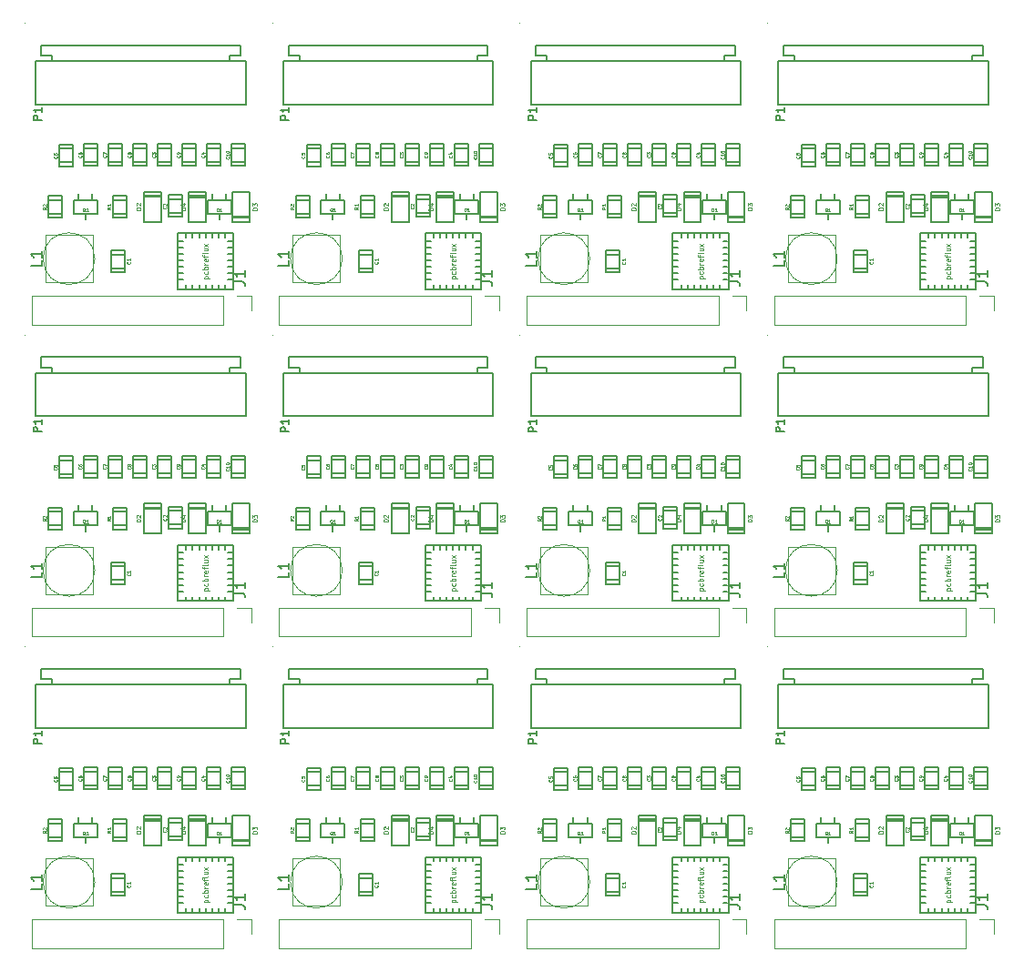
<source format=gto>
G04 #@! TF.GenerationSoftware,KiCad,Pcbnew,no-vcs-found-91ed3e2~59~ubuntu16.04.1*
G04 #@! TF.CreationDate,2017-12-14T12:11:24+01:00*
G04 #@! TF.ProjectId,ESP32-epaper-adapter-pan,45535033322D6570617065722D616461,rev?*
G04 #@! TF.SameCoordinates,Original*
G04 #@! TF.FileFunction,Legend,Top*
G04 #@! TF.FilePolarity,Positive*
%FSLAX46Y46*%
G04 Gerber Fmt 4.6, Leading zero omitted, Abs format (unit mm)*
G04 Created by KiCad (PCBNEW no-vcs-found-91ed3e2~59~ubuntu16.04.1) date Thu Dec 14 12:11:24 2017*
%MOMM*%
%LPD*%
G01*
G04 APERTURE LIST*
%ADD10C,0.127000*%
%ADD11C,0.120000*%
%ADD12C,0.050000*%
%ADD13C,0.100000*%
%ADD14C,0.150000*%
%ADD15C,0.060960*%
%ADD16C,0.152400*%
G04 APERTURE END LIST*
D10*
X86326100Y-169649540D02*
X84725900Y-169649540D01*
X86326100Y-166850460D02*
X86326100Y-169649540D01*
X84725900Y-166850460D02*
X86326100Y-166850460D01*
X84725900Y-169649540D02*
X84725900Y-166850460D01*
X84725900Y-167249240D02*
X86326100Y-167249240D01*
X86326100Y-167350840D02*
X84725900Y-167350840D01*
X88789900Y-169149160D02*
X90390100Y-169149160D01*
X90390100Y-169250760D02*
X88789900Y-169250760D01*
X90390100Y-166850460D02*
X90390100Y-169649540D01*
X90390100Y-169649540D02*
X88789900Y-169649540D01*
X88789900Y-169649540D02*
X88789900Y-166850460D01*
X88789900Y-166850460D02*
X90390100Y-166850460D01*
X72953000Y-169266000D02*
X71683000Y-169266000D01*
X72953000Y-167234000D02*
X72953000Y-169266000D01*
X71683000Y-167234000D02*
X72953000Y-167234000D01*
X71683000Y-169266000D02*
X71683000Y-167234000D01*
X71683000Y-168885000D02*
X72927600Y-168885000D01*
X71683000Y-167615000D02*
X72953000Y-167615000D01*
X88662900Y-167602300D02*
X88662900Y-168897700D01*
X86453100Y-167602300D02*
X88662900Y-167602300D01*
X86453100Y-168897700D02*
X86453100Y-167602300D01*
X88662900Y-168897700D02*
X86453100Y-168897700D01*
X87558000Y-168897700D02*
X87558000Y-169456500D01*
X88205700Y-167602300D02*
X88205700Y-167043500D01*
X86910300Y-167602300D02*
X86910300Y-167043500D01*
X77679000Y-167226000D02*
X78949000Y-167226000D01*
X77679000Y-169258000D02*
X77679000Y-167226000D01*
X78949000Y-169258000D02*
X77679000Y-169258000D01*
X78949000Y-167226000D02*
X78949000Y-169258000D01*
X78949000Y-167607000D02*
X77704400Y-167607000D01*
X78949000Y-168877000D02*
X77679000Y-168877000D01*
X89971000Y-164440000D02*
X88701000Y-164440000D01*
X89971000Y-162408000D02*
X89971000Y-164440000D01*
X88701000Y-162408000D02*
X89971000Y-162408000D01*
X88701000Y-164440000D02*
X88701000Y-162408000D01*
X88701000Y-164059000D02*
X89945600Y-164059000D01*
X88701000Y-162789000D02*
X89971000Y-162789000D01*
X84129000Y-162789000D02*
X85399000Y-162789000D01*
X84129000Y-164059000D02*
X85373600Y-164059000D01*
X84129000Y-164440000D02*
X84129000Y-162408000D01*
X84129000Y-162408000D02*
X85399000Y-162408000D01*
X85399000Y-162408000D02*
X85399000Y-164440000D01*
X85399000Y-164440000D02*
X84129000Y-164440000D01*
X80827000Y-164440000D02*
X79557000Y-164440000D01*
X80827000Y-162408000D02*
X80827000Y-164440000D01*
X79557000Y-162408000D02*
X80827000Y-162408000D01*
X79557000Y-164440000D02*
X79557000Y-162408000D01*
X79557000Y-164059000D02*
X80801600Y-164059000D01*
X79557000Y-162789000D02*
X80827000Y-162789000D01*
X77271000Y-162789000D02*
X78541000Y-162789000D01*
X77271000Y-164059000D02*
X78515600Y-164059000D01*
X77271000Y-164440000D02*
X77271000Y-162408000D01*
X77271000Y-162408000D02*
X78541000Y-162408000D01*
X78541000Y-162408000D02*
X78541000Y-164440000D01*
X78541000Y-164440000D02*
X77271000Y-164440000D01*
X76255000Y-164440000D02*
X74985000Y-164440000D01*
X76255000Y-162408000D02*
X76255000Y-164440000D01*
X74985000Y-162408000D02*
X76255000Y-162408000D01*
X74985000Y-164440000D02*
X74985000Y-162408000D01*
X74985000Y-164059000D02*
X76229600Y-164059000D01*
X74985000Y-162789000D02*
X76255000Y-162789000D01*
X72699000Y-162852500D02*
X73969000Y-162852500D01*
X72699000Y-164122500D02*
X73943600Y-164122500D01*
X72699000Y-164503500D02*
X72699000Y-162471500D01*
X72699000Y-162471500D02*
X73969000Y-162471500D01*
X73969000Y-162471500D02*
X73969000Y-164503500D01*
X73969000Y-164503500D02*
X72699000Y-164503500D01*
X87685000Y-164440000D02*
X86415000Y-164440000D01*
X87685000Y-162408000D02*
X87685000Y-164440000D01*
X86415000Y-162408000D02*
X87685000Y-162408000D01*
X86415000Y-164440000D02*
X86415000Y-162408000D01*
X86415000Y-164059000D02*
X87659600Y-164059000D01*
X86415000Y-162789000D02*
X87685000Y-162789000D01*
X83113000Y-164440000D02*
X81843000Y-164440000D01*
X83113000Y-162408000D02*
X83113000Y-164440000D01*
X81843000Y-162408000D02*
X83113000Y-162408000D01*
X81843000Y-164440000D02*
X81843000Y-162408000D01*
X81843000Y-164059000D02*
X83087600Y-164059000D01*
X81843000Y-162789000D02*
X83113000Y-162789000D01*
X84129000Y-169202500D02*
X82859000Y-169202500D01*
X84129000Y-167170500D02*
X84129000Y-169202500D01*
X82859000Y-167170500D02*
X84129000Y-167170500D01*
X82859000Y-169202500D02*
X82859000Y-167170500D01*
X82859000Y-168821500D02*
X84103600Y-168821500D01*
X82859000Y-167551500D02*
X84129000Y-167551500D01*
X78795000Y-173965000D02*
X77525000Y-173965000D01*
X78795000Y-172695000D02*
X77550400Y-172695000D01*
X78795000Y-172314000D02*
X78795000Y-174346000D01*
X78795000Y-174346000D02*
X77525000Y-174346000D01*
X77525000Y-174346000D02*
X77525000Y-172314000D01*
X77525000Y-172314000D02*
X78795000Y-172314000D01*
D11*
X87966000Y-176564000D02*
X70126000Y-176564000D01*
X70126000Y-176564000D02*
X70126000Y-179224000D01*
X70126000Y-179224000D02*
X87966000Y-179224000D01*
X87966000Y-179224000D02*
X87966000Y-176564000D01*
X89236000Y-176564000D02*
X90566000Y-176564000D01*
X90566000Y-176564000D02*
X90566000Y-177894000D01*
D12*
X69475350Y-151145785D02*
X69475350Y-151145785D01*
D13*
X75996319Y-173076000D02*
G75*
G03X75996319Y-173076000I-2408319J0D01*
G01*
X71388000Y-175276000D02*
X71388000Y-170876000D01*
X71388000Y-170876000D02*
X75788000Y-170876000D01*
X75788000Y-170876000D02*
X75788000Y-175276000D01*
X75788000Y-175276000D02*
X71388000Y-175276000D01*
D14*
X88506000Y-154710000D02*
X88506000Y-154210000D01*
X88506000Y-154210000D02*
X89506000Y-154210000D01*
X89506000Y-154210000D02*
X89506000Y-153210000D01*
X89506000Y-153210000D02*
X71006000Y-153210000D01*
X71006000Y-153210000D02*
X71006000Y-153710000D01*
X71006000Y-153710000D02*
X71006000Y-154210000D01*
X71006000Y-154210000D02*
X72006000Y-154210000D01*
X72006000Y-154210000D02*
X72006000Y-154710000D01*
X86006000Y-158710000D02*
X70506000Y-158710000D01*
X86006000Y-158710000D02*
X90006000Y-158710000D01*
X70506000Y-158710000D02*
X70506000Y-154710000D01*
X70506000Y-154710000D02*
X74006000Y-154710000D01*
X90006000Y-158710000D02*
X90006000Y-154710000D01*
X90006000Y-154710000D02*
X74006000Y-154710000D01*
X83788000Y-175030000D02*
X84188000Y-175030000D01*
X83788000Y-174430000D02*
X84188000Y-174430000D01*
X83788000Y-173830000D02*
X84188000Y-173830000D01*
X83788000Y-173230000D02*
X84188000Y-173230000D01*
X83788000Y-172630000D02*
X84188000Y-172630000D01*
X83788000Y-172030000D02*
X84188000Y-172030000D01*
X83788000Y-171430000D02*
X84188000Y-171430000D01*
X88888000Y-170730000D02*
X88888000Y-175930000D01*
X83688000Y-170730000D02*
X83688000Y-175930000D01*
X88388000Y-171430000D02*
X88788000Y-171430000D01*
X88388000Y-172030000D02*
X88788000Y-172030000D01*
X88388000Y-172630000D02*
X88788000Y-172630000D01*
X88388000Y-173230000D02*
X88788000Y-173230000D01*
X88388000Y-173830000D02*
X88788000Y-173830000D01*
X88388000Y-174430000D02*
X88788000Y-174430000D01*
X88388000Y-175030000D02*
X88788000Y-175030000D01*
X88088000Y-170730000D02*
X88088000Y-171130000D01*
X87488000Y-170730000D02*
X87488000Y-171130000D01*
X86888000Y-170730000D02*
X86888000Y-171130000D01*
X86288000Y-170730000D02*
X86288000Y-171130000D01*
X85688000Y-170730000D02*
X85688000Y-171130000D01*
X85088000Y-170730000D02*
X85088000Y-171130000D01*
X84488000Y-170730000D02*
X84488000Y-171130000D01*
X84488000Y-175530000D02*
X84488000Y-175930000D01*
X85088000Y-175530000D02*
X85088000Y-175930000D01*
X85688000Y-175530000D02*
X85688000Y-175930000D01*
X86288000Y-175530000D02*
X86288000Y-175930000D01*
X86888000Y-175530000D02*
X86888000Y-175930000D01*
X87488000Y-175530000D02*
X87488000Y-175930000D01*
X88088000Y-175530000D02*
X88088000Y-175930000D01*
X88888000Y-175930000D02*
X83688000Y-175930000D01*
X83688000Y-170730000D02*
X88888000Y-170730000D01*
D10*
X82162100Y-167342840D02*
X80561900Y-167342840D01*
X80561900Y-167241240D02*
X82162100Y-167241240D01*
X80561900Y-169641540D02*
X80561900Y-166842460D01*
X80561900Y-166842460D02*
X82162100Y-166842460D01*
X82162100Y-166842460D02*
X82162100Y-169641540D01*
X82162100Y-169641540D02*
X80561900Y-169641540D01*
X74464300Y-167602300D02*
X74464300Y-167043500D01*
X75759700Y-167602300D02*
X75759700Y-167043500D01*
X75112000Y-168897700D02*
X75112000Y-169456500D01*
X76216900Y-168897700D02*
X74007100Y-168897700D01*
X74007100Y-168897700D02*
X74007100Y-167602300D01*
X74007100Y-167602300D02*
X76216900Y-167602300D01*
X76216900Y-167602300D02*
X76216900Y-168897700D01*
X99216900Y-167602300D02*
X99216900Y-168897700D01*
X97007100Y-167602300D02*
X99216900Y-167602300D01*
X97007100Y-168897700D02*
X97007100Y-167602300D01*
X99216900Y-168897700D02*
X97007100Y-168897700D01*
X98112000Y-168897700D02*
X98112000Y-169456500D01*
X98759700Y-167602300D02*
X98759700Y-167043500D01*
X97464300Y-167602300D02*
X97464300Y-167043500D01*
X105162100Y-169641540D02*
X103561900Y-169641540D01*
X105162100Y-166842460D02*
X105162100Y-169641540D01*
X103561900Y-166842460D02*
X105162100Y-166842460D01*
X103561900Y-169641540D02*
X103561900Y-166842460D01*
X103561900Y-167241240D02*
X105162100Y-167241240D01*
X105162100Y-167342840D02*
X103561900Y-167342840D01*
D14*
X106688000Y-170730000D02*
X111888000Y-170730000D01*
X111888000Y-175930000D02*
X106688000Y-175930000D01*
X111088000Y-175530000D02*
X111088000Y-175930000D01*
X110488000Y-175530000D02*
X110488000Y-175930000D01*
X109888000Y-175530000D02*
X109888000Y-175930000D01*
X109288000Y-175530000D02*
X109288000Y-175930000D01*
X108688000Y-175530000D02*
X108688000Y-175930000D01*
X108088000Y-175530000D02*
X108088000Y-175930000D01*
X107488000Y-175530000D02*
X107488000Y-175930000D01*
X107488000Y-170730000D02*
X107488000Y-171130000D01*
X108088000Y-170730000D02*
X108088000Y-171130000D01*
X108688000Y-170730000D02*
X108688000Y-171130000D01*
X109288000Y-170730000D02*
X109288000Y-171130000D01*
X109888000Y-170730000D02*
X109888000Y-171130000D01*
X110488000Y-170730000D02*
X110488000Y-171130000D01*
X111088000Y-170730000D02*
X111088000Y-171130000D01*
X111388000Y-175030000D02*
X111788000Y-175030000D01*
X111388000Y-174430000D02*
X111788000Y-174430000D01*
X111388000Y-173830000D02*
X111788000Y-173830000D01*
X111388000Y-173230000D02*
X111788000Y-173230000D01*
X111388000Y-172630000D02*
X111788000Y-172630000D01*
X111388000Y-172030000D02*
X111788000Y-172030000D01*
X111388000Y-171430000D02*
X111788000Y-171430000D01*
X106688000Y-170730000D02*
X106688000Y-175930000D01*
X111888000Y-170730000D02*
X111888000Y-175930000D01*
X106788000Y-171430000D02*
X107188000Y-171430000D01*
X106788000Y-172030000D02*
X107188000Y-172030000D01*
X106788000Y-172630000D02*
X107188000Y-172630000D01*
X106788000Y-173230000D02*
X107188000Y-173230000D01*
X106788000Y-173830000D02*
X107188000Y-173830000D01*
X106788000Y-174430000D02*
X107188000Y-174430000D01*
X106788000Y-175030000D02*
X107188000Y-175030000D01*
X113006000Y-154710000D02*
X97006000Y-154710000D01*
X113006000Y-158710000D02*
X113006000Y-154710000D01*
X93506000Y-154710000D02*
X97006000Y-154710000D01*
X93506000Y-158710000D02*
X93506000Y-154710000D01*
X109006000Y-158710000D02*
X113006000Y-158710000D01*
X109006000Y-158710000D02*
X93506000Y-158710000D01*
X95006000Y-154210000D02*
X95006000Y-154710000D01*
X94006000Y-154210000D02*
X95006000Y-154210000D01*
X94006000Y-153710000D02*
X94006000Y-154210000D01*
X94006000Y-153210000D02*
X94006000Y-153710000D01*
X112506000Y-153210000D02*
X94006000Y-153210000D01*
X112506000Y-154210000D02*
X112506000Y-153210000D01*
X111506000Y-154210000D02*
X112506000Y-154210000D01*
X111506000Y-154710000D02*
X111506000Y-154210000D01*
D13*
X98788000Y-175276000D02*
X94388000Y-175276000D01*
X98788000Y-170876000D02*
X98788000Y-175276000D01*
X94388000Y-170876000D02*
X98788000Y-170876000D01*
X94388000Y-175276000D02*
X94388000Y-170876000D01*
X98996319Y-173076000D02*
G75*
G03X98996319Y-173076000I-2408319J0D01*
G01*
D12*
X92475350Y-151145785D02*
X92475350Y-151145785D01*
D11*
X113566000Y-176564000D02*
X113566000Y-177894000D01*
X112236000Y-176564000D02*
X113566000Y-176564000D01*
X110966000Y-179224000D02*
X110966000Y-176564000D01*
X93126000Y-179224000D02*
X110966000Y-179224000D01*
X93126000Y-176564000D02*
X93126000Y-179224000D01*
X110966000Y-176564000D02*
X93126000Y-176564000D01*
D10*
X100525000Y-172314000D02*
X101795000Y-172314000D01*
X100525000Y-174346000D02*
X100525000Y-172314000D01*
X101795000Y-174346000D02*
X100525000Y-174346000D01*
X101795000Y-172314000D02*
X101795000Y-174346000D01*
X101795000Y-172695000D02*
X100550400Y-172695000D01*
X101795000Y-173965000D02*
X100525000Y-173965000D01*
X105859000Y-167551500D02*
X107129000Y-167551500D01*
X105859000Y-168821500D02*
X107103600Y-168821500D01*
X105859000Y-169202500D02*
X105859000Y-167170500D01*
X105859000Y-167170500D02*
X107129000Y-167170500D01*
X107129000Y-167170500D02*
X107129000Y-169202500D01*
X107129000Y-169202500D02*
X105859000Y-169202500D01*
X104843000Y-162789000D02*
X106113000Y-162789000D01*
X104843000Y-164059000D02*
X106087600Y-164059000D01*
X104843000Y-164440000D02*
X104843000Y-162408000D01*
X104843000Y-162408000D02*
X106113000Y-162408000D01*
X106113000Y-162408000D02*
X106113000Y-164440000D01*
X106113000Y-164440000D02*
X104843000Y-164440000D01*
X109415000Y-162789000D02*
X110685000Y-162789000D01*
X109415000Y-164059000D02*
X110659600Y-164059000D01*
X109415000Y-164440000D02*
X109415000Y-162408000D01*
X109415000Y-162408000D02*
X110685000Y-162408000D01*
X110685000Y-162408000D02*
X110685000Y-164440000D01*
X110685000Y-164440000D02*
X109415000Y-164440000D01*
X96969000Y-164503500D02*
X95699000Y-164503500D01*
X96969000Y-162471500D02*
X96969000Y-164503500D01*
X95699000Y-162471500D02*
X96969000Y-162471500D01*
X95699000Y-164503500D02*
X95699000Y-162471500D01*
X95699000Y-164122500D02*
X96943600Y-164122500D01*
X95699000Y-162852500D02*
X96969000Y-162852500D01*
X97985000Y-162789000D02*
X99255000Y-162789000D01*
X97985000Y-164059000D02*
X99229600Y-164059000D01*
X97985000Y-164440000D02*
X97985000Y-162408000D01*
X97985000Y-162408000D02*
X99255000Y-162408000D01*
X99255000Y-162408000D02*
X99255000Y-164440000D01*
X99255000Y-164440000D02*
X97985000Y-164440000D01*
X101541000Y-164440000D02*
X100271000Y-164440000D01*
X101541000Y-162408000D02*
X101541000Y-164440000D01*
X100271000Y-162408000D02*
X101541000Y-162408000D01*
X100271000Y-164440000D02*
X100271000Y-162408000D01*
X100271000Y-164059000D02*
X101515600Y-164059000D01*
X100271000Y-162789000D02*
X101541000Y-162789000D01*
X102557000Y-162789000D02*
X103827000Y-162789000D01*
X102557000Y-164059000D02*
X103801600Y-164059000D01*
X102557000Y-164440000D02*
X102557000Y-162408000D01*
X102557000Y-162408000D02*
X103827000Y-162408000D01*
X103827000Y-162408000D02*
X103827000Y-164440000D01*
X103827000Y-164440000D02*
X102557000Y-164440000D01*
X108399000Y-164440000D02*
X107129000Y-164440000D01*
X108399000Y-162408000D02*
X108399000Y-164440000D01*
X107129000Y-162408000D02*
X108399000Y-162408000D01*
X107129000Y-164440000D02*
X107129000Y-162408000D01*
X107129000Y-164059000D02*
X108373600Y-164059000D01*
X107129000Y-162789000D02*
X108399000Y-162789000D01*
X111701000Y-162789000D02*
X112971000Y-162789000D01*
X111701000Y-164059000D02*
X112945600Y-164059000D01*
X111701000Y-164440000D02*
X111701000Y-162408000D01*
X111701000Y-162408000D02*
X112971000Y-162408000D01*
X112971000Y-162408000D02*
X112971000Y-164440000D01*
X112971000Y-164440000D02*
X111701000Y-164440000D01*
X101949000Y-168877000D02*
X100679000Y-168877000D01*
X101949000Y-167607000D02*
X100704400Y-167607000D01*
X101949000Y-167226000D02*
X101949000Y-169258000D01*
X101949000Y-169258000D02*
X100679000Y-169258000D01*
X100679000Y-169258000D02*
X100679000Y-167226000D01*
X100679000Y-167226000D02*
X101949000Y-167226000D01*
X109910300Y-167602300D02*
X109910300Y-167043500D01*
X111205700Y-167602300D02*
X111205700Y-167043500D01*
X110558000Y-168897700D02*
X110558000Y-169456500D01*
X111662900Y-168897700D02*
X109453100Y-168897700D01*
X109453100Y-168897700D02*
X109453100Y-167602300D01*
X109453100Y-167602300D02*
X111662900Y-167602300D01*
X111662900Y-167602300D02*
X111662900Y-168897700D01*
X94683000Y-167615000D02*
X95953000Y-167615000D01*
X94683000Y-168885000D02*
X95927600Y-168885000D01*
X94683000Y-169266000D02*
X94683000Y-167234000D01*
X94683000Y-167234000D02*
X95953000Y-167234000D01*
X95953000Y-167234000D02*
X95953000Y-169266000D01*
X95953000Y-169266000D02*
X94683000Y-169266000D01*
X111789900Y-166850460D02*
X113390100Y-166850460D01*
X111789900Y-169649540D02*
X111789900Y-166850460D01*
X113390100Y-169649540D02*
X111789900Y-169649540D01*
X113390100Y-166850460D02*
X113390100Y-169649540D01*
X113390100Y-169250760D02*
X111789900Y-169250760D01*
X111789900Y-169149160D02*
X113390100Y-169149160D01*
X109326100Y-167350840D02*
X107725900Y-167350840D01*
X107725900Y-167249240D02*
X109326100Y-167249240D01*
X107725900Y-169649540D02*
X107725900Y-166850460D01*
X107725900Y-166850460D02*
X109326100Y-166850460D01*
X109326100Y-166850460D02*
X109326100Y-169649540D01*
X109326100Y-169649540D02*
X107725900Y-169649540D01*
X63326100Y-169649540D02*
X61725900Y-169649540D01*
X63326100Y-166850460D02*
X63326100Y-169649540D01*
X61725900Y-166850460D02*
X63326100Y-166850460D01*
X61725900Y-169649540D02*
X61725900Y-166850460D01*
X61725900Y-167249240D02*
X63326100Y-167249240D01*
X63326100Y-167350840D02*
X61725900Y-167350840D01*
X65789900Y-169149160D02*
X67390100Y-169149160D01*
X67390100Y-169250760D02*
X65789900Y-169250760D01*
X67390100Y-166850460D02*
X67390100Y-169649540D01*
X67390100Y-169649540D02*
X65789900Y-169649540D01*
X65789900Y-169649540D02*
X65789900Y-166850460D01*
X65789900Y-166850460D02*
X67390100Y-166850460D01*
X49953000Y-169266000D02*
X48683000Y-169266000D01*
X49953000Y-167234000D02*
X49953000Y-169266000D01*
X48683000Y-167234000D02*
X49953000Y-167234000D01*
X48683000Y-169266000D02*
X48683000Y-167234000D01*
X48683000Y-168885000D02*
X49927600Y-168885000D01*
X48683000Y-167615000D02*
X49953000Y-167615000D01*
X65662900Y-167602300D02*
X65662900Y-168897700D01*
X63453100Y-167602300D02*
X65662900Y-167602300D01*
X63453100Y-168897700D02*
X63453100Y-167602300D01*
X65662900Y-168897700D02*
X63453100Y-168897700D01*
X64558000Y-168897700D02*
X64558000Y-169456500D01*
X65205700Y-167602300D02*
X65205700Y-167043500D01*
X63910300Y-167602300D02*
X63910300Y-167043500D01*
X54679000Y-167226000D02*
X55949000Y-167226000D01*
X54679000Y-169258000D02*
X54679000Y-167226000D01*
X55949000Y-169258000D02*
X54679000Y-169258000D01*
X55949000Y-167226000D02*
X55949000Y-169258000D01*
X55949000Y-167607000D02*
X54704400Y-167607000D01*
X55949000Y-168877000D02*
X54679000Y-168877000D01*
X66971000Y-164440000D02*
X65701000Y-164440000D01*
X66971000Y-162408000D02*
X66971000Y-164440000D01*
X65701000Y-162408000D02*
X66971000Y-162408000D01*
X65701000Y-164440000D02*
X65701000Y-162408000D01*
X65701000Y-164059000D02*
X66945600Y-164059000D01*
X65701000Y-162789000D02*
X66971000Y-162789000D01*
X61129000Y-162789000D02*
X62399000Y-162789000D01*
X61129000Y-164059000D02*
X62373600Y-164059000D01*
X61129000Y-164440000D02*
X61129000Y-162408000D01*
X61129000Y-162408000D02*
X62399000Y-162408000D01*
X62399000Y-162408000D02*
X62399000Y-164440000D01*
X62399000Y-164440000D02*
X61129000Y-164440000D01*
X57827000Y-164440000D02*
X56557000Y-164440000D01*
X57827000Y-162408000D02*
X57827000Y-164440000D01*
X56557000Y-162408000D02*
X57827000Y-162408000D01*
X56557000Y-164440000D02*
X56557000Y-162408000D01*
X56557000Y-164059000D02*
X57801600Y-164059000D01*
X56557000Y-162789000D02*
X57827000Y-162789000D01*
X54271000Y-162789000D02*
X55541000Y-162789000D01*
X54271000Y-164059000D02*
X55515600Y-164059000D01*
X54271000Y-164440000D02*
X54271000Y-162408000D01*
X54271000Y-162408000D02*
X55541000Y-162408000D01*
X55541000Y-162408000D02*
X55541000Y-164440000D01*
X55541000Y-164440000D02*
X54271000Y-164440000D01*
X53255000Y-164440000D02*
X51985000Y-164440000D01*
X53255000Y-162408000D02*
X53255000Y-164440000D01*
X51985000Y-162408000D02*
X53255000Y-162408000D01*
X51985000Y-164440000D02*
X51985000Y-162408000D01*
X51985000Y-164059000D02*
X53229600Y-164059000D01*
X51985000Y-162789000D02*
X53255000Y-162789000D01*
X49699000Y-162852500D02*
X50969000Y-162852500D01*
X49699000Y-164122500D02*
X50943600Y-164122500D01*
X49699000Y-164503500D02*
X49699000Y-162471500D01*
X49699000Y-162471500D02*
X50969000Y-162471500D01*
X50969000Y-162471500D02*
X50969000Y-164503500D01*
X50969000Y-164503500D02*
X49699000Y-164503500D01*
X64685000Y-164440000D02*
X63415000Y-164440000D01*
X64685000Y-162408000D02*
X64685000Y-164440000D01*
X63415000Y-162408000D02*
X64685000Y-162408000D01*
X63415000Y-164440000D02*
X63415000Y-162408000D01*
X63415000Y-164059000D02*
X64659600Y-164059000D01*
X63415000Y-162789000D02*
X64685000Y-162789000D01*
X60113000Y-164440000D02*
X58843000Y-164440000D01*
X60113000Y-162408000D02*
X60113000Y-164440000D01*
X58843000Y-162408000D02*
X60113000Y-162408000D01*
X58843000Y-164440000D02*
X58843000Y-162408000D01*
X58843000Y-164059000D02*
X60087600Y-164059000D01*
X58843000Y-162789000D02*
X60113000Y-162789000D01*
X61129000Y-169202500D02*
X59859000Y-169202500D01*
X61129000Y-167170500D02*
X61129000Y-169202500D01*
X59859000Y-167170500D02*
X61129000Y-167170500D01*
X59859000Y-169202500D02*
X59859000Y-167170500D01*
X59859000Y-168821500D02*
X61103600Y-168821500D01*
X59859000Y-167551500D02*
X61129000Y-167551500D01*
X55795000Y-173965000D02*
X54525000Y-173965000D01*
X55795000Y-172695000D02*
X54550400Y-172695000D01*
X55795000Y-172314000D02*
X55795000Y-174346000D01*
X55795000Y-174346000D02*
X54525000Y-174346000D01*
X54525000Y-174346000D02*
X54525000Y-172314000D01*
X54525000Y-172314000D02*
X55795000Y-172314000D01*
D11*
X64966000Y-176564000D02*
X47126000Y-176564000D01*
X47126000Y-176564000D02*
X47126000Y-179224000D01*
X47126000Y-179224000D02*
X64966000Y-179224000D01*
X64966000Y-179224000D02*
X64966000Y-176564000D01*
X66236000Y-176564000D02*
X67566000Y-176564000D01*
X67566000Y-176564000D02*
X67566000Y-177894000D01*
D12*
X46475350Y-151145785D02*
X46475350Y-151145785D01*
D13*
X52996319Y-173076000D02*
G75*
G03X52996319Y-173076000I-2408319J0D01*
G01*
X48388000Y-175276000D02*
X48388000Y-170876000D01*
X48388000Y-170876000D02*
X52788000Y-170876000D01*
X52788000Y-170876000D02*
X52788000Y-175276000D01*
X52788000Y-175276000D02*
X48388000Y-175276000D01*
D14*
X65506000Y-154710000D02*
X65506000Y-154210000D01*
X65506000Y-154210000D02*
X66506000Y-154210000D01*
X66506000Y-154210000D02*
X66506000Y-153210000D01*
X66506000Y-153210000D02*
X48006000Y-153210000D01*
X48006000Y-153210000D02*
X48006000Y-153710000D01*
X48006000Y-153710000D02*
X48006000Y-154210000D01*
X48006000Y-154210000D02*
X49006000Y-154210000D01*
X49006000Y-154210000D02*
X49006000Y-154710000D01*
X63006000Y-158710000D02*
X47506000Y-158710000D01*
X63006000Y-158710000D02*
X67006000Y-158710000D01*
X47506000Y-158710000D02*
X47506000Y-154710000D01*
X47506000Y-154710000D02*
X51006000Y-154710000D01*
X67006000Y-158710000D02*
X67006000Y-154710000D01*
X67006000Y-154710000D02*
X51006000Y-154710000D01*
X60788000Y-175030000D02*
X61188000Y-175030000D01*
X60788000Y-174430000D02*
X61188000Y-174430000D01*
X60788000Y-173830000D02*
X61188000Y-173830000D01*
X60788000Y-173230000D02*
X61188000Y-173230000D01*
X60788000Y-172630000D02*
X61188000Y-172630000D01*
X60788000Y-172030000D02*
X61188000Y-172030000D01*
X60788000Y-171430000D02*
X61188000Y-171430000D01*
X65888000Y-170730000D02*
X65888000Y-175930000D01*
X60688000Y-170730000D02*
X60688000Y-175930000D01*
X65388000Y-171430000D02*
X65788000Y-171430000D01*
X65388000Y-172030000D02*
X65788000Y-172030000D01*
X65388000Y-172630000D02*
X65788000Y-172630000D01*
X65388000Y-173230000D02*
X65788000Y-173230000D01*
X65388000Y-173830000D02*
X65788000Y-173830000D01*
X65388000Y-174430000D02*
X65788000Y-174430000D01*
X65388000Y-175030000D02*
X65788000Y-175030000D01*
X65088000Y-170730000D02*
X65088000Y-171130000D01*
X64488000Y-170730000D02*
X64488000Y-171130000D01*
X63888000Y-170730000D02*
X63888000Y-171130000D01*
X63288000Y-170730000D02*
X63288000Y-171130000D01*
X62688000Y-170730000D02*
X62688000Y-171130000D01*
X62088000Y-170730000D02*
X62088000Y-171130000D01*
X61488000Y-170730000D02*
X61488000Y-171130000D01*
X61488000Y-175530000D02*
X61488000Y-175930000D01*
X62088000Y-175530000D02*
X62088000Y-175930000D01*
X62688000Y-175530000D02*
X62688000Y-175930000D01*
X63288000Y-175530000D02*
X63288000Y-175930000D01*
X63888000Y-175530000D02*
X63888000Y-175930000D01*
X64488000Y-175530000D02*
X64488000Y-175930000D01*
X65088000Y-175530000D02*
X65088000Y-175930000D01*
X65888000Y-175930000D02*
X60688000Y-175930000D01*
X60688000Y-170730000D02*
X65888000Y-170730000D01*
D10*
X59162100Y-167342840D02*
X57561900Y-167342840D01*
X57561900Y-167241240D02*
X59162100Y-167241240D01*
X57561900Y-169641540D02*
X57561900Y-166842460D01*
X57561900Y-166842460D02*
X59162100Y-166842460D01*
X59162100Y-166842460D02*
X59162100Y-169641540D01*
X59162100Y-169641540D02*
X57561900Y-169641540D01*
X51464300Y-167602300D02*
X51464300Y-167043500D01*
X52759700Y-167602300D02*
X52759700Y-167043500D01*
X52112000Y-168897700D02*
X52112000Y-169456500D01*
X53216900Y-168897700D02*
X51007100Y-168897700D01*
X51007100Y-168897700D02*
X51007100Y-167602300D01*
X51007100Y-167602300D02*
X53216900Y-167602300D01*
X53216900Y-167602300D02*
X53216900Y-168897700D01*
X30216900Y-167602300D02*
X30216900Y-168897700D01*
X28007100Y-167602300D02*
X30216900Y-167602300D01*
X28007100Y-168897700D02*
X28007100Y-167602300D01*
X30216900Y-168897700D02*
X28007100Y-168897700D01*
X29112000Y-168897700D02*
X29112000Y-169456500D01*
X29759700Y-167602300D02*
X29759700Y-167043500D01*
X28464300Y-167602300D02*
X28464300Y-167043500D01*
X36162100Y-169641540D02*
X34561900Y-169641540D01*
X36162100Y-166842460D02*
X36162100Y-169641540D01*
X34561900Y-166842460D02*
X36162100Y-166842460D01*
X34561900Y-169641540D02*
X34561900Y-166842460D01*
X34561900Y-167241240D02*
X36162100Y-167241240D01*
X36162100Y-167342840D02*
X34561900Y-167342840D01*
D14*
X37688000Y-170730000D02*
X42888000Y-170730000D01*
X42888000Y-175930000D02*
X37688000Y-175930000D01*
X42088000Y-175530000D02*
X42088000Y-175930000D01*
X41488000Y-175530000D02*
X41488000Y-175930000D01*
X40888000Y-175530000D02*
X40888000Y-175930000D01*
X40288000Y-175530000D02*
X40288000Y-175930000D01*
X39688000Y-175530000D02*
X39688000Y-175930000D01*
X39088000Y-175530000D02*
X39088000Y-175930000D01*
X38488000Y-175530000D02*
X38488000Y-175930000D01*
X38488000Y-170730000D02*
X38488000Y-171130000D01*
X39088000Y-170730000D02*
X39088000Y-171130000D01*
X39688000Y-170730000D02*
X39688000Y-171130000D01*
X40288000Y-170730000D02*
X40288000Y-171130000D01*
X40888000Y-170730000D02*
X40888000Y-171130000D01*
X41488000Y-170730000D02*
X41488000Y-171130000D01*
X42088000Y-170730000D02*
X42088000Y-171130000D01*
X42388000Y-175030000D02*
X42788000Y-175030000D01*
X42388000Y-174430000D02*
X42788000Y-174430000D01*
X42388000Y-173830000D02*
X42788000Y-173830000D01*
X42388000Y-173230000D02*
X42788000Y-173230000D01*
X42388000Y-172630000D02*
X42788000Y-172630000D01*
X42388000Y-172030000D02*
X42788000Y-172030000D01*
X42388000Y-171430000D02*
X42788000Y-171430000D01*
X37688000Y-170730000D02*
X37688000Y-175930000D01*
X42888000Y-170730000D02*
X42888000Y-175930000D01*
X37788000Y-171430000D02*
X38188000Y-171430000D01*
X37788000Y-172030000D02*
X38188000Y-172030000D01*
X37788000Y-172630000D02*
X38188000Y-172630000D01*
X37788000Y-173230000D02*
X38188000Y-173230000D01*
X37788000Y-173830000D02*
X38188000Y-173830000D01*
X37788000Y-174430000D02*
X38188000Y-174430000D01*
X37788000Y-175030000D02*
X38188000Y-175030000D01*
X44006000Y-154710000D02*
X28006000Y-154710000D01*
X44006000Y-158710000D02*
X44006000Y-154710000D01*
X24506000Y-154710000D02*
X28006000Y-154710000D01*
X24506000Y-158710000D02*
X24506000Y-154710000D01*
X40006000Y-158710000D02*
X44006000Y-158710000D01*
X40006000Y-158710000D02*
X24506000Y-158710000D01*
X26006000Y-154210000D02*
X26006000Y-154710000D01*
X25006000Y-154210000D02*
X26006000Y-154210000D01*
X25006000Y-153710000D02*
X25006000Y-154210000D01*
X25006000Y-153210000D02*
X25006000Y-153710000D01*
X43506000Y-153210000D02*
X25006000Y-153210000D01*
X43506000Y-154210000D02*
X43506000Y-153210000D01*
X42506000Y-154210000D02*
X43506000Y-154210000D01*
X42506000Y-154710000D02*
X42506000Y-154210000D01*
D13*
X29788000Y-175276000D02*
X25388000Y-175276000D01*
X29788000Y-170876000D02*
X29788000Y-175276000D01*
X25388000Y-170876000D02*
X29788000Y-170876000D01*
X25388000Y-175276000D02*
X25388000Y-170876000D01*
X29996319Y-173076000D02*
G75*
G03X29996319Y-173076000I-2408319J0D01*
G01*
D12*
X23475350Y-151145785D02*
X23475350Y-151145785D01*
D11*
X44566000Y-176564000D02*
X44566000Y-177894000D01*
X43236000Y-176564000D02*
X44566000Y-176564000D01*
X41966000Y-179224000D02*
X41966000Y-176564000D01*
X24126000Y-179224000D02*
X41966000Y-179224000D01*
X24126000Y-176564000D02*
X24126000Y-179224000D01*
X41966000Y-176564000D02*
X24126000Y-176564000D01*
D10*
X31525000Y-172314000D02*
X32795000Y-172314000D01*
X31525000Y-174346000D02*
X31525000Y-172314000D01*
X32795000Y-174346000D02*
X31525000Y-174346000D01*
X32795000Y-172314000D02*
X32795000Y-174346000D01*
X32795000Y-172695000D02*
X31550400Y-172695000D01*
X32795000Y-173965000D02*
X31525000Y-173965000D01*
X36859000Y-167551500D02*
X38129000Y-167551500D01*
X36859000Y-168821500D02*
X38103600Y-168821500D01*
X36859000Y-169202500D02*
X36859000Y-167170500D01*
X36859000Y-167170500D02*
X38129000Y-167170500D01*
X38129000Y-167170500D02*
X38129000Y-169202500D01*
X38129000Y-169202500D02*
X36859000Y-169202500D01*
X35843000Y-162789000D02*
X37113000Y-162789000D01*
X35843000Y-164059000D02*
X37087600Y-164059000D01*
X35843000Y-164440000D02*
X35843000Y-162408000D01*
X35843000Y-162408000D02*
X37113000Y-162408000D01*
X37113000Y-162408000D02*
X37113000Y-164440000D01*
X37113000Y-164440000D02*
X35843000Y-164440000D01*
X40415000Y-162789000D02*
X41685000Y-162789000D01*
X40415000Y-164059000D02*
X41659600Y-164059000D01*
X40415000Y-164440000D02*
X40415000Y-162408000D01*
X40415000Y-162408000D02*
X41685000Y-162408000D01*
X41685000Y-162408000D02*
X41685000Y-164440000D01*
X41685000Y-164440000D02*
X40415000Y-164440000D01*
X27969000Y-164503500D02*
X26699000Y-164503500D01*
X27969000Y-162471500D02*
X27969000Y-164503500D01*
X26699000Y-162471500D02*
X27969000Y-162471500D01*
X26699000Y-164503500D02*
X26699000Y-162471500D01*
X26699000Y-164122500D02*
X27943600Y-164122500D01*
X26699000Y-162852500D02*
X27969000Y-162852500D01*
X28985000Y-162789000D02*
X30255000Y-162789000D01*
X28985000Y-164059000D02*
X30229600Y-164059000D01*
X28985000Y-164440000D02*
X28985000Y-162408000D01*
X28985000Y-162408000D02*
X30255000Y-162408000D01*
X30255000Y-162408000D02*
X30255000Y-164440000D01*
X30255000Y-164440000D02*
X28985000Y-164440000D01*
X32541000Y-164440000D02*
X31271000Y-164440000D01*
X32541000Y-162408000D02*
X32541000Y-164440000D01*
X31271000Y-162408000D02*
X32541000Y-162408000D01*
X31271000Y-164440000D02*
X31271000Y-162408000D01*
X31271000Y-164059000D02*
X32515600Y-164059000D01*
X31271000Y-162789000D02*
X32541000Y-162789000D01*
X33557000Y-162789000D02*
X34827000Y-162789000D01*
X33557000Y-164059000D02*
X34801600Y-164059000D01*
X33557000Y-164440000D02*
X33557000Y-162408000D01*
X33557000Y-162408000D02*
X34827000Y-162408000D01*
X34827000Y-162408000D02*
X34827000Y-164440000D01*
X34827000Y-164440000D02*
X33557000Y-164440000D01*
X39399000Y-164440000D02*
X38129000Y-164440000D01*
X39399000Y-162408000D02*
X39399000Y-164440000D01*
X38129000Y-162408000D02*
X39399000Y-162408000D01*
X38129000Y-164440000D02*
X38129000Y-162408000D01*
X38129000Y-164059000D02*
X39373600Y-164059000D01*
X38129000Y-162789000D02*
X39399000Y-162789000D01*
X42701000Y-162789000D02*
X43971000Y-162789000D01*
X42701000Y-164059000D02*
X43945600Y-164059000D01*
X42701000Y-164440000D02*
X42701000Y-162408000D01*
X42701000Y-162408000D02*
X43971000Y-162408000D01*
X43971000Y-162408000D02*
X43971000Y-164440000D01*
X43971000Y-164440000D02*
X42701000Y-164440000D01*
X32949000Y-168877000D02*
X31679000Y-168877000D01*
X32949000Y-167607000D02*
X31704400Y-167607000D01*
X32949000Y-167226000D02*
X32949000Y-169258000D01*
X32949000Y-169258000D02*
X31679000Y-169258000D01*
X31679000Y-169258000D02*
X31679000Y-167226000D01*
X31679000Y-167226000D02*
X32949000Y-167226000D01*
X40910300Y-167602300D02*
X40910300Y-167043500D01*
X42205700Y-167602300D02*
X42205700Y-167043500D01*
X41558000Y-168897700D02*
X41558000Y-169456500D01*
X42662900Y-168897700D02*
X40453100Y-168897700D01*
X40453100Y-168897700D02*
X40453100Y-167602300D01*
X40453100Y-167602300D02*
X42662900Y-167602300D01*
X42662900Y-167602300D02*
X42662900Y-168897700D01*
X25683000Y-167615000D02*
X26953000Y-167615000D01*
X25683000Y-168885000D02*
X26927600Y-168885000D01*
X25683000Y-169266000D02*
X25683000Y-167234000D01*
X25683000Y-167234000D02*
X26953000Y-167234000D01*
X26953000Y-167234000D02*
X26953000Y-169266000D01*
X26953000Y-169266000D02*
X25683000Y-169266000D01*
X42789900Y-166850460D02*
X44390100Y-166850460D01*
X42789900Y-169649540D02*
X42789900Y-166850460D01*
X44390100Y-169649540D02*
X42789900Y-169649540D01*
X44390100Y-166850460D02*
X44390100Y-169649540D01*
X44390100Y-169250760D02*
X42789900Y-169250760D01*
X42789900Y-169149160D02*
X44390100Y-169149160D01*
X40326100Y-167350840D02*
X38725900Y-167350840D01*
X38725900Y-167249240D02*
X40326100Y-167249240D01*
X38725900Y-169649540D02*
X38725900Y-166850460D01*
X38725900Y-166850460D02*
X40326100Y-166850460D01*
X40326100Y-166850460D02*
X40326100Y-169649540D01*
X40326100Y-169649540D02*
X38725900Y-169649540D01*
X86326100Y-140649540D02*
X84725900Y-140649540D01*
X86326100Y-137850460D02*
X86326100Y-140649540D01*
X84725900Y-137850460D02*
X86326100Y-137850460D01*
X84725900Y-140649540D02*
X84725900Y-137850460D01*
X84725900Y-138249240D02*
X86326100Y-138249240D01*
X86326100Y-138350840D02*
X84725900Y-138350840D01*
X88789900Y-140149160D02*
X90390100Y-140149160D01*
X90390100Y-140250760D02*
X88789900Y-140250760D01*
X90390100Y-137850460D02*
X90390100Y-140649540D01*
X90390100Y-140649540D02*
X88789900Y-140649540D01*
X88789900Y-140649540D02*
X88789900Y-137850460D01*
X88789900Y-137850460D02*
X90390100Y-137850460D01*
X72953000Y-140266000D02*
X71683000Y-140266000D01*
X72953000Y-138234000D02*
X72953000Y-140266000D01*
X71683000Y-138234000D02*
X72953000Y-138234000D01*
X71683000Y-140266000D02*
X71683000Y-138234000D01*
X71683000Y-139885000D02*
X72927600Y-139885000D01*
X71683000Y-138615000D02*
X72953000Y-138615000D01*
X88662900Y-138602300D02*
X88662900Y-139897700D01*
X86453100Y-138602300D02*
X88662900Y-138602300D01*
X86453100Y-139897700D02*
X86453100Y-138602300D01*
X88662900Y-139897700D02*
X86453100Y-139897700D01*
X87558000Y-139897700D02*
X87558000Y-140456500D01*
X88205700Y-138602300D02*
X88205700Y-138043500D01*
X86910300Y-138602300D02*
X86910300Y-138043500D01*
X77679000Y-138226000D02*
X78949000Y-138226000D01*
X77679000Y-140258000D02*
X77679000Y-138226000D01*
X78949000Y-140258000D02*
X77679000Y-140258000D01*
X78949000Y-138226000D02*
X78949000Y-140258000D01*
X78949000Y-138607000D02*
X77704400Y-138607000D01*
X78949000Y-139877000D02*
X77679000Y-139877000D01*
X89971000Y-135440000D02*
X88701000Y-135440000D01*
X89971000Y-133408000D02*
X89971000Y-135440000D01*
X88701000Y-133408000D02*
X89971000Y-133408000D01*
X88701000Y-135440000D02*
X88701000Y-133408000D01*
X88701000Y-135059000D02*
X89945600Y-135059000D01*
X88701000Y-133789000D02*
X89971000Y-133789000D01*
X84129000Y-133789000D02*
X85399000Y-133789000D01*
X84129000Y-135059000D02*
X85373600Y-135059000D01*
X84129000Y-135440000D02*
X84129000Y-133408000D01*
X84129000Y-133408000D02*
X85399000Y-133408000D01*
X85399000Y-133408000D02*
X85399000Y-135440000D01*
X85399000Y-135440000D02*
X84129000Y-135440000D01*
X80827000Y-135440000D02*
X79557000Y-135440000D01*
X80827000Y-133408000D02*
X80827000Y-135440000D01*
X79557000Y-133408000D02*
X80827000Y-133408000D01*
X79557000Y-135440000D02*
X79557000Y-133408000D01*
X79557000Y-135059000D02*
X80801600Y-135059000D01*
X79557000Y-133789000D02*
X80827000Y-133789000D01*
X77271000Y-133789000D02*
X78541000Y-133789000D01*
X77271000Y-135059000D02*
X78515600Y-135059000D01*
X77271000Y-135440000D02*
X77271000Y-133408000D01*
X77271000Y-133408000D02*
X78541000Y-133408000D01*
X78541000Y-133408000D02*
X78541000Y-135440000D01*
X78541000Y-135440000D02*
X77271000Y-135440000D01*
X76255000Y-135440000D02*
X74985000Y-135440000D01*
X76255000Y-133408000D02*
X76255000Y-135440000D01*
X74985000Y-133408000D02*
X76255000Y-133408000D01*
X74985000Y-135440000D02*
X74985000Y-133408000D01*
X74985000Y-135059000D02*
X76229600Y-135059000D01*
X74985000Y-133789000D02*
X76255000Y-133789000D01*
X72699000Y-133852500D02*
X73969000Y-133852500D01*
X72699000Y-135122500D02*
X73943600Y-135122500D01*
X72699000Y-135503500D02*
X72699000Y-133471500D01*
X72699000Y-133471500D02*
X73969000Y-133471500D01*
X73969000Y-133471500D02*
X73969000Y-135503500D01*
X73969000Y-135503500D02*
X72699000Y-135503500D01*
X87685000Y-135440000D02*
X86415000Y-135440000D01*
X87685000Y-133408000D02*
X87685000Y-135440000D01*
X86415000Y-133408000D02*
X87685000Y-133408000D01*
X86415000Y-135440000D02*
X86415000Y-133408000D01*
X86415000Y-135059000D02*
X87659600Y-135059000D01*
X86415000Y-133789000D02*
X87685000Y-133789000D01*
X83113000Y-135440000D02*
X81843000Y-135440000D01*
X83113000Y-133408000D02*
X83113000Y-135440000D01*
X81843000Y-133408000D02*
X83113000Y-133408000D01*
X81843000Y-135440000D02*
X81843000Y-133408000D01*
X81843000Y-135059000D02*
X83087600Y-135059000D01*
X81843000Y-133789000D02*
X83113000Y-133789000D01*
X84129000Y-140202500D02*
X82859000Y-140202500D01*
X84129000Y-138170500D02*
X84129000Y-140202500D01*
X82859000Y-138170500D02*
X84129000Y-138170500D01*
X82859000Y-140202500D02*
X82859000Y-138170500D01*
X82859000Y-139821500D02*
X84103600Y-139821500D01*
X82859000Y-138551500D02*
X84129000Y-138551500D01*
X78795000Y-144965000D02*
X77525000Y-144965000D01*
X78795000Y-143695000D02*
X77550400Y-143695000D01*
X78795000Y-143314000D02*
X78795000Y-145346000D01*
X78795000Y-145346000D02*
X77525000Y-145346000D01*
X77525000Y-145346000D02*
X77525000Y-143314000D01*
X77525000Y-143314000D02*
X78795000Y-143314000D01*
D11*
X87966000Y-147564000D02*
X70126000Y-147564000D01*
X70126000Y-147564000D02*
X70126000Y-150224000D01*
X70126000Y-150224000D02*
X87966000Y-150224000D01*
X87966000Y-150224000D02*
X87966000Y-147564000D01*
X89236000Y-147564000D02*
X90566000Y-147564000D01*
X90566000Y-147564000D02*
X90566000Y-148894000D01*
D12*
X69475350Y-122145785D02*
X69475350Y-122145785D01*
D13*
X75996319Y-144076000D02*
G75*
G03X75996319Y-144076000I-2408319J0D01*
G01*
X71388000Y-146276000D02*
X71388000Y-141876000D01*
X71388000Y-141876000D02*
X75788000Y-141876000D01*
X75788000Y-141876000D02*
X75788000Y-146276000D01*
X75788000Y-146276000D02*
X71388000Y-146276000D01*
D14*
X88506000Y-125710000D02*
X88506000Y-125210000D01*
X88506000Y-125210000D02*
X89506000Y-125210000D01*
X89506000Y-125210000D02*
X89506000Y-124210000D01*
X89506000Y-124210000D02*
X71006000Y-124210000D01*
X71006000Y-124210000D02*
X71006000Y-124710000D01*
X71006000Y-124710000D02*
X71006000Y-125210000D01*
X71006000Y-125210000D02*
X72006000Y-125210000D01*
X72006000Y-125210000D02*
X72006000Y-125710000D01*
X86006000Y-129710000D02*
X70506000Y-129710000D01*
X86006000Y-129710000D02*
X90006000Y-129710000D01*
X70506000Y-129710000D02*
X70506000Y-125710000D01*
X70506000Y-125710000D02*
X74006000Y-125710000D01*
X90006000Y-129710000D02*
X90006000Y-125710000D01*
X90006000Y-125710000D02*
X74006000Y-125710000D01*
X83788000Y-146030000D02*
X84188000Y-146030000D01*
X83788000Y-145430000D02*
X84188000Y-145430000D01*
X83788000Y-144830000D02*
X84188000Y-144830000D01*
X83788000Y-144230000D02*
X84188000Y-144230000D01*
X83788000Y-143630000D02*
X84188000Y-143630000D01*
X83788000Y-143030000D02*
X84188000Y-143030000D01*
X83788000Y-142430000D02*
X84188000Y-142430000D01*
X88888000Y-141730000D02*
X88888000Y-146930000D01*
X83688000Y-141730000D02*
X83688000Y-146930000D01*
X88388000Y-142430000D02*
X88788000Y-142430000D01*
X88388000Y-143030000D02*
X88788000Y-143030000D01*
X88388000Y-143630000D02*
X88788000Y-143630000D01*
X88388000Y-144230000D02*
X88788000Y-144230000D01*
X88388000Y-144830000D02*
X88788000Y-144830000D01*
X88388000Y-145430000D02*
X88788000Y-145430000D01*
X88388000Y-146030000D02*
X88788000Y-146030000D01*
X88088000Y-141730000D02*
X88088000Y-142130000D01*
X87488000Y-141730000D02*
X87488000Y-142130000D01*
X86888000Y-141730000D02*
X86888000Y-142130000D01*
X86288000Y-141730000D02*
X86288000Y-142130000D01*
X85688000Y-141730000D02*
X85688000Y-142130000D01*
X85088000Y-141730000D02*
X85088000Y-142130000D01*
X84488000Y-141730000D02*
X84488000Y-142130000D01*
X84488000Y-146530000D02*
X84488000Y-146930000D01*
X85088000Y-146530000D02*
X85088000Y-146930000D01*
X85688000Y-146530000D02*
X85688000Y-146930000D01*
X86288000Y-146530000D02*
X86288000Y-146930000D01*
X86888000Y-146530000D02*
X86888000Y-146930000D01*
X87488000Y-146530000D02*
X87488000Y-146930000D01*
X88088000Y-146530000D02*
X88088000Y-146930000D01*
X88888000Y-146930000D02*
X83688000Y-146930000D01*
X83688000Y-141730000D02*
X88888000Y-141730000D01*
D10*
X82162100Y-138342840D02*
X80561900Y-138342840D01*
X80561900Y-138241240D02*
X82162100Y-138241240D01*
X80561900Y-140641540D02*
X80561900Y-137842460D01*
X80561900Y-137842460D02*
X82162100Y-137842460D01*
X82162100Y-137842460D02*
X82162100Y-140641540D01*
X82162100Y-140641540D02*
X80561900Y-140641540D01*
X74464300Y-138602300D02*
X74464300Y-138043500D01*
X75759700Y-138602300D02*
X75759700Y-138043500D01*
X75112000Y-139897700D02*
X75112000Y-140456500D01*
X76216900Y-139897700D02*
X74007100Y-139897700D01*
X74007100Y-139897700D02*
X74007100Y-138602300D01*
X74007100Y-138602300D02*
X76216900Y-138602300D01*
X76216900Y-138602300D02*
X76216900Y-139897700D01*
X99216900Y-138602300D02*
X99216900Y-139897700D01*
X97007100Y-138602300D02*
X99216900Y-138602300D01*
X97007100Y-139897700D02*
X97007100Y-138602300D01*
X99216900Y-139897700D02*
X97007100Y-139897700D01*
X98112000Y-139897700D02*
X98112000Y-140456500D01*
X98759700Y-138602300D02*
X98759700Y-138043500D01*
X97464300Y-138602300D02*
X97464300Y-138043500D01*
X105162100Y-140641540D02*
X103561900Y-140641540D01*
X105162100Y-137842460D02*
X105162100Y-140641540D01*
X103561900Y-137842460D02*
X105162100Y-137842460D01*
X103561900Y-140641540D02*
X103561900Y-137842460D01*
X103561900Y-138241240D02*
X105162100Y-138241240D01*
X105162100Y-138342840D02*
X103561900Y-138342840D01*
D14*
X106688000Y-141730000D02*
X111888000Y-141730000D01*
X111888000Y-146930000D02*
X106688000Y-146930000D01*
X111088000Y-146530000D02*
X111088000Y-146930000D01*
X110488000Y-146530000D02*
X110488000Y-146930000D01*
X109888000Y-146530000D02*
X109888000Y-146930000D01*
X109288000Y-146530000D02*
X109288000Y-146930000D01*
X108688000Y-146530000D02*
X108688000Y-146930000D01*
X108088000Y-146530000D02*
X108088000Y-146930000D01*
X107488000Y-146530000D02*
X107488000Y-146930000D01*
X107488000Y-141730000D02*
X107488000Y-142130000D01*
X108088000Y-141730000D02*
X108088000Y-142130000D01*
X108688000Y-141730000D02*
X108688000Y-142130000D01*
X109288000Y-141730000D02*
X109288000Y-142130000D01*
X109888000Y-141730000D02*
X109888000Y-142130000D01*
X110488000Y-141730000D02*
X110488000Y-142130000D01*
X111088000Y-141730000D02*
X111088000Y-142130000D01*
X111388000Y-146030000D02*
X111788000Y-146030000D01*
X111388000Y-145430000D02*
X111788000Y-145430000D01*
X111388000Y-144830000D02*
X111788000Y-144830000D01*
X111388000Y-144230000D02*
X111788000Y-144230000D01*
X111388000Y-143630000D02*
X111788000Y-143630000D01*
X111388000Y-143030000D02*
X111788000Y-143030000D01*
X111388000Y-142430000D02*
X111788000Y-142430000D01*
X106688000Y-141730000D02*
X106688000Y-146930000D01*
X111888000Y-141730000D02*
X111888000Y-146930000D01*
X106788000Y-142430000D02*
X107188000Y-142430000D01*
X106788000Y-143030000D02*
X107188000Y-143030000D01*
X106788000Y-143630000D02*
X107188000Y-143630000D01*
X106788000Y-144230000D02*
X107188000Y-144230000D01*
X106788000Y-144830000D02*
X107188000Y-144830000D01*
X106788000Y-145430000D02*
X107188000Y-145430000D01*
X106788000Y-146030000D02*
X107188000Y-146030000D01*
X113006000Y-125710000D02*
X97006000Y-125710000D01*
X113006000Y-129710000D02*
X113006000Y-125710000D01*
X93506000Y-125710000D02*
X97006000Y-125710000D01*
X93506000Y-129710000D02*
X93506000Y-125710000D01*
X109006000Y-129710000D02*
X113006000Y-129710000D01*
X109006000Y-129710000D02*
X93506000Y-129710000D01*
X95006000Y-125210000D02*
X95006000Y-125710000D01*
X94006000Y-125210000D02*
X95006000Y-125210000D01*
X94006000Y-124710000D02*
X94006000Y-125210000D01*
X94006000Y-124210000D02*
X94006000Y-124710000D01*
X112506000Y-124210000D02*
X94006000Y-124210000D01*
X112506000Y-125210000D02*
X112506000Y-124210000D01*
X111506000Y-125210000D02*
X112506000Y-125210000D01*
X111506000Y-125710000D02*
X111506000Y-125210000D01*
D13*
X98788000Y-146276000D02*
X94388000Y-146276000D01*
X98788000Y-141876000D02*
X98788000Y-146276000D01*
X94388000Y-141876000D02*
X98788000Y-141876000D01*
X94388000Y-146276000D02*
X94388000Y-141876000D01*
X98996319Y-144076000D02*
G75*
G03X98996319Y-144076000I-2408319J0D01*
G01*
D12*
X92475350Y-122145785D02*
X92475350Y-122145785D01*
D11*
X113566000Y-147564000D02*
X113566000Y-148894000D01*
X112236000Y-147564000D02*
X113566000Y-147564000D01*
X110966000Y-150224000D02*
X110966000Y-147564000D01*
X93126000Y-150224000D02*
X110966000Y-150224000D01*
X93126000Y-147564000D02*
X93126000Y-150224000D01*
X110966000Y-147564000D02*
X93126000Y-147564000D01*
D10*
X100525000Y-143314000D02*
X101795000Y-143314000D01*
X100525000Y-145346000D02*
X100525000Y-143314000D01*
X101795000Y-145346000D02*
X100525000Y-145346000D01*
X101795000Y-143314000D02*
X101795000Y-145346000D01*
X101795000Y-143695000D02*
X100550400Y-143695000D01*
X101795000Y-144965000D02*
X100525000Y-144965000D01*
X105859000Y-138551500D02*
X107129000Y-138551500D01*
X105859000Y-139821500D02*
X107103600Y-139821500D01*
X105859000Y-140202500D02*
X105859000Y-138170500D01*
X105859000Y-138170500D02*
X107129000Y-138170500D01*
X107129000Y-138170500D02*
X107129000Y-140202500D01*
X107129000Y-140202500D02*
X105859000Y-140202500D01*
X104843000Y-133789000D02*
X106113000Y-133789000D01*
X104843000Y-135059000D02*
X106087600Y-135059000D01*
X104843000Y-135440000D02*
X104843000Y-133408000D01*
X104843000Y-133408000D02*
X106113000Y-133408000D01*
X106113000Y-133408000D02*
X106113000Y-135440000D01*
X106113000Y-135440000D02*
X104843000Y-135440000D01*
X109415000Y-133789000D02*
X110685000Y-133789000D01*
X109415000Y-135059000D02*
X110659600Y-135059000D01*
X109415000Y-135440000D02*
X109415000Y-133408000D01*
X109415000Y-133408000D02*
X110685000Y-133408000D01*
X110685000Y-133408000D02*
X110685000Y-135440000D01*
X110685000Y-135440000D02*
X109415000Y-135440000D01*
X96969000Y-135503500D02*
X95699000Y-135503500D01*
X96969000Y-133471500D02*
X96969000Y-135503500D01*
X95699000Y-133471500D02*
X96969000Y-133471500D01*
X95699000Y-135503500D02*
X95699000Y-133471500D01*
X95699000Y-135122500D02*
X96943600Y-135122500D01*
X95699000Y-133852500D02*
X96969000Y-133852500D01*
X97985000Y-133789000D02*
X99255000Y-133789000D01*
X97985000Y-135059000D02*
X99229600Y-135059000D01*
X97985000Y-135440000D02*
X97985000Y-133408000D01*
X97985000Y-133408000D02*
X99255000Y-133408000D01*
X99255000Y-133408000D02*
X99255000Y-135440000D01*
X99255000Y-135440000D02*
X97985000Y-135440000D01*
X101541000Y-135440000D02*
X100271000Y-135440000D01*
X101541000Y-133408000D02*
X101541000Y-135440000D01*
X100271000Y-133408000D02*
X101541000Y-133408000D01*
X100271000Y-135440000D02*
X100271000Y-133408000D01*
X100271000Y-135059000D02*
X101515600Y-135059000D01*
X100271000Y-133789000D02*
X101541000Y-133789000D01*
X102557000Y-133789000D02*
X103827000Y-133789000D01*
X102557000Y-135059000D02*
X103801600Y-135059000D01*
X102557000Y-135440000D02*
X102557000Y-133408000D01*
X102557000Y-133408000D02*
X103827000Y-133408000D01*
X103827000Y-133408000D02*
X103827000Y-135440000D01*
X103827000Y-135440000D02*
X102557000Y-135440000D01*
X108399000Y-135440000D02*
X107129000Y-135440000D01*
X108399000Y-133408000D02*
X108399000Y-135440000D01*
X107129000Y-133408000D02*
X108399000Y-133408000D01*
X107129000Y-135440000D02*
X107129000Y-133408000D01*
X107129000Y-135059000D02*
X108373600Y-135059000D01*
X107129000Y-133789000D02*
X108399000Y-133789000D01*
X111701000Y-133789000D02*
X112971000Y-133789000D01*
X111701000Y-135059000D02*
X112945600Y-135059000D01*
X111701000Y-135440000D02*
X111701000Y-133408000D01*
X111701000Y-133408000D02*
X112971000Y-133408000D01*
X112971000Y-133408000D02*
X112971000Y-135440000D01*
X112971000Y-135440000D02*
X111701000Y-135440000D01*
X101949000Y-139877000D02*
X100679000Y-139877000D01*
X101949000Y-138607000D02*
X100704400Y-138607000D01*
X101949000Y-138226000D02*
X101949000Y-140258000D01*
X101949000Y-140258000D02*
X100679000Y-140258000D01*
X100679000Y-140258000D02*
X100679000Y-138226000D01*
X100679000Y-138226000D02*
X101949000Y-138226000D01*
X109910300Y-138602300D02*
X109910300Y-138043500D01*
X111205700Y-138602300D02*
X111205700Y-138043500D01*
X110558000Y-139897700D02*
X110558000Y-140456500D01*
X111662900Y-139897700D02*
X109453100Y-139897700D01*
X109453100Y-139897700D02*
X109453100Y-138602300D01*
X109453100Y-138602300D02*
X111662900Y-138602300D01*
X111662900Y-138602300D02*
X111662900Y-139897700D01*
X94683000Y-138615000D02*
X95953000Y-138615000D01*
X94683000Y-139885000D02*
X95927600Y-139885000D01*
X94683000Y-140266000D02*
X94683000Y-138234000D01*
X94683000Y-138234000D02*
X95953000Y-138234000D01*
X95953000Y-138234000D02*
X95953000Y-140266000D01*
X95953000Y-140266000D02*
X94683000Y-140266000D01*
X111789900Y-137850460D02*
X113390100Y-137850460D01*
X111789900Y-140649540D02*
X111789900Y-137850460D01*
X113390100Y-140649540D02*
X111789900Y-140649540D01*
X113390100Y-137850460D02*
X113390100Y-140649540D01*
X113390100Y-140250760D02*
X111789900Y-140250760D01*
X111789900Y-140149160D02*
X113390100Y-140149160D01*
X109326100Y-138350840D02*
X107725900Y-138350840D01*
X107725900Y-138249240D02*
X109326100Y-138249240D01*
X107725900Y-140649540D02*
X107725900Y-137850460D01*
X107725900Y-137850460D02*
X109326100Y-137850460D01*
X109326100Y-137850460D02*
X109326100Y-140649540D01*
X109326100Y-140649540D02*
X107725900Y-140649540D01*
X63326100Y-140649540D02*
X61725900Y-140649540D01*
X63326100Y-137850460D02*
X63326100Y-140649540D01*
X61725900Y-137850460D02*
X63326100Y-137850460D01*
X61725900Y-140649540D02*
X61725900Y-137850460D01*
X61725900Y-138249240D02*
X63326100Y-138249240D01*
X63326100Y-138350840D02*
X61725900Y-138350840D01*
X65789900Y-140149160D02*
X67390100Y-140149160D01*
X67390100Y-140250760D02*
X65789900Y-140250760D01*
X67390100Y-137850460D02*
X67390100Y-140649540D01*
X67390100Y-140649540D02*
X65789900Y-140649540D01*
X65789900Y-140649540D02*
X65789900Y-137850460D01*
X65789900Y-137850460D02*
X67390100Y-137850460D01*
X49953000Y-140266000D02*
X48683000Y-140266000D01*
X49953000Y-138234000D02*
X49953000Y-140266000D01*
X48683000Y-138234000D02*
X49953000Y-138234000D01*
X48683000Y-140266000D02*
X48683000Y-138234000D01*
X48683000Y-139885000D02*
X49927600Y-139885000D01*
X48683000Y-138615000D02*
X49953000Y-138615000D01*
X65662900Y-138602300D02*
X65662900Y-139897700D01*
X63453100Y-138602300D02*
X65662900Y-138602300D01*
X63453100Y-139897700D02*
X63453100Y-138602300D01*
X65662900Y-139897700D02*
X63453100Y-139897700D01*
X64558000Y-139897700D02*
X64558000Y-140456500D01*
X65205700Y-138602300D02*
X65205700Y-138043500D01*
X63910300Y-138602300D02*
X63910300Y-138043500D01*
X54679000Y-138226000D02*
X55949000Y-138226000D01*
X54679000Y-140258000D02*
X54679000Y-138226000D01*
X55949000Y-140258000D02*
X54679000Y-140258000D01*
X55949000Y-138226000D02*
X55949000Y-140258000D01*
X55949000Y-138607000D02*
X54704400Y-138607000D01*
X55949000Y-139877000D02*
X54679000Y-139877000D01*
X66971000Y-135440000D02*
X65701000Y-135440000D01*
X66971000Y-133408000D02*
X66971000Y-135440000D01*
X65701000Y-133408000D02*
X66971000Y-133408000D01*
X65701000Y-135440000D02*
X65701000Y-133408000D01*
X65701000Y-135059000D02*
X66945600Y-135059000D01*
X65701000Y-133789000D02*
X66971000Y-133789000D01*
X61129000Y-133789000D02*
X62399000Y-133789000D01*
X61129000Y-135059000D02*
X62373600Y-135059000D01*
X61129000Y-135440000D02*
X61129000Y-133408000D01*
X61129000Y-133408000D02*
X62399000Y-133408000D01*
X62399000Y-133408000D02*
X62399000Y-135440000D01*
X62399000Y-135440000D02*
X61129000Y-135440000D01*
X57827000Y-135440000D02*
X56557000Y-135440000D01*
X57827000Y-133408000D02*
X57827000Y-135440000D01*
X56557000Y-133408000D02*
X57827000Y-133408000D01*
X56557000Y-135440000D02*
X56557000Y-133408000D01*
X56557000Y-135059000D02*
X57801600Y-135059000D01*
X56557000Y-133789000D02*
X57827000Y-133789000D01*
X54271000Y-133789000D02*
X55541000Y-133789000D01*
X54271000Y-135059000D02*
X55515600Y-135059000D01*
X54271000Y-135440000D02*
X54271000Y-133408000D01*
X54271000Y-133408000D02*
X55541000Y-133408000D01*
X55541000Y-133408000D02*
X55541000Y-135440000D01*
X55541000Y-135440000D02*
X54271000Y-135440000D01*
X53255000Y-135440000D02*
X51985000Y-135440000D01*
X53255000Y-133408000D02*
X53255000Y-135440000D01*
X51985000Y-133408000D02*
X53255000Y-133408000D01*
X51985000Y-135440000D02*
X51985000Y-133408000D01*
X51985000Y-135059000D02*
X53229600Y-135059000D01*
X51985000Y-133789000D02*
X53255000Y-133789000D01*
X49699000Y-133852500D02*
X50969000Y-133852500D01*
X49699000Y-135122500D02*
X50943600Y-135122500D01*
X49699000Y-135503500D02*
X49699000Y-133471500D01*
X49699000Y-133471500D02*
X50969000Y-133471500D01*
X50969000Y-133471500D02*
X50969000Y-135503500D01*
X50969000Y-135503500D02*
X49699000Y-135503500D01*
X64685000Y-135440000D02*
X63415000Y-135440000D01*
X64685000Y-133408000D02*
X64685000Y-135440000D01*
X63415000Y-133408000D02*
X64685000Y-133408000D01*
X63415000Y-135440000D02*
X63415000Y-133408000D01*
X63415000Y-135059000D02*
X64659600Y-135059000D01*
X63415000Y-133789000D02*
X64685000Y-133789000D01*
X60113000Y-135440000D02*
X58843000Y-135440000D01*
X60113000Y-133408000D02*
X60113000Y-135440000D01*
X58843000Y-133408000D02*
X60113000Y-133408000D01*
X58843000Y-135440000D02*
X58843000Y-133408000D01*
X58843000Y-135059000D02*
X60087600Y-135059000D01*
X58843000Y-133789000D02*
X60113000Y-133789000D01*
X61129000Y-140202500D02*
X59859000Y-140202500D01*
X61129000Y-138170500D02*
X61129000Y-140202500D01*
X59859000Y-138170500D02*
X61129000Y-138170500D01*
X59859000Y-140202500D02*
X59859000Y-138170500D01*
X59859000Y-139821500D02*
X61103600Y-139821500D01*
X59859000Y-138551500D02*
X61129000Y-138551500D01*
X55795000Y-144965000D02*
X54525000Y-144965000D01*
X55795000Y-143695000D02*
X54550400Y-143695000D01*
X55795000Y-143314000D02*
X55795000Y-145346000D01*
X55795000Y-145346000D02*
X54525000Y-145346000D01*
X54525000Y-145346000D02*
X54525000Y-143314000D01*
X54525000Y-143314000D02*
X55795000Y-143314000D01*
D11*
X64966000Y-147564000D02*
X47126000Y-147564000D01*
X47126000Y-147564000D02*
X47126000Y-150224000D01*
X47126000Y-150224000D02*
X64966000Y-150224000D01*
X64966000Y-150224000D02*
X64966000Y-147564000D01*
X66236000Y-147564000D02*
X67566000Y-147564000D01*
X67566000Y-147564000D02*
X67566000Y-148894000D01*
D12*
X46475350Y-122145785D02*
X46475350Y-122145785D01*
D13*
X52996319Y-144076000D02*
G75*
G03X52996319Y-144076000I-2408319J0D01*
G01*
X48388000Y-146276000D02*
X48388000Y-141876000D01*
X48388000Y-141876000D02*
X52788000Y-141876000D01*
X52788000Y-141876000D02*
X52788000Y-146276000D01*
X52788000Y-146276000D02*
X48388000Y-146276000D01*
D14*
X65506000Y-125710000D02*
X65506000Y-125210000D01*
X65506000Y-125210000D02*
X66506000Y-125210000D01*
X66506000Y-125210000D02*
X66506000Y-124210000D01*
X66506000Y-124210000D02*
X48006000Y-124210000D01*
X48006000Y-124210000D02*
X48006000Y-124710000D01*
X48006000Y-124710000D02*
X48006000Y-125210000D01*
X48006000Y-125210000D02*
X49006000Y-125210000D01*
X49006000Y-125210000D02*
X49006000Y-125710000D01*
X63006000Y-129710000D02*
X47506000Y-129710000D01*
X63006000Y-129710000D02*
X67006000Y-129710000D01*
X47506000Y-129710000D02*
X47506000Y-125710000D01*
X47506000Y-125710000D02*
X51006000Y-125710000D01*
X67006000Y-129710000D02*
X67006000Y-125710000D01*
X67006000Y-125710000D02*
X51006000Y-125710000D01*
X60788000Y-146030000D02*
X61188000Y-146030000D01*
X60788000Y-145430000D02*
X61188000Y-145430000D01*
X60788000Y-144830000D02*
X61188000Y-144830000D01*
X60788000Y-144230000D02*
X61188000Y-144230000D01*
X60788000Y-143630000D02*
X61188000Y-143630000D01*
X60788000Y-143030000D02*
X61188000Y-143030000D01*
X60788000Y-142430000D02*
X61188000Y-142430000D01*
X65888000Y-141730000D02*
X65888000Y-146930000D01*
X60688000Y-141730000D02*
X60688000Y-146930000D01*
X65388000Y-142430000D02*
X65788000Y-142430000D01*
X65388000Y-143030000D02*
X65788000Y-143030000D01*
X65388000Y-143630000D02*
X65788000Y-143630000D01*
X65388000Y-144230000D02*
X65788000Y-144230000D01*
X65388000Y-144830000D02*
X65788000Y-144830000D01*
X65388000Y-145430000D02*
X65788000Y-145430000D01*
X65388000Y-146030000D02*
X65788000Y-146030000D01*
X65088000Y-141730000D02*
X65088000Y-142130000D01*
X64488000Y-141730000D02*
X64488000Y-142130000D01*
X63888000Y-141730000D02*
X63888000Y-142130000D01*
X63288000Y-141730000D02*
X63288000Y-142130000D01*
X62688000Y-141730000D02*
X62688000Y-142130000D01*
X62088000Y-141730000D02*
X62088000Y-142130000D01*
X61488000Y-141730000D02*
X61488000Y-142130000D01*
X61488000Y-146530000D02*
X61488000Y-146930000D01*
X62088000Y-146530000D02*
X62088000Y-146930000D01*
X62688000Y-146530000D02*
X62688000Y-146930000D01*
X63288000Y-146530000D02*
X63288000Y-146930000D01*
X63888000Y-146530000D02*
X63888000Y-146930000D01*
X64488000Y-146530000D02*
X64488000Y-146930000D01*
X65088000Y-146530000D02*
X65088000Y-146930000D01*
X65888000Y-146930000D02*
X60688000Y-146930000D01*
X60688000Y-141730000D02*
X65888000Y-141730000D01*
D10*
X59162100Y-138342840D02*
X57561900Y-138342840D01*
X57561900Y-138241240D02*
X59162100Y-138241240D01*
X57561900Y-140641540D02*
X57561900Y-137842460D01*
X57561900Y-137842460D02*
X59162100Y-137842460D01*
X59162100Y-137842460D02*
X59162100Y-140641540D01*
X59162100Y-140641540D02*
X57561900Y-140641540D01*
X51464300Y-138602300D02*
X51464300Y-138043500D01*
X52759700Y-138602300D02*
X52759700Y-138043500D01*
X52112000Y-139897700D02*
X52112000Y-140456500D01*
X53216900Y-139897700D02*
X51007100Y-139897700D01*
X51007100Y-139897700D02*
X51007100Y-138602300D01*
X51007100Y-138602300D02*
X53216900Y-138602300D01*
X53216900Y-138602300D02*
X53216900Y-139897700D01*
X30216900Y-138602300D02*
X30216900Y-139897700D01*
X28007100Y-138602300D02*
X30216900Y-138602300D01*
X28007100Y-139897700D02*
X28007100Y-138602300D01*
X30216900Y-139897700D02*
X28007100Y-139897700D01*
X29112000Y-139897700D02*
X29112000Y-140456500D01*
X29759700Y-138602300D02*
X29759700Y-138043500D01*
X28464300Y-138602300D02*
X28464300Y-138043500D01*
X36162100Y-140641540D02*
X34561900Y-140641540D01*
X36162100Y-137842460D02*
X36162100Y-140641540D01*
X34561900Y-137842460D02*
X36162100Y-137842460D01*
X34561900Y-140641540D02*
X34561900Y-137842460D01*
X34561900Y-138241240D02*
X36162100Y-138241240D01*
X36162100Y-138342840D02*
X34561900Y-138342840D01*
D14*
X37688000Y-141730000D02*
X42888000Y-141730000D01*
X42888000Y-146930000D02*
X37688000Y-146930000D01*
X42088000Y-146530000D02*
X42088000Y-146930000D01*
X41488000Y-146530000D02*
X41488000Y-146930000D01*
X40888000Y-146530000D02*
X40888000Y-146930000D01*
X40288000Y-146530000D02*
X40288000Y-146930000D01*
X39688000Y-146530000D02*
X39688000Y-146930000D01*
X39088000Y-146530000D02*
X39088000Y-146930000D01*
X38488000Y-146530000D02*
X38488000Y-146930000D01*
X38488000Y-141730000D02*
X38488000Y-142130000D01*
X39088000Y-141730000D02*
X39088000Y-142130000D01*
X39688000Y-141730000D02*
X39688000Y-142130000D01*
X40288000Y-141730000D02*
X40288000Y-142130000D01*
X40888000Y-141730000D02*
X40888000Y-142130000D01*
X41488000Y-141730000D02*
X41488000Y-142130000D01*
X42088000Y-141730000D02*
X42088000Y-142130000D01*
X42388000Y-146030000D02*
X42788000Y-146030000D01*
X42388000Y-145430000D02*
X42788000Y-145430000D01*
X42388000Y-144830000D02*
X42788000Y-144830000D01*
X42388000Y-144230000D02*
X42788000Y-144230000D01*
X42388000Y-143630000D02*
X42788000Y-143630000D01*
X42388000Y-143030000D02*
X42788000Y-143030000D01*
X42388000Y-142430000D02*
X42788000Y-142430000D01*
X37688000Y-141730000D02*
X37688000Y-146930000D01*
X42888000Y-141730000D02*
X42888000Y-146930000D01*
X37788000Y-142430000D02*
X38188000Y-142430000D01*
X37788000Y-143030000D02*
X38188000Y-143030000D01*
X37788000Y-143630000D02*
X38188000Y-143630000D01*
X37788000Y-144230000D02*
X38188000Y-144230000D01*
X37788000Y-144830000D02*
X38188000Y-144830000D01*
X37788000Y-145430000D02*
X38188000Y-145430000D01*
X37788000Y-146030000D02*
X38188000Y-146030000D01*
X44006000Y-125710000D02*
X28006000Y-125710000D01*
X44006000Y-129710000D02*
X44006000Y-125710000D01*
X24506000Y-125710000D02*
X28006000Y-125710000D01*
X24506000Y-129710000D02*
X24506000Y-125710000D01*
X40006000Y-129710000D02*
X44006000Y-129710000D01*
X40006000Y-129710000D02*
X24506000Y-129710000D01*
X26006000Y-125210000D02*
X26006000Y-125710000D01*
X25006000Y-125210000D02*
X26006000Y-125210000D01*
X25006000Y-124710000D02*
X25006000Y-125210000D01*
X25006000Y-124210000D02*
X25006000Y-124710000D01*
X43506000Y-124210000D02*
X25006000Y-124210000D01*
X43506000Y-125210000D02*
X43506000Y-124210000D01*
X42506000Y-125210000D02*
X43506000Y-125210000D01*
X42506000Y-125710000D02*
X42506000Y-125210000D01*
D13*
X29788000Y-146276000D02*
X25388000Y-146276000D01*
X29788000Y-141876000D02*
X29788000Y-146276000D01*
X25388000Y-141876000D02*
X29788000Y-141876000D01*
X25388000Y-146276000D02*
X25388000Y-141876000D01*
X29996319Y-144076000D02*
G75*
G03X29996319Y-144076000I-2408319J0D01*
G01*
D12*
X23475350Y-122145785D02*
X23475350Y-122145785D01*
D11*
X44566000Y-147564000D02*
X44566000Y-148894000D01*
X43236000Y-147564000D02*
X44566000Y-147564000D01*
X41966000Y-150224000D02*
X41966000Y-147564000D01*
X24126000Y-150224000D02*
X41966000Y-150224000D01*
X24126000Y-147564000D02*
X24126000Y-150224000D01*
X41966000Y-147564000D02*
X24126000Y-147564000D01*
D10*
X31525000Y-143314000D02*
X32795000Y-143314000D01*
X31525000Y-145346000D02*
X31525000Y-143314000D01*
X32795000Y-145346000D02*
X31525000Y-145346000D01*
X32795000Y-143314000D02*
X32795000Y-145346000D01*
X32795000Y-143695000D02*
X31550400Y-143695000D01*
X32795000Y-144965000D02*
X31525000Y-144965000D01*
X36859000Y-138551500D02*
X38129000Y-138551500D01*
X36859000Y-139821500D02*
X38103600Y-139821500D01*
X36859000Y-140202500D02*
X36859000Y-138170500D01*
X36859000Y-138170500D02*
X38129000Y-138170500D01*
X38129000Y-138170500D02*
X38129000Y-140202500D01*
X38129000Y-140202500D02*
X36859000Y-140202500D01*
X35843000Y-133789000D02*
X37113000Y-133789000D01*
X35843000Y-135059000D02*
X37087600Y-135059000D01*
X35843000Y-135440000D02*
X35843000Y-133408000D01*
X35843000Y-133408000D02*
X37113000Y-133408000D01*
X37113000Y-133408000D02*
X37113000Y-135440000D01*
X37113000Y-135440000D02*
X35843000Y-135440000D01*
X40415000Y-133789000D02*
X41685000Y-133789000D01*
X40415000Y-135059000D02*
X41659600Y-135059000D01*
X40415000Y-135440000D02*
X40415000Y-133408000D01*
X40415000Y-133408000D02*
X41685000Y-133408000D01*
X41685000Y-133408000D02*
X41685000Y-135440000D01*
X41685000Y-135440000D02*
X40415000Y-135440000D01*
X27969000Y-135503500D02*
X26699000Y-135503500D01*
X27969000Y-133471500D02*
X27969000Y-135503500D01*
X26699000Y-133471500D02*
X27969000Y-133471500D01*
X26699000Y-135503500D02*
X26699000Y-133471500D01*
X26699000Y-135122500D02*
X27943600Y-135122500D01*
X26699000Y-133852500D02*
X27969000Y-133852500D01*
X28985000Y-133789000D02*
X30255000Y-133789000D01*
X28985000Y-135059000D02*
X30229600Y-135059000D01*
X28985000Y-135440000D02*
X28985000Y-133408000D01*
X28985000Y-133408000D02*
X30255000Y-133408000D01*
X30255000Y-133408000D02*
X30255000Y-135440000D01*
X30255000Y-135440000D02*
X28985000Y-135440000D01*
X32541000Y-135440000D02*
X31271000Y-135440000D01*
X32541000Y-133408000D02*
X32541000Y-135440000D01*
X31271000Y-133408000D02*
X32541000Y-133408000D01*
X31271000Y-135440000D02*
X31271000Y-133408000D01*
X31271000Y-135059000D02*
X32515600Y-135059000D01*
X31271000Y-133789000D02*
X32541000Y-133789000D01*
X33557000Y-133789000D02*
X34827000Y-133789000D01*
X33557000Y-135059000D02*
X34801600Y-135059000D01*
X33557000Y-135440000D02*
X33557000Y-133408000D01*
X33557000Y-133408000D02*
X34827000Y-133408000D01*
X34827000Y-133408000D02*
X34827000Y-135440000D01*
X34827000Y-135440000D02*
X33557000Y-135440000D01*
X39399000Y-135440000D02*
X38129000Y-135440000D01*
X39399000Y-133408000D02*
X39399000Y-135440000D01*
X38129000Y-133408000D02*
X39399000Y-133408000D01*
X38129000Y-135440000D02*
X38129000Y-133408000D01*
X38129000Y-135059000D02*
X39373600Y-135059000D01*
X38129000Y-133789000D02*
X39399000Y-133789000D01*
X42701000Y-133789000D02*
X43971000Y-133789000D01*
X42701000Y-135059000D02*
X43945600Y-135059000D01*
X42701000Y-135440000D02*
X42701000Y-133408000D01*
X42701000Y-133408000D02*
X43971000Y-133408000D01*
X43971000Y-133408000D02*
X43971000Y-135440000D01*
X43971000Y-135440000D02*
X42701000Y-135440000D01*
X32949000Y-139877000D02*
X31679000Y-139877000D01*
X32949000Y-138607000D02*
X31704400Y-138607000D01*
X32949000Y-138226000D02*
X32949000Y-140258000D01*
X32949000Y-140258000D02*
X31679000Y-140258000D01*
X31679000Y-140258000D02*
X31679000Y-138226000D01*
X31679000Y-138226000D02*
X32949000Y-138226000D01*
X40910300Y-138602300D02*
X40910300Y-138043500D01*
X42205700Y-138602300D02*
X42205700Y-138043500D01*
X41558000Y-139897700D02*
X41558000Y-140456500D01*
X42662900Y-139897700D02*
X40453100Y-139897700D01*
X40453100Y-139897700D02*
X40453100Y-138602300D01*
X40453100Y-138602300D02*
X42662900Y-138602300D01*
X42662900Y-138602300D02*
X42662900Y-139897700D01*
X25683000Y-138615000D02*
X26953000Y-138615000D01*
X25683000Y-139885000D02*
X26927600Y-139885000D01*
X25683000Y-140266000D02*
X25683000Y-138234000D01*
X25683000Y-138234000D02*
X26953000Y-138234000D01*
X26953000Y-138234000D02*
X26953000Y-140266000D01*
X26953000Y-140266000D02*
X25683000Y-140266000D01*
X42789900Y-137850460D02*
X44390100Y-137850460D01*
X42789900Y-140649540D02*
X42789900Y-137850460D01*
X44390100Y-140649540D02*
X42789900Y-140649540D01*
X44390100Y-137850460D02*
X44390100Y-140649540D01*
X44390100Y-140250760D02*
X42789900Y-140250760D01*
X42789900Y-140149160D02*
X44390100Y-140149160D01*
X40326100Y-138350840D02*
X38725900Y-138350840D01*
X38725900Y-138249240D02*
X40326100Y-138249240D01*
X38725900Y-140649540D02*
X38725900Y-137850460D01*
X38725900Y-137850460D02*
X40326100Y-137850460D01*
X40326100Y-137850460D02*
X40326100Y-140649540D01*
X40326100Y-140649540D02*
X38725900Y-140649540D01*
X86326100Y-111649540D02*
X84725900Y-111649540D01*
X86326100Y-108850460D02*
X86326100Y-111649540D01*
X84725900Y-108850460D02*
X86326100Y-108850460D01*
X84725900Y-111649540D02*
X84725900Y-108850460D01*
X84725900Y-109249240D02*
X86326100Y-109249240D01*
X86326100Y-109350840D02*
X84725900Y-109350840D01*
X88789900Y-111149160D02*
X90390100Y-111149160D01*
X90390100Y-111250760D02*
X88789900Y-111250760D01*
X90390100Y-108850460D02*
X90390100Y-111649540D01*
X90390100Y-111649540D02*
X88789900Y-111649540D01*
X88789900Y-111649540D02*
X88789900Y-108850460D01*
X88789900Y-108850460D02*
X90390100Y-108850460D01*
X72953000Y-111266000D02*
X71683000Y-111266000D01*
X72953000Y-109234000D02*
X72953000Y-111266000D01*
X71683000Y-109234000D02*
X72953000Y-109234000D01*
X71683000Y-111266000D02*
X71683000Y-109234000D01*
X71683000Y-110885000D02*
X72927600Y-110885000D01*
X71683000Y-109615000D02*
X72953000Y-109615000D01*
X88662900Y-109602300D02*
X88662900Y-110897700D01*
X86453100Y-109602300D02*
X88662900Y-109602300D01*
X86453100Y-110897700D02*
X86453100Y-109602300D01*
X88662900Y-110897700D02*
X86453100Y-110897700D01*
X87558000Y-110897700D02*
X87558000Y-111456500D01*
X88205700Y-109602300D02*
X88205700Y-109043500D01*
X86910300Y-109602300D02*
X86910300Y-109043500D01*
X77679000Y-109226000D02*
X78949000Y-109226000D01*
X77679000Y-111258000D02*
X77679000Y-109226000D01*
X78949000Y-111258000D02*
X77679000Y-111258000D01*
X78949000Y-109226000D02*
X78949000Y-111258000D01*
X78949000Y-109607000D02*
X77704400Y-109607000D01*
X78949000Y-110877000D02*
X77679000Y-110877000D01*
X89971000Y-106440000D02*
X88701000Y-106440000D01*
X89971000Y-104408000D02*
X89971000Y-106440000D01*
X88701000Y-104408000D02*
X89971000Y-104408000D01*
X88701000Y-106440000D02*
X88701000Y-104408000D01*
X88701000Y-106059000D02*
X89945600Y-106059000D01*
X88701000Y-104789000D02*
X89971000Y-104789000D01*
X84129000Y-104789000D02*
X85399000Y-104789000D01*
X84129000Y-106059000D02*
X85373600Y-106059000D01*
X84129000Y-106440000D02*
X84129000Y-104408000D01*
X84129000Y-104408000D02*
X85399000Y-104408000D01*
X85399000Y-104408000D02*
X85399000Y-106440000D01*
X85399000Y-106440000D02*
X84129000Y-106440000D01*
X80827000Y-106440000D02*
X79557000Y-106440000D01*
X80827000Y-104408000D02*
X80827000Y-106440000D01*
X79557000Y-104408000D02*
X80827000Y-104408000D01*
X79557000Y-106440000D02*
X79557000Y-104408000D01*
X79557000Y-106059000D02*
X80801600Y-106059000D01*
X79557000Y-104789000D02*
X80827000Y-104789000D01*
X77271000Y-104789000D02*
X78541000Y-104789000D01*
X77271000Y-106059000D02*
X78515600Y-106059000D01*
X77271000Y-106440000D02*
X77271000Y-104408000D01*
X77271000Y-104408000D02*
X78541000Y-104408000D01*
X78541000Y-104408000D02*
X78541000Y-106440000D01*
X78541000Y-106440000D02*
X77271000Y-106440000D01*
X76255000Y-106440000D02*
X74985000Y-106440000D01*
X76255000Y-104408000D02*
X76255000Y-106440000D01*
X74985000Y-104408000D02*
X76255000Y-104408000D01*
X74985000Y-106440000D02*
X74985000Y-104408000D01*
X74985000Y-106059000D02*
X76229600Y-106059000D01*
X74985000Y-104789000D02*
X76255000Y-104789000D01*
X72699000Y-104852500D02*
X73969000Y-104852500D01*
X72699000Y-106122500D02*
X73943600Y-106122500D01*
X72699000Y-106503500D02*
X72699000Y-104471500D01*
X72699000Y-104471500D02*
X73969000Y-104471500D01*
X73969000Y-104471500D02*
X73969000Y-106503500D01*
X73969000Y-106503500D02*
X72699000Y-106503500D01*
X87685000Y-106440000D02*
X86415000Y-106440000D01*
X87685000Y-104408000D02*
X87685000Y-106440000D01*
X86415000Y-104408000D02*
X87685000Y-104408000D01*
X86415000Y-106440000D02*
X86415000Y-104408000D01*
X86415000Y-106059000D02*
X87659600Y-106059000D01*
X86415000Y-104789000D02*
X87685000Y-104789000D01*
X83113000Y-106440000D02*
X81843000Y-106440000D01*
X83113000Y-104408000D02*
X83113000Y-106440000D01*
X81843000Y-104408000D02*
X83113000Y-104408000D01*
X81843000Y-106440000D02*
X81843000Y-104408000D01*
X81843000Y-106059000D02*
X83087600Y-106059000D01*
X81843000Y-104789000D02*
X83113000Y-104789000D01*
X84129000Y-111202500D02*
X82859000Y-111202500D01*
X84129000Y-109170500D02*
X84129000Y-111202500D01*
X82859000Y-109170500D02*
X84129000Y-109170500D01*
X82859000Y-111202500D02*
X82859000Y-109170500D01*
X82859000Y-110821500D02*
X84103600Y-110821500D01*
X82859000Y-109551500D02*
X84129000Y-109551500D01*
X78795000Y-115965000D02*
X77525000Y-115965000D01*
X78795000Y-114695000D02*
X77550400Y-114695000D01*
X78795000Y-114314000D02*
X78795000Y-116346000D01*
X78795000Y-116346000D02*
X77525000Y-116346000D01*
X77525000Y-116346000D02*
X77525000Y-114314000D01*
X77525000Y-114314000D02*
X78795000Y-114314000D01*
D11*
X87966000Y-118564000D02*
X70126000Y-118564000D01*
X70126000Y-118564000D02*
X70126000Y-121224000D01*
X70126000Y-121224000D02*
X87966000Y-121224000D01*
X87966000Y-121224000D02*
X87966000Y-118564000D01*
X89236000Y-118564000D02*
X90566000Y-118564000D01*
X90566000Y-118564000D02*
X90566000Y-119894000D01*
D12*
X69475350Y-93145785D02*
X69475350Y-93145785D01*
D13*
X75996319Y-115076000D02*
G75*
G03X75996319Y-115076000I-2408319J0D01*
G01*
X71388000Y-117276000D02*
X71388000Y-112876000D01*
X71388000Y-112876000D02*
X75788000Y-112876000D01*
X75788000Y-112876000D02*
X75788000Y-117276000D01*
X75788000Y-117276000D02*
X71388000Y-117276000D01*
D14*
X88506000Y-96710000D02*
X88506000Y-96210000D01*
X88506000Y-96210000D02*
X89506000Y-96210000D01*
X89506000Y-96210000D02*
X89506000Y-95210000D01*
X89506000Y-95210000D02*
X71006000Y-95210000D01*
X71006000Y-95210000D02*
X71006000Y-95710000D01*
X71006000Y-95710000D02*
X71006000Y-96210000D01*
X71006000Y-96210000D02*
X72006000Y-96210000D01*
X72006000Y-96210000D02*
X72006000Y-96710000D01*
X86006000Y-100710000D02*
X70506000Y-100710000D01*
X86006000Y-100710000D02*
X90006000Y-100710000D01*
X70506000Y-100710000D02*
X70506000Y-96710000D01*
X70506000Y-96710000D02*
X74006000Y-96710000D01*
X90006000Y-100710000D02*
X90006000Y-96710000D01*
X90006000Y-96710000D02*
X74006000Y-96710000D01*
X83788000Y-117030000D02*
X84188000Y-117030000D01*
X83788000Y-116430000D02*
X84188000Y-116430000D01*
X83788000Y-115830000D02*
X84188000Y-115830000D01*
X83788000Y-115230000D02*
X84188000Y-115230000D01*
X83788000Y-114630000D02*
X84188000Y-114630000D01*
X83788000Y-114030000D02*
X84188000Y-114030000D01*
X83788000Y-113430000D02*
X84188000Y-113430000D01*
X88888000Y-112730000D02*
X88888000Y-117930000D01*
X83688000Y-112730000D02*
X83688000Y-117930000D01*
X88388000Y-113430000D02*
X88788000Y-113430000D01*
X88388000Y-114030000D02*
X88788000Y-114030000D01*
X88388000Y-114630000D02*
X88788000Y-114630000D01*
X88388000Y-115230000D02*
X88788000Y-115230000D01*
X88388000Y-115830000D02*
X88788000Y-115830000D01*
X88388000Y-116430000D02*
X88788000Y-116430000D01*
X88388000Y-117030000D02*
X88788000Y-117030000D01*
X88088000Y-112730000D02*
X88088000Y-113130000D01*
X87488000Y-112730000D02*
X87488000Y-113130000D01*
X86888000Y-112730000D02*
X86888000Y-113130000D01*
X86288000Y-112730000D02*
X86288000Y-113130000D01*
X85688000Y-112730000D02*
X85688000Y-113130000D01*
X85088000Y-112730000D02*
X85088000Y-113130000D01*
X84488000Y-112730000D02*
X84488000Y-113130000D01*
X84488000Y-117530000D02*
X84488000Y-117930000D01*
X85088000Y-117530000D02*
X85088000Y-117930000D01*
X85688000Y-117530000D02*
X85688000Y-117930000D01*
X86288000Y-117530000D02*
X86288000Y-117930000D01*
X86888000Y-117530000D02*
X86888000Y-117930000D01*
X87488000Y-117530000D02*
X87488000Y-117930000D01*
X88088000Y-117530000D02*
X88088000Y-117930000D01*
X88888000Y-117930000D02*
X83688000Y-117930000D01*
X83688000Y-112730000D02*
X88888000Y-112730000D01*
D10*
X82162100Y-109342840D02*
X80561900Y-109342840D01*
X80561900Y-109241240D02*
X82162100Y-109241240D01*
X80561900Y-111641540D02*
X80561900Y-108842460D01*
X80561900Y-108842460D02*
X82162100Y-108842460D01*
X82162100Y-108842460D02*
X82162100Y-111641540D01*
X82162100Y-111641540D02*
X80561900Y-111641540D01*
X74464300Y-109602300D02*
X74464300Y-109043500D01*
X75759700Y-109602300D02*
X75759700Y-109043500D01*
X75112000Y-110897700D02*
X75112000Y-111456500D01*
X76216900Y-110897700D02*
X74007100Y-110897700D01*
X74007100Y-110897700D02*
X74007100Y-109602300D01*
X74007100Y-109602300D02*
X76216900Y-109602300D01*
X76216900Y-109602300D02*
X76216900Y-110897700D01*
X99216900Y-109602300D02*
X99216900Y-110897700D01*
X97007100Y-109602300D02*
X99216900Y-109602300D01*
X97007100Y-110897700D02*
X97007100Y-109602300D01*
X99216900Y-110897700D02*
X97007100Y-110897700D01*
X98112000Y-110897700D02*
X98112000Y-111456500D01*
X98759700Y-109602300D02*
X98759700Y-109043500D01*
X97464300Y-109602300D02*
X97464300Y-109043500D01*
X105162100Y-111641540D02*
X103561900Y-111641540D01*
X105162100Y-108842460D02*
X105162100Y-111641540D01*
X103561900Y-108842460D02*
X105162100Y-108842460D01*
X103561900Y-111641540D02*
X103561900Y-108842460D01*
X103561900Y-109241240D02*
X105162100Y-109241240D01*
X105162100Y-109342840D02*
X103561900Y-109342840D01*
D14*
X106688000Y-112730000D02*
X111888000Y-112730000D01*
X111888000Y-117930000D02*
X106688000Y-117930000D01*
X111088000Y-117530000D02*
X111088000Y-117930000D01*
X110488000Y-117530000D02*
X110488000Y-117930000D01*
X109888000Y-117530000D02*
X109888000Y-117930000D01*
X109288000Y-117530000D02*
X109288000Y-117930000D01*
X108688000Y-117530000D02*
X108688000Y-117930000D01*
X108088000Y-117530000D02*
X108088000Y-117930000D01*
X107488000Y-117530000D02*
X107488000Y-117930000D01*
X107488000Y-112730000D02*
X107488000Y-113130000D01*
X108088000Y-112730000D02*
X108088000Y-113130000D01*
X108688000Y-112730000D02*
X108688000Y-113130000D01*
X109288000Y-112730000D02*
X109288000Y-113130000D01*
X109888000Y-112730000D02*
X109888000Y-113130000D01*
X110488000Y-112730000D02*
X110488000Y-113130000D01*
X111088000Y-112730000D02*
X111088000Y-113130000D01*
X111388000Y-117030000D02*
X111788000Y-117030000D01*
X111388000Y-116430000D02*
X111788000Y-116430000D01*
X111388000Y-115830000D02*
X111788000Y-115830000D01*
X111388000Y-115230000D02*
X111788000Y-115230000D01*
X111388000Y-114630000D02*
X111788000Y-114630000D01*
X111388000Y-114030000D02*
X111788000Y-114030000D01*
X111388000Y-113430000D02*
X111788000Y-113430000D01*
X106688000Y-112730000D02*
X106688000Y-117930000D01*
X111888000Y-112730000D02*
X111888000Y-117930000D01*
X106788000Y-113430000D02*
X107188000Y-113430000D01*
X106788000Y-114030000D02*
X107188000Y-114030000D01*
X106788000Y-114630000D02*
X107188000Y-114630000D01*
X106788000Y-115230000D02*
X107188000Y-115230000D01*
X106788000Y-115830000D02*
X107188000Y-115830000D01*
X106788000Y-116430000D02*
X107188000Y-116430000D01*
X106788000Y-117030000D02*
X107188000Y-117030000D01*
X113006000Y-96710000D02*
X97006000Y-96710000D01*
X113006000Y-100710000D02*
X113006000Y-96710000D01*
X93506000Y-96710000D02*
X97006000Y-96710000D01*
X93506000Y-100710000D02*
X93506000Y-96710000D01*
X109006000Y-100710000D02*
X113006000Y-100710000D01*
X109006000Y-100710000D02*
X93506000Y-100710000D01*
X95006000Y-96210000D02*
X95006000Y-96710000D01*
X94006000Y-96210000D02*
X95006000Y-96210000D01*
X94006000Y-95710000D02*
X94006000Y-96210000D01*
X94006000Y-95210000D02*
X94006000Y-95710000D01*
X112506000Y-95210000D02*
X94006000Y-95210000D01*
X112506000Y-96210000D02*
X112506000Y-95210000D01*
X111506000Y-96210000D02*
X112506000Y-96210000D01*
X111506000Y-96710000D02*
X111506000Y-96210000D01*
D13*
X98788000Y-117276000D02*
X94388000Y-117276000D01*
X98788000Y-112876000D02*
X98788000Y-117276000D01*
X94388000Y-112876000D02*
X98788000Y-112876000D01*
X94388000Y-117276000D02*
X94388000Y-112876000D01*
X98996319Y-115076000D02*
G75*
G03X98996319Y-115076000I-2408319J0D01*
G01*
D12*
X92475350Y-93145785D02*
X92475350Y-93145785D01*
D11*
X113566000Y-118564000D02*
X113566000Y-119894000D01*
X112236000Y-118564000D02*
X113566000Y-118564000D01*
X110966000Y-121224000D02*
X110966000Y-118564000D01*
X93126000Y-121224000D02*
X110966000Y-121224000D01*
X93126000Y-118564000D02*
X93126000Y-121224000D01*
X110966000Y-118564000D02*
X93126000Y-118564000D01*
D10*
X100525000Y-114314000D02*
X101795000Y-114314000D01*
X100525000Y-116346000D02*
X100525000Y-114314000D01*
X101795000Y-116346000D02*
X100525000Y-116346000D01*
X101795000Y-114314000D02*
X101795000Y-116346000D01*
X101795000Y-114695000D02*
X100550400Y-114695000D01*
X101795000Y-115965000D02*
X100525000Y-115965000D01*
X105859000Y-109551500D02*
X107129000Y-109551500D01*
X105859000Y-110821500D02*
X107103600Y-110821500D01*
X105859000Y-111202500D02*
X105859000Y-109170500D01*
X105859000Y-109170500D02*
X107129000Y-109170500D01*
X107129000Y-109170500D02*
X107129000Y-111202500D01*
X107129000Y-111202500D02*
X105859000Y-111202500D01*
X104843000Y-104789000D02*
X106113000Y-104789000D01*
X104843000Y-106059000D02*
X106087600Y-106059000D01*
X104843000Y-106440000D02*
X104843000Y-104408000D01*
X104843000Y-104408000D02*
X106113000Y-104408000D01*
X106113000Y-104408000D02*
X106113000Y-106440000D01*
X106113000Y-106440000D02*
X104843000Y-106440000D01*
X109415000Y-104789000D02*
X110685000Y-104789000D01*
X109415000Y-106059000D02*
X110659600Y-106059000D01*
X109415000Y-106440000D02*
X109415000Y-104408000D01*
X109415000Y-104408000D02*
X110685000Y-104408000D01*
X110685000Y-104408000D02*
X110685000Y-106440000D01*
X110685000Y-106440000D02*
X109415000Y-106440000D01*
X96969000Y-106503500D02*
X95699000Y-106503500D01*
X96969000Y-104471500D02*
X96969000Y-106503500D01*
X95699000Y-104471500D02*
X96969000Y-104471500D01*
X95699000Y-106503500D02*
X95699000Y-104471500D01*
X95699000Y-106122500D02*
X96943600Y-106122500D01*
X95699000Y-104852500D02*
X96969000Y-104852500D01*
X97985000Y-104789000D02*
X99255000Y-104789000D01*
X97985000Y-106059000D02*
X99229600Y-106059000D01*
X97985000Y-106440000D02*
X97985000Y-104408000D01*
X97985000Y-104408000D02*
X99255000Y-104408000D01*
X99255000Y-104408000D02*
X99255000Y-106440000D01*
X99255000Y-106440000D02*
X97985000Y-106440000D01*
X101541000Y-106440000D02*
X100271000Y-106440000D01*
X101541000Y-104408000D02*
X101541000Y-106440000D01*
X100271000Y-104408000D02*
X101541000Y-104408000D01*
X100271000Y-106440000D02*
X100271000Y-104408000D01*
X100271000Y-106059000D02*
X101515600Y-106059000D01*
X100271000Y-104789000D02*
X101541000Y-104789000D01*
X102557000Y-104789000D02*
X103827000Y-104789000D01*
X102557000Y-106059000D02*
X103801600Y-106059000D01*
X102557000Y-106440000D02*
X102557000Y-104408000D01*
X102557000Y-104408000D02*
X103827000Y-104408000D01*
X103827000Y-104408000D02*
X103827000Y-106440000D01*
X103827000Y-106440000D02*
X102557000Y-106440000D01*
X108399000Y-106440000D02*
X107129000Y-106440000D01*
X108399000Y-104408000D02*
X108399000Y-106440000D01*
X107129000Y-104408000D02*
X108399000Y-104408000D01*
X107129000Y-106440000D02*
X107129000Y-104408000D01*
X107129000Y-106059000D02*
X108373600Y-106059000D01*
X107129000Y-104789000D02*
X108399000Y-104789000D01*
X111701000Y-104789000D02*
X112971000Y-104789000D01*
X111701000Y-106059000D02*
X112945600Y-106059000D01*
X111701000Y-106440000D02*
X111701000Y-104408000D01*
X111701000Y-104408000D02*
X112971000Y-104408000D01*
X112971000Y-104408000D02*
X112971000Y-106440000D01*
X112971000Y-106440000D02*
X111701000Y-106440000D01*
X101949000Y-110877000D02*
X100679000Y-110877000D01*
X101949000Y-109607000D02*
X100704400Y-109607000D01*
X101949000Y-109226000D02*
X101949000Y-111258000D01*
X101949000Y-111258000D02*
X100679000Y-111258000D01*
X100679000Y-111258000D02*
X100679000Y-109226000D01*
X100679000Y-109226000D02*
X101949000Y-109226000D01*
X109910300Y-109602300D02*
X109910300Y-109043500D01*
X111205700Y-109602300D02*
X111205700Y-109043500D01*
X110558000Y-110897700D02*
X110558000Y-111456500D01*
X111662900Y-110897700D02*
X109453100Y-110897700D01*
X109453100Y-110897700D02*
X109453100Y-109602300D01*
X109453100Y-109602300D02*
X111662900Y-109602300D01*
X111662900Y-109602300D02*
X111662900Y-110897700D01*
X94683000Y-109615000D02*
X95953000Y-109615000D01*
X94683000Y-110885000D02*
X95927600Y-110885000D01*
X94683000Y-111266000D02*
X94683000Y-109234000D01*
X94683000Y-109234000D02*
X95953000Y-109234000D01*
X95953000Y-109234000D02*
X95953000Y-111266000D01*
X95953000Y-111266000D02*
X94683000Y-111266000D01*
X111789900Y-108850460D02*
X113390100Y-108850460D01*
X111789900Y-111649540D02*
X111789900Y-108850460D01*
X113390100Y-111649540D02*
X111789900Y-111649540D01*
X113390100Y-108850460D02*
X113390100Y-111649540D01*
X113390100Y-111250760D02*
X111789900Y-111250760D01*
X111789900Y-111149160D02*
X113390100Y-111149160D01*
X109326100Y-109350840D02*
X107725900Y-109350840D01*
X107725900Y-109249240D02*
X109326100Y-109249240D01*
X107725900Y-111649540D02*
X107725900Y-108850460D01*
X107725900Y-108850460D02*
X109326100Y-108850460D01*
X109326100Y-108850460D02*
X109326100Y-111649540D01*
X109326100Y-111649540D02*
X107725900Y-111649540D01*
X63326100Y-111649540D02*
X61725900Y-111649540D01*
X63326100Y-108850460D02*
X63326100Y-111649540D01*
X61725900Y-108850460D02*
X63326100Y-108850460D01*
X61725900Y-111649540D02*
X61725900Y-108850460D01*
X61725900Y-109249240D02*
X63326100Y-109249240D01*
X63326100Y-109350840D02*
X61725900Y-109350840D01*
X65789900Y-111149160D02*
X67390100Y-111149160D01*
X67390100Y-111250760D02*
X65789900Y-111250760D01*
X67390100Y-108850460D02*
X67390100Y-111649540D01*
X67390100Y-111649540D02*
X65789900Y-111649540D01*
X65789900Y-111649540D02*
X65789900Y-108850460D01*
X65789900Y-108850460D02*
X67390100Y-108850460D01*
X49953000Y-111266000D02*
X48683000Y-111266000D01*
X49953000Y-109234000D02*
X49953000Y-111266000D01*
X48683000Y-109234000D02*
X49953000Y-109234000D01*
X48683000Y-111266000D02*
X48683000Y-109234000D01*
X48683000Y-110885000D02*
X49927600Y-110885000D01*
X48683000Y-109615000D02*
X49953000Y-109615000D01*
X65662900Y-109602300D02*
X65662900Y-110897700D01*
X63453100Y-109602300D02*
X65662900Y-109602300D01*
X63453100Y-110897700D02*
X63453100Y-109602300D01*
X65662900Y-110897700D02*
X63453100Y-110897700D01*
X64558000Y-110897700D02*
X64558000Y-111456500D01*
X65205700Y-109602300D02*
X65205700Y-109043500D01*
X63910300Y-109602300D02*
X63910300Y-109043500D01*
X54679000Y-109226000D02*
X55949000Y-109226000D01*
X54679000Y-111258000D02*
X54679000Y-109226000D01*
X55949000Y-111258000D02*
X54679000Y-111258000D01*
X55949000Y-109226000D02*
X55949000Y-111258000D01*
X55949000Y-109607000D02*
X54704400Y-109607000D01*
X55949000Y-110877000D02*
X54679000Y-110877000D01*
X66971000Y-106440000D02*
X65701000Y-106440000D01*
X66971000Y-104408000D02*
X66971000Y-106440000D01*
X65701000Y-104408000D02*
X66971000Y-104408000D01*
X65701000Y-106440000D02*
X65701000Y-104408000D01*
X65701000Y-106059000D02*
X66945600Y-106059000D01*
X65701000Y-104789000D02*
X66971000Y-104789000D01*
X61129000Y-104789000D02*
X62399000Y-104789000D01*
X61129000Y-106059000D02*
X62373600Y-106059000D01*
X61129000Y-106440000D02*
X61129000Y-104408000D01*
X61129000Y-104408000D02*
X62399000Y-104408000D01*
X62399000Y-104408000D02*
X62399000Y-106440000D01*
X62399000Y-106440000D02*
X61129000Y-106440000D01*
X57827000Y-106440000D02*
X56557000Y-106440000D01*
X57827000Y-104408000D02*
X57827000Y-106440000D01*
X56557000Y-104408000D02*
X57827000Y-104408000D01*
X56557000Y-106440000D02*
X56557000Y-104408000D01*
X56557000Y-106059000D02*
X57801600Y-106059000D01*
X56557000Y-104789000D02*
X57827000Y-104789000D01*
X54271000Y-104789000D02*
X55541000Y-104789000D01*
X54271000Y-106059000D02*
X55515600Y-106059000D01*
X54271000Y-106440000D02*
X54271000Y-104408000D01*
X54271000Y-104408000D02*
X55541000Y-104408000D01*
X55541000Y-104408000D02*
X55541000Y-106440000D01*
X55541000Y-106440000D02*
X54271000Y-106440000D01*
X53255000Y-106440000D02*
X51985000Y-106440000D01*
X53255000Y-104408000D02*
X53255000Y-106440000D01*
X51985000Y-104408000D02*
X53255000Y-104408000D01*
X51985000Y-106440000D02*
X51985000Y-104408000D01*
X51985000Y-106059000D02*
X53229600Y-106059000D01*
X51985000Y-104789000D02*
X53255000Y-104789000D01*
X49699000Y-104852500D02*
X50969000Y-104852500D01*
X49699000Y-106122500D02*
X50943600Y-106122500D01*
X49699000Y-106503500D02*
X49699000Y-104471500D01*
X49699000Y-104471500D02*
X50969000Y-104471500D01*
X50969000Y-104471500D02*
X50969000Y-106503500D01*
X50969000Y-106503500D02*
X49699000Y-106503500D01*
X64685000Y-106440000D02*
X63415000Y-106440000D01*
X64685000Y-104408000D02*
X64685000Y-106440000D01*
X63415000Y-104408000D02*
X64685000Y-104408000D01*
X63415000Y-106440000D02*
X63415000Y-104408000D01*
X63415000Y-106059000D02*
X64659600Y-106059000D01*
X63415000Y-104789000D02*
X64685000Y-104789000D01*
X60113000Y-106440000D02*
X58843000Y-106440000D01*
X60113000Y-104408000D02*
X60113000Y-106440000D01*
X58843000Y-104408000D02*
X60113000Y-104408000D01*
X58843000Y-106440000D02*
X58843000Y-104408000D01*
X58843000Y-106059000D02*
X60087600Y-106059000D01*
X58843000Y-104789000D02*
X60113000Y-104789000D01*
X61129000Y-111202500D02*
X59859000Y-111202500D01*
X61129000Y-109170500D02*
X61129000Y-111202500D01*
X59859000Y-109170500D02*
X61129000Y-109170500D01*
X59859000Y-111202500D02*
X59859000Y-109170500D01*
X59859000Y-110821500D02*
X61103600Y-110821500D01*
X59859000Y-109551500D02*
X61129000Y-109551500D01*
X55795000Y-115965000D02*
X54525000Y-115965000D01*
X55795000Y-114695000D02*
X54550400Y-114695000D01*
X55795000Y-114314000D02*
X55795000Y-116346000D01*
X55795000Y-116346000D02*
X54525000Y-116346000D01*
X54525000Y-116346000D02*
X54525000Y-114314000D01*
X54525000Y-114314000D02*
X55795000Y-114314000D01*
D11*
X64966000Y-118564000D02*
X47126000Y-118564000D01*
X47126000Y-118564000D02*
X47126000Y-121224000D01*
X47126000Y-121224000D02*
X64966000Y-121224000D01*
X64966000Y-121224000D02*
X64966000Y-118564000D01*
X66236000Y-118564000D02*
X67566000Y-118564000D01*
X67566000Y-118564000D02*
X67566000Y-119894000D01*
D12*
X46475350Y-93145785D02*
X46475350Y-93145785D01*
D13*
X52996319Y-115076000D02*
G75*
G03X52996319Y-115076000I-2408319J0D01*
G01*
X48388000Y-117276000D02*
X48388000Y-112876000D01*
X48388000Y-112876000D02*
X52788000Y-112876000D01*
X52788000Y-112876000D02*
X52788000Y-117276000D01*
X52788000Y-117276000D02*
X48388000Y-117276000D01*
D14*
X65506000Y-96710000D02*
X65506000Y-96210000D01*
X65506000Y-96210000D02*
X66506000Y-96210000D01*
X66506000Y-96210000D02*
X66506000Y-95210000D01*
X66506000Y-95210000D02*
X48006000Y-95210000D01*
X48006000Y-95210000D02*
X48006000Y-95710000D01*
X48006000Y-95710000D02*
X48006000Y-96210000D01*
X48006000Y-96210000D02*
X49006000Y-96210000D01*
X49006000Y-96210000D02*
X49006000Y-96710000D01*
X63006000Y-100710000D02*
X47506000Y-100710000D01*
X63006000Y-100710000D02*
X67006000Y-100710000D01*
X47506000Y-100710000D02*
X47506000Y-96710000D01*
X47506000Y-96710000D02*
X51006000Y-96710000D01*
X67006000Y-100710000D02*
X67006000Y-96710000D01*
X67006000Y-96710000D02*
X51006000Y-96710000D01*
X60788000Y-117030000D02*
X61188000Y-117030000D01*
X60788000Y-116430000D02*
X61188000Y-116430000D01*
X60788000Y-115830000D02*
X61188000Y-115830000D01*
X60788000Y-115230000D02*
X61188000Y-115230000D01*
X60788000Y-114630000D02*
X61188000Y-114630000D01*
X60788000Y-114030000D02*
X61188000Y-114030000D01*
X60788000Y-113430000D02*
X61188000Y-113430000D01*
X65888000Y-112730000D02*
X65888000Y-117930000D01*
X60688000Y-112730000D02*
X60688000Y-117930000D01*
X65388000Y-113430000D02*
X65788000Y-113430000D01*
X65388000Y-114030000D02*
X65788000Y-114030000D01*
X65388000Y-114630000D02*
X65788000Y-114630000D01*
X65388000Y-115230000D02*
X65788000Y-115230000D01*
X65388000Y-115830000D02*
X65788000Y-115830000D01*
X65388000Y-116430000D02*
X65788000Y-116430000D01*
X65388000Y-117030000D02*
X65788000Y-117030000D01*
X65088000Y-112730000D02*
X65088000Y-113130000D01*
X64488000Y-112730000D02*
X64488000Y-113130000D01*
X63888000Y-112730000D02*
X63888000Y-113130000D01*
X63288000Y-112730000D02*
X63288000Y-113130000D01*
X62688000Y-112730000D02*
X62688000Y-113130000D01*
X62088000Y-112730000D02*
X62088000Y-113130000D01*
X61488000Y-112730000D02*
X61488000Y-113130000D01*
X61488000Y-117530000D02*
X61488000Y-117930000D01*
X62088000Y-117530000D02*
X62088000Y-117930000D01*
X62688000Y-117530000D02*
X62688000Y-117930000D01*
X63288000Y-117530000D02*
X63288000Y-117930000D01*
X63888000Y-117530000D02*
X63888000Y-117930000D01*
X64488000Y-117530000D02*
X64488000Y-117930000D01*
X65088000Y-117530000D02*
X65088000Y-117930000D01*
X65888000Y-117930000D02*
X60688000Y-117930000D01*
X60688000Y-112730000D02*
X65888000Y-112730000D01*
D10*
X59162100Y-109342840D02*
X57561900Y-109342840D01*
X57561900Y-109241240D02*
X59162100Y-109241240D01*
X57561900Y-111641540D02*
X57561900Y-108842460D01*
X57561900Y-108842460D02*
X59162100Y-108842460D01*
X59162100Y-108842460D02*
X59162100Y-111641540D01*
X59162100Y-111641540D02*
X57561900Y-111641540D01*
X51464300Y-109602300D02*
X51464300Y-109043500D01*
X52759700Y-109602300D02*
X52759700Y-109043500D01*
X52112000Y-110897700D02*
X52112000Y-111456500D01*
X53216900Y-110897700D02*
X51007100Y-110897700D01*
X51007100Y-110897700D02*
X51007100Y-109602300D01*
X51007100Y-109602300D02*
X53216900Y-109602300D01*
X53216900Y-109602300D02*
X53216900Y-110897700D01*
X30216900Y-109602300D02*
X30216900Y-110897700D01*
X28007100Y-109602300D02*
X30216900Y-109602300D01*
X28007100Y-110897700D02*
X28007100Y-109602300D01*
X30216900Y-110897700D02*
X28007100Y-110897700D01*
X29112000Y-110897700D02*
X29112000Y-111456500D01*
X29759700Y-109602300D02*
X29759700Y-109043500D01*
X28464300Y-109602300D02*
X28464300Y-109043500D01*
X36162100Y-111641540D02*
X34561900Y-111641540D01*
X36162100Y-108842460D02*
X36162100Y-111641540D01*
X34561900Y-108842460D02*
X36162100Y-108842460D01*
X34561900Y-111641540D02*
X34561900Y-108842460D01*
X34561900Y-109241240D02*
X36162100Y-109241240D01*
X36162100Y-109342840D02*
X34561900Y-109342840D01*
D14*
X37688000Y-112730000D02*
X42888000Y-112730000D01*
X42888000Y-117930000D02*
X37688000Y-117930000D01*
X42088000Y-117530000D02*
X42088000Y-117930000D01*
X41488000Y-117530000D02*
X41488000Y-117930000D01*
X40888000Y-117530000D02*
X40888000Y-117930000D01*
X40288000Y-117530000D02*
X40288000Y-117930000D01*
X39688000Y-117530000D02*
X39688000Y-117930000D01*
X39088000Y-117530000D02*
X39088000Y-117930000D01*
X38488000Y-117530000D02*
X38488000Y-117930000D01*
X38488000Y-112730000D02*
X38488000Y-113130000D01*
X39088000Y-112730000D02*
X39088000Y-113130000D01*
X39688000Y-112730000D02*
X39688000Y-113130000D01*
X40288000Y-112730000D02*
X40288000Y-113130000D01*
X40888000Y-112730000D02*
X40888000Y-113130000D01*
X41488000Y-112730000D02*
X41488000Y-113130000D01*
X42088000Y-112730000D02*
X42088000Y-113130000D01*
X42388000Y-117030000D02*
X42788000Y-117030000D01*
X42388000Y-116430000D02*
X42788000Y-116430000D01*
X42388000Y-115830000D02*
X42788000Y-115830000D01*
X42388000Y-115230000D02*
X42788000Y-115230000D01*
X42388000Y-114630000D02*
X42788000Y-114630000D01*
X42388000Y-114030000D02*
X42788000Y-114030000D01*
X42388000Y-113430000D02*
X42788000Y-113430000D01*
X37688000Y-112730000D02*
X37688000Y-117930000D01*
X42888000Y-112730000D02*
X42888000Y-117930000D01*
X37788000Y-113430000D02*
X38188000Y-113430000D01*
X37788000Y-114030000D02*
X38188000Y-114030000D01*
X37788000Y-114630000D02*
X38188000Y-114630000D01*
X37788000Y-115230000D02*
X38188000Y-115230000D01*
X37788000Y-115830000D02*
X38188000Y-115830000D01*
X37788000Y-116430000D02*
X38188000Y-116430000D01*
X37788000Y-117030000D02*
X38188000Y-117030000D01*
X44006000Y-96710000D02*
X28006000Y-96710000D01*
X44006000Y-100710000D02*
X44006000Y-96710000D01*
X24506000Y-96710000D02*
X28006000Y-96710000D01*
X24506000Y-100710000D02*
X24506000Y-96710000D01*
X40006000Y-100710000D02*
X44006000Y-100710000D01*
X40006000Y-100710000D02*
X24506000Y-100710000D01*
X26006000Y-96210000D02*
X26006000Y-96710000D01*
X25006000Y-96210000D02*
X26006000Y-96210000D01*
X25006000Y-95710000D02*
X25006000Y-96210000D01*
X25006000Y-95210000D02*
X25006000Y-95710000D01*
X43506000Y-95210000D02*
X25006000Y-95210000D01*
X43506000Y-96210000D02*
X43506000Y-95210000D01*
X42506000Y-96210000D02*
X43506000Y-96210000D01*
X42506000Y-96710000D02*
X42506000Y-96210000D01*
D13*
X29788000Y-117276000D02*
X25388000Y-117276000D01*
X29788000Y-112876000D02*
X29788000Y-117276000D01*
X25388000Y-112876000D02*
X29788000Y-112876000D01*
X25388000Y-117276000D02*
X25388000Y-112876000D01*
X29996319Y-115076000D02*
G75*
G03X29996319Y-115076000I-2408319J0D01*
G01*
D12*
X23475350Y-93145785D02*
X23475350Y-93145785D01*
D11*
X44566000Y-118564000D02*
X44566000Y-119894000D01*
X43236000Y-118564000D02*
X44566000Y-118564000D01*
X41966000Y-121224000D02*
X41966000Y-118564000D01*
X24126000Y-121224000D02*
X41966000Y-121224000D01*
X24126000Y-118564000D02*
X24126000Y-121224000D01*
X41966000Y-118564000D02*
X24126000Y-118564000D01*
D10*
X31525000Y-114314000D02*
X32795000Y-114314000D01*
X31525000Y-116346000D02*
X31525000Y-114314000D01*
X32795000Y-116346000D02*
X31525000Y-116346000D01*
X32795000Y-114314000D02*
X32795000Y-116346000D01*
X32795000Y-114695000D02*
X31550400Y-114695000D01*
X32795000Y-115965000D02*
X31525000Y-115965000D01*
X36859000Y-109551500D02*
X38129000Y-109551500D01*
X36859000Y-110821500D02*
X38103600Y-110821500D01*
X36859000Y-111202500D02*
X36859000Y-109170500D01*
X36859000Y-109170500D02*
X38129000Y-109170500D01*
X38129000Y-109170500D02*
X38129000Y-111202500D01*
X38129000Y-111202500D02*
X36859000Y-111202500D01*
X35843000Y-104789000D02*
X37113000Y-104789000D01*
X35843000Y-106059000D02*
X37087600Y-106059000D01*
X35843000Y-106440000D02*
X35843000Y-104408000D01*
X35843000Y-104408000D02*
X37113000Y-104408000D01*
X37113000Y-104408000D02*
X37113000Y-106440000D01*
X37113000Y-106440000D02*
X35843000Y-106440000D01*
X40415000Y-104789000D02*
X41685000Y-104789000D01*
X40415000Y-106059000D02*
X41659600Y-106059000D01*
X40415000Y-106440000D02*
X40415000Y-104408000D01*
X40415000Y-104408000D02*
X41685000Y-104408000D01*
X41685000Y-104408000D02*
X41685000Y-106440000D01*
X41685000Y-106440000D02*
X40415000Y-106440000D01*
X27969000Y-106503500D02*
X26699000Y-106503500D01*
X27969000Y-104471500D02*
X27969000Y-106503500D01*
X26699000Y-104471500D02*
X27969000Y-104471500D01*
X26699000Y-106503500D02*
X26699000Y-104471500D01*
X26699000Y-106122500D02*
X27943600Y-106122500D01*
X26699000Y-104852500D02*
X27969000Y-104852500D01*
X28985000Y-104789000D02*
X30255000Y-104789000D01*
X28985000Y-106059000D02*
X30229600Y-106059000D01*
X28985000Y-106440000D02*
X28985000Y-104408000D01*
X28985000Y-104408000D02*
X30255000Y-104408000D01*
X30255000Y-104408000D02*
X30255000Y-106440000D01*
X30255000Y-106440000D02*
X28985000Y-106440000D01*
X32541000Y-106440000D02*
X31271000Y-106440000D01*
X32541000Y-104408000D02*
X32541000Y-106440000D01*
X31271000Y-104408000D02*
X32541000Y-104408000D01*
X31271000Y-106440000D02*
X31271000Y-104408000D01*
X31271000Y-106059000D02*
X32515600Y-106059000D01*
X31271000Y-104789000D02*
X32541000Y-104789000D01*
X33557000Y-104789000D02*
X34827000Y-104789000D01*
X33557000Y-106059000D02*
X34801600Y-106059000D01*
X33557000Y-106440000D02*
X33557000Y-104408000D01*
X33557000Y-104408000D02*
X34827000Y-104408000D01*
X34827000Y-104408000D02*
X34827000Y-106440000D01*
X34827000Y-106440000D02*
X33557000Y-106440000D01*
X39399000Y-106440000D02*
X38129000Y-106440000D01*
X39399000Y-104408000D02*
X39399000Y-106440000D01*
X38129000Y-104408000D02*
X39399000Y-104408000D01*
X38129000Y-106440000D02*
X38129000Y-104408000D01*
X38129000Y-106059000D02*
X39373600Y-106059000D01*
X38129000Y-104789000D02*
X39399000Y-104789000D01*
X42701000Y-104789000D02*
X43971000Y-104789000D01*
X42701000Y-106059000D02*
X43945600Y-106059000D01*
X42701000Y-106440000D02*
X42701000Y-104408000D01*
X42701000Y-104408000D02*
X43971000Y-104408000D01*
X43971000Y-104408000D02*
X43971000Y-106440000D01*
X43971000Y-106440000D02*
X42701000Y-106440000D01*
X32949000Y-110877000D02*
X31679000Y-110877000D01*
X32949000Y-109607000D02*
X31704400Y-109607000D01*
X32949000Y-109226000D02*
X32949000Y-111258000D01*
X32949000Y-111258000D02*
X31679000Y-111258000D01*
X31679000Y-111258000D02*
X31679000Y-109226000D01*
X31679000Y-109226000D02*
X32949000Y-109226000D01*
X40910300Y-109602300D02*
X40910300Y-109043500D01*
X42205700Y-109602300D02*
X42205700Y-109043500D01*
X41558000Y-110897700D02*
X41558000Y-111456500D01*
X42662900Y-110897700D02*
X40453100Y-110897700D01*
X40453100Y-110897700D02*
X40453100Y-109602300D01*
X40453100Y-109602300D02*
X42662900Y-109602300D01*
X42662900Y-109602300D02*
X42662900Y-110897700D01*
X25683000Y-109615000D02*
X26953000Y-109615000D01*
X25683000Y-110885000D02*
X26927600Y-110885000D01*
X25683000Y-111266000D02*
X25683000Y-109234000D01*
X25683000Y-109234000D02*
X26953000Y-109234000D01*
X26953000Y-109234000D02*
X26953000Y-111266000D01*
X26953000Y-111266000D02*
X25683000Y-111266000D01*
X42789900Y-108850460D02*
X44390100Y-108850460D01*
X42789900Y-111649540D02*
X42789900Y-108850460D01*
X44390100Y-111649540D02*
X42789900Y-111649540D01*
X44390100Y-108850460D02*
X44390100Y-111649540D01*
X44390100Y-111250760D02*
X42789900Y-111250760D01*
X42789900Y-111149160D02*
X44390100Y-111149160D01*
X40326100Y-109350840D02*
X38725900Y-109350840D01*
X38725900Y-109249240D02*
X40326100Y-109249240D01*
X38725900Y-111649540D02*
X38725900Y-108850460D01*
X38725900Y-108850460D02*
X40326100Y-108850460D01*
X40326100Y-108850460D02*
X40326100Y-111649540D01*
X40326100Y-111649540D02*
X38725900Y-111649540D01*
D13*
X84406472Y-168545238D02*
X84006472Y-168545238D01*
X84006472Y-168450000D01*
X84025520Y-168392857D01*
X84063615Y-168354761D01*
X84101710Y-168335714D01*
X84177900Y-168316666D01*
X84235043Y-168316666D01*
X84311234Y-168335714D01*
X84349329Y-168354761D01*
X84387424Y-168392857D01*
X84406472Y-168450000D01*
X84406472Y-168545238D01*
X84139805Y-167973809D02*
X84406472Y-167973809D01*
X83987424Y-168069047D02*
X84273139Y-168164285D01*
X84273139Y-167916666D01*
X91071432Y-168545238D02*
X90671432Y-168545238D01*
X90671432Y-168450000D01*
X90690480Y-168392857D01*
X90728575Y-168354761D01*
X90766670Y-168335714D01*
X90842860Y-168316666D01*
X90900003Y-168316666D01*
X90976194Y-168335714D01*
X91014289Y-168354761D01*
X91052384Y-168392857D01*
X91071432Y-168450000D01*
X91071432Y-168545238D01*
X90671432Y-168183333D02*
X90671432Y-167935714D01*
X90823813Y-168069047D01*
X90823813Y-168011904D01*
X90842860Y-167973809D01*
X90861908Y-167954761D01*
X90900003Y-167935714D01*
X90995241Y-167935714D01*
X91033337Y-167954761D01*
X91052384Y-167973809D01*
X91071432Y-168011904D01*
X91071432Y-168126190D01*
X91052384Y-168164285D01*
X91033337Y-168183333D01*
D15*
X71462987Y-168299953D02*
X71320263Y-168399860D01*
X71462987Y-168471221D02*
X71163267Y-168471221D01*
X71163267Y-168357042D01*
X71177540Y-168328498D01*
X71191812Y-168314225D01*
X71220357Y-168299953D01*
X71263174Y-168299953D01*
X71291719Y-168314225D01*
X71305991Y-168328498D01*
X71320263Y-168357042D01*
X71320263Y-168471221D01*
X71191812Y-168185774D02*
X71177540Y-168171501D01*
X71163267Y-168142957D01*
X71163267Y-168071595D01*
X71177540Y-168043050D01*
X71191812Y-168028778D01*
X71220357Y-168014505D01*
X71248901Y-168014505D01*
X71291719Y-168028778D01*
X71462987Y-168200046D01*
X71462987Y-168014505D01*
X87336778Y-168664987D02*
X87336778Y-168365267D01*
X87408140Y-168365267D01*
X87450957Y-168379540D01*
X87479501Y-168408084D01*
X87493774Y-168436629D01*
X87508046Y-168493719D01*
X87508046Y-168536536D01*
X87493774Y-168593625D01*
X87479501Y-168622170D01*
X87450957Y-168650715D01*
X87408140Y-168664987D01*
X87336778Y-168664987D01*
X87793494Y-168664987D02*
X87622225Y-168664987D01*
X87707860Y-168664987D02*
X87707860Y-168365267D01*
X87679315Y-168408084D01*
X87650770Y-168436629D01*
X87622225Y-168450901D01*
X77433587Y-168291953D02*
X77290863Y-168391860D01*
X77433587Y-168463221D02*
X77133867Y-168463221D01*
X77133867Y-168349042D01*
X77148140Y-168320498D01*
X77162412Y-168306225D01*
X77190957Y-168291953D01*
X77233774Y-168291953D01*
X77262319Y-168306225D01*
X77276591Y-168320498D01*
X77290863Y-168349042D01*
X77290863Y-168463221D01*
X77433587Y-168006505D02*
X77433587Y-168177774D01*
X77433587Y-168092140D02*
X77133867Y-168092140D01*
X77176684Y-168120684D01*
X77205229Y-168149229D01*
X77219501Y-168177774D01*
X88452442Y-163616677D02*
X88466715Y-163630949D01*
X88480987Y-163673766D01*
X88480987Y-163702311D01*
X88466715Y-163745128D01*
X88438170Y-163773673D01*
X88409625Y-163787945D01*
X88352536Y-163802218D01*
X88309719Y-163802218D01*
X88252629Y-163787945D01*
X88224084Y-163773673D01*
X88195540Y-163745128D01*
X88181267Y-163702311D01*
X88181267Y-163673766D01*
X88195540Y-163630949D01*
X88209812Y-163616677D01*
X88480987Y-163331229D02*
X88480987Y-163502498D01*
X88480987Y-163416863D02*
X88181267Y-163416863D01*
X88224084Y-163445408D01*
X88252629Y-163473953D01*
X88266901Y-163502498D01*
X88181267Y-163145688D02*
X88181267Y-163117143D01*
X88195540Y-163088599D01*
X88209812Y-163074326D01*
X88238357Y-163060054D01*
X88295446Y-163045781D01*
X88366808Y-163045781D01*
X88423898Y-163060054D01*
X88452442Y-163074326D01*
X88466715Y-163088599D01*
X88480987Y-163117143D01*
X88480987Y-163145688D01*
X88466715Y-163174233D01*
X88452442Y-163188505D01*
X88423898Y-163202778D01*
X88366808Y-163217050D01*
X88295446Y-163217050D01*
X88238357Y-163202778D01*
X88209812Y-163188505D01*
X88195540Y-163174233D01*
X88181267Y-163145688D01*
X83880442Y-163473953D02*
X83894715Y-163488225D01*
X83908987Y-163531042D01*
X83908987Y-163559587D01*
X83894715Y-163602404D01*
X83866170Y-163630949D01*
X83837625Y-163645221D01*
X83780536Y-163659494D01*
X83737719Y-163659494D01*
X83680629Y-163645221D01*
X83652084Y-163630949D01*
X83623540Y-163602404D01*
X83609267Y-163559587D01*
X83609267Y-163531042D01*
X83623540Y-163488225D01*
X83637812Y-163473953D01*
X83908987Y-163331229D02*
X83908987Y-163274140D01*
X83894715Y-163245595D01*
X83880442Y-163231322D01*
X83837625Y-163202778D01*
X83780536Y-163188505D01*
X83666357Y-163188505D01*
X83637812Y-163202778D01*
X83623540Y-163217050D01*
X83609267Y-163245595D01*
X83609267Y-163302684D01*
X83623540Y-163331229D01*
X83637812Y-163345501D01*
X83666357Y-163359774D01*
X83737719Y-163359774D01*
X83766263Y-163345501D01*
X83780536Y-163331229D01*
X83794808Y-163302684D01*
X83794808Y-163245595D01*
X83780536Y-163217050D01*
X83766263Y-163202778D01*
X83737719Y-163188505D01*
X79308442Y-163473953D02*
X79322715Y-163488225D01*
X79336987Y-163531042D01*
X79336987Y-163559587D01*
X79322715Y-163602404D01*
X79294170Y-163630949D01*
X79265625Y-163645221D01*
X79208536Y-163659494D01*
X79165719Y-163659494D01*
X79108629Y-163645221D01*
X79080084Y-163630949D01*
X79051540Y-163602404D01*
X79037267Y-163559587D01*
X79037267Y-163531042D01*
X79051540Y-163488225D01*
X79065812Y-163473953D01*
X79165719Y-163302684D02*
X79151446Y-163331229D01*
X79137174Y-163345501D01*
X79108629Y-163359774D01*
X79094357Y-163359774D01*
X79065812Y-163345501D01*
X79051540Y-163331229D01*
X79037267Y-163302684D01*
X79037267Y-163245595D01*
X79051540Y-163217050D01*
X79065812Y-163202778D01*
X79094357Y-163188505D01*
X79108629Y-163188505D01*
X79137174Y-163202778D01*
X79151446Y-163217050D01*
X79165719Y-163245595D01*
X79165719Y-163302684D01*
X79179991Y-163331229D01*
X79194263Y-163345501D01*
X79222808Y-163359774D01*
X79279898Y-163359774D01*
X79308442Y-163345501D01*
X79322715Y-163331229D01*
X79336987Y-163302684D01*
X79336987Y-163245595D01*
X79322715Y-163217050D01*
X79308442Y-163202778D01*
X79279898Y-163188505D01*
X79222808Y-163188505D01*
X79194263Y-163202778D01*
X79179991Y-163217050D01*
X79165719Y-163245595D01*
X77022442Y-163473953D02*
X77036715Y-163488225D01*
X77050987Y-163531042D01*
X77050987Y-163559587D01*
X77036715Y-163602404D01*
X77008170Y-163630949D01*
X76979625Y-163645221D01*
X76922536Y-163659494D01*
X76879719Y-163659494D01*
X76822629Y-163645221D01*
X76794084Y-163630949D01*
X76765540Y-163602404D01*
X76751267Y-163559587D01*
X76751267Y-163531042D01*
X76765540Y-163488225D01*
X76779812Y-163473953D01*
X76751267Y-163374046D02*
X76751267Y-163174233D01*
X77050987Y-163302684D01*
X74736442Y-163473953D02*
X74750715Y-163488225D01*
X74764987Y-163531042D01*
X74764987Y-163559587D01*
X74750715Y-163602404D01*
X74722170Y-163630949D01*
X74693625Y-163645221D01*
X74636536Y-163659494D01*
X74593719Y-163659494D01*
X74536629Y-163645221D01*
X74508084Y-163630949D01*
X74479540Y-163602404D01*
X74465267Y-163559587D01*
X74465267Y-163531042D01*
X74479540Y-163488225D01*
X74493812Y-163473953D01*
X74465267Y-163217050D02*
X74465267Y-163274140D01*
X74479540Y-163302684D01*
X74493812Y-163316957D01*
X74536629Y-163345501D01*
X74593719Y-163359774D01*
X74707898Y-163359774D01*
X74736442Y-163345501D01*
X74750715Y-163331229D01*
X74764987Y-163302684D01*
X74764987Y-163245595D01*
X74750715Y-163217050D01*
X74736442Y-163202778D01*
X74707898Y-163188505D01*
X74636536Y-163188505D01*
X74607991Y-163202778D01*
X74593719Y-163217050D01*
X74579446Y-163245595D01*
X74579446Y-163302684D01*
X74593719Y-163331229D01*
X74607991Y-163345501D01*
X74636536Y-163359774D01*
X72450442Y-163537453D02*
X72464715Y-163551725D01*
X72478987Y-163594542D01*
X72478987Y-163623087D01*
X72464715Y-163665904D01*
X72436170Y-163694449D01*
X72407625Y-163708721D01*
X72350536Y-163722994D01*
X72307719Y-163722994D01*
X72250629Y-163708721D01*
X72222084Y-163694449D01*
X72193540Y-163665904D01*
X72179267Y-163623087D01*
X72179267Y-163594542D01*
X72193540Y-163551725D01*
X72207812Y-163537453D01*
X72179267Y-163266278D02*
X72179267Y-163409001D01*
X72321991Y-163423274D01*
X72307719Y-163409001D01*
X72293446Y-163380457D01*
X72293446Y-163309095D01*
X72307719Y-163280550D01*
X72321991Y-163266278D01*
X72350536Y-163252005D01*
X72421898Y-163252005D01*
X72450442Y-163266278D01*
X72464715Y-163280550D01*
X72478987Y-163309095D01*
X72478987Y-163380457D01*
X72464715Y-163409001D01*
X72450442Y-163423274D01*
X86166442Y-163473953D02*
X86180715Y-163488225D01*
X86194987Y-163531042D01*
X86194987Y-163559587D01*
X86180715Y-163602404D01*
X86152170Y-163630949D01*
X86123625Y-163645221D01*
X86066536Y-163659494D01*
X86023719Y-163659494D01*
X85966629Y-163645221D01*
X85938084Y-163630949D01*
X85909540Y-163602404D01*
X85895267Y-163559587D01*
X85895267Y-163531042D01*
X85909540Y-163488225D01*
X85923812Y-163473953D01*
X85995174Y-163217050D02*
X86194987Y-163217050D01*
X85880995Y-163288412D02*
X86095080Y-163359774D01*
X86095080Y-163174233D01*
X81594442Y-163473953D02*
X81608715Y-163488225D01*
X81622987Y-163531042D01*
X81622987Y-163559587D01*
X81608715Y-163602404D01*
X81580170Y-163630949D01*
X81551625Y-163645221D01*
X81494536Y-163659494D01*
X81451719Y-163659494D01*
X81394629Y-163645221D01*
X81366084Y-163630949D01*
X81337540Y-163602404D01*
X81323267Y-163559587D01*
X81323267Y-163531042D01*
X81337540Y-163488225D01*
X81351812Y-163473953D01*
X81323267Y-163374046D02*
X81323267Y-163188505D01*
X81437446Y-163288412D01*
X81437446Y-163245595D01*
X81451719Y-163217050D01*
X81465991Y-163202778D01*
X81494536Y-163188505D01*
X81565898Y-163188505D01*
X81594442Y-163202778D01*
X81608715Y-163217050D01*
X81622987Y-163245595D01*
X81622987Y-163331229D01*
X81608715Y-163359774D01*
X81594442Y-163374046D01*
X82610442Y-168236453D02*
X82624715Y-168250725D01*
X82638987Y-168293542D01*
X82638987Y-168322087D01*
X82624715Y-168364904D01*
X82596170Y-168393449D01*
X82567625Y-168407721D01*
X82510536Y-168421994D01*
X82467719Y-168421994D01*
X82410629Y-168407721D01*
X82382084Y-168393449D01*
X82353540Y-168364904D01*
X82339267Y-168322087D01*
X82339267Y-168293542D01*
X82353540Y-168250725D01*
X82367812Y-168236453D01*
X82367812Y-168122274D02*
X82353540Y-168108001D01*
X82339267Y-168079457D01*
X82339267Y-168008095D01*
X82353540Y-167979550D01*
X82367812Y-167965278D01*
X82396357Y-167951005D01*
X82424901Y-167951005D01*
X82467719Y-167965278D01*
X82638987Y-168136546D01*
X82638987Y-167951005D01*
X79257642Y-173379953D02*
X79271915Y-173394225D01*
X79286187Y-173437042D01*
X79286187Y-173465587D01*
X79271915Y-173508404D01*
X79243370Y-173536949D01*
X79214825Y-173551221D01*
X79157736Y-173565494D01*
X79114919Y-173565494D01*
X79057829Y-173551221D01*
X79029284Y-173536949D01*
X79000740Y-173508404D01*
X78986467Y-173465587D01*
X78986467Y-173437042D01*
X79000740Y-173394225D01*
X79015012Y-173379953D01*
X79286187Y-173094505D02*
X79286187Y-173265774D01*
X79286187Y-173180140D02*
X78986467Y-173180140D01*
X79029284Y-173208684D01*
X79057829Y-173237229D01*
X79072101Y-173265774D01*
D14*
X88942380Y-175179333D02*
X89656666Y-175179333D01*
X89799523Y-175226952D01*
X89894761Y-175322190D01*
X89942380Y-175465047D01*
X89942380Y-175560285D01*
X89942380Y-174179333D02*
X89942380Y-174750761D01*
X89942380Y-174465047D02*
X88942380Y-174465047D01*
X89085238Y-174560285D01*
X89180476Y-174655523D01*
X89228095Y-174750761D01*
X71040380Y-173242666D02*
X71040380Y-173718857D01*
X70040380Y-173718857D01*
X71040380Y-172385523D02*
X71040380Y-172956952D01*
X71040380Y-172671238D02*
X70040380Y-172671238D01*
X70183238Y-172766476D01*
X70278476Y-172861714D01*
X70326095Y-172956952D01*
D16*
X71038714Y-160168428D02*
X70276714Y-160168428D01*
X70276714Y-159878142D01*
X70313000Y-159805571D01*
X70349285Y-159769285D01*
X70421857Y-159733000D01*
X70530714Y-159733000D01*
X70603285Y-159769285D01*
X70639571Y-159805571D01*
X70675857Y-159878142D01*
X70675857Y-160168428D01*
X71038714Y-159007285D02*
X71038714Y-159442714D01*
X71038714Y-159225000D02*
X70276714Y-159225000D01*
X70385571Y-159297571D01*
X70458142Y-159370142D01*
X70494428Y-159442714D01*
D13*
X86180857Y-174949047D02*
X86680857Y-174949047D01*
X86204666Y-174949047D02*
X86180857Y-174901428D01*
X86180857Y-174806190D01*
X86204666Y-174758571D01*
X86228476Y-174734761D01*
X86276095Y-174710952D01*
X86418952Y-174710952D01*
X86466571Y-174734761D01*
X86490380Y-174758571D01*
X86514190Y-174806190D01*
X86514190Y-174901428D01*
X86490380Y-174949047D01*
X86490380Y-174282380D02*
X86514190Y-174330000D01*
X86514190Y-174425238D01*
X86490380Y-174472857D01*
X86466571Y-174496666D01*
X86418952Y-174520476D01*
X86276095Y-174520476D01*
X86228476Y-174496666D01*
X86204666Y-174472857D01*
X86180857Y-174425238D01*
X86180857Y-174330000D01*
X86204666Y-174282380D01*
X86514190Y-174068095D02*
X86014190Y-174068095D01*
X86204666Y-174068095D02*
X86180857Y-174020476D01*
X86180857Y-173925238D01*
X86204666Y-173877619D01*
X86228476Y-173853809D01*
X86276095Y-173830000D01*
X86418952Y-173830000D01*
X86466571Y-173853809D01*
X86490380Y-173877619D01*
X86514190Y-173925238D01*
X86514190Y-174020476D01*
X86490380Y-174068095D01*
X86514190Y-173615714D02*
X86180857Y-173615714D01*
X86276095Y-173615714D02*
X86228476Y-173591904D01*
X86204666Y-173568095D01*
X86180857Y-173520476D01*
X86180857Y-173472857D01*
X86490380Y-173115714D02*
X86514190Y-173163333D01*
X86514190Y-173258571D01*
X86490380Y-173306190D01*
X86442761Y-173330000D01*
X86252285Y-173330000D01*
X86204666Y-173306190D01*
X86180857Y-173258571D01*
X86180857Y-173163333D01*
X86204666Y-173115714D01*
X86252285Y-173091904D01*
X86299904Y-173091904D01*
X86347523Y-173330000D01*
X86180857Y-172949047D02*
X86180857Y-172758571D01*
X86514190Y-172877619D02*
X86085619Y-172877619D01*
X86038000Y-172853809D01*
X86014190Y-172806190D01*
X86014190Y-172758571D01*
X86514190Y-172520476D02*
X86490380Y-172568095D01*
X86442761Y-172591904D01*
X86014190Y-172591904D01*
X86180857Y-172115714D02*
X86514190Y-172115714D01*
X86180857Y-172330000D02*
X86442761Y-172330000D01*
X86490380Y-172306190D01*
X86514190Y-172258571D01*
X86514190Y-172187142D01*
X86490380Y-172139523D01*
X86466571Y-172115714D01*
X86514190Y-171925238D02*
X86180857Y-171663333D01*
X86180857Y-171925238D02*
X86514190Y-171663333D01*
X80242472Y-168537238D02*
X79842472Y-168537238D01*
X79842472Y-168442000D01*
X79861520Y-168384857D01*
X79899615Y-168346761D01*
X79937710Y-168327714D01*
X80013900Y-168308666D01*
X80071043Y-168308666D01*
X80147234Y-168327714D01*
X80185329Y-168346761D01*
X80223424Y-168384857D01*
X80242472Y-168442000D01*
X80242472Y-168537238D01*
X79880567Y-168156285D02*
X79861520Y-168137238D01*
X79842472Y-168099142D01*
X79842472Y-168003904D01*
X79861520Y-167965809D01*
X79880567Y-167946761D01*
X79918662Y-167927714D01*
X79956758Y-167927714D01*
X80013900Y-167946761D01*
X80242472Y-168175333D01*
X80242472Y-167927714D01*
D15*
X75083455Y-168693532D02*
X75054910Y-168679260D01*
X75026365Y-168650715D01*
X74983548Y-168607898D01*
X74955003Y-168593625D01*
X74926459Y-168593625D01*
X74940731Y-168664987D02*
X74912186Y-168650715D01*
X74883641Y-168622170D01*
X74869369Y-168565080D01*
X74869369Y-168465174D01*
X74883641Y-168408084D01*
X74912186Y-168379540D01*
X74940731Y-168365267D01*
X74997820Y-168365267D01*
X75026365Y-168379540D01*
X75054910Y-168408084D01*
X75069182Y-168465174D01*
X75069182Y-168565080D01*
X75054910Y-168622170D01*
X75026365Y-168650715D01*
X74997820Y-168664987D01*
X74940731Y-168664987D01*
X75354630Y-168664987D02*
X75183361Y-168664987D01*
X75268996Y-168664987D02*
X75268996Y-168365267D01*
X75240451Y-168408084D01*
X75211906Y-168436629D01*
X75183361Y-168450901D01*
X98083455Y-168693532D02*
X98054910Y-168679260D01*
X98026365Y-168650715D01*
X97983548Y-168607898D01*
X97955003Y-168593625D01*
X97926459Y-168593625D01*
X97940731Y-168664987D02*
X97912186Y-168650715D01*
X97883641Y-168622170D01*
X97869369Y-168565080D01*
X97869369Y-168465174D01*
X97883641Y-168408084D01*
X97912186Y-168379540D01*
X97940731Y-168365267D01*
X97997820Y-168365267D01*
X98026365Y-168379540D01*
X98054910Y-168408084D01*
X98069182Y-168465174D01*
X98069182Y-168565080D01*
X98054910Y-168622170D01*
X98026365Y-168650715D01*
X97997820Y-168664987D01*
X97940731Y-168664987D01*
X98354630Y-168664987D02*
X98183361Y-168664987D01*
X98268996Y-168664987D02*
X98268996Y-168365267D01*
X98240451Y-168408084D01*
X98211906Y-168436629D01*
X98183361Y-168450901D01*
D13*
X103242472Y-168537238D02*
X102842472Y-168537238D01*
X102842472Y-168442000D01*
X102861520Y-168384857D01*
X102899615Y-168346761D01*
X102937710Y-168327714D01*
X103013900Y-168308666D01*
X103071043Y-168308666D01*
X103147234Y-168327714D01*
X103185329Y-168346761D01*
X103223424Y-168384857D01*
X103242472Y-168442000D01*
X103242472Y-168537238D01*
X102880567Y-168156285D02*
X102861520Y-168137238D01*
X102842472Y-168099142D01*
X102842472Y-168003904D01*
X102861520Y-167965809D01*
X102880567Y-167946761D01*
X102918662Y-167927714D01*
X102956758Y-167927714D01*
X103013900Y-167946761D01*
X103242472Y-168175333D01*
X103242472Y-167927714D01*
X109180857Y-174949047D02*
X109680857Y-174949047D01*
X109204666Y-174949047D02*
X109180857Y-174901428D01*
X109180857Y-174806190D01*
X109204666Y-174758571D01*
X109228476Y-174734761D01*
X109276095Y-174710952D01*
X109418952Y-174710952D01*
X109466571Y-174734761D01*
X109490380Y-174758571D01*
X109514190Y-174806190D01*
X109514190Y-174901428D01*
X109490380Y-174949047D01*
X109490380Y-174282380D02*
X109514190Y-174330000D01*
X109514190Y-174425238D01*
X109490380Y-174472857D01*
X109466571Y-174496666D01*
X109418952Y-174520476D01*
X109276095Y-174520476D01*
X109228476Y-174496666D01*
X109204666Y-174472857D01*
X109180857Y-174425238D01*
X109180857Y-174330000D01*
X109204666Y-174282380D01*
X109514190Y-174068095D02*
X109014190Y-174068095D01*
X109204666Y-174068095D02*
X109180857Y-174020476D01*
X109180857Y-173925238D01*
X109204666Y-173877619D01*
X109228476Y-173853809D01*
X109276095Y-173830000D01*
X109418952Y-173830000D01*
X109466571Y-173853809D01*
X109490380Y-173877619D01*
X109514190Y-173925238D01*
X109514190Y-174020476D01*
X109490380Y-174068095D01*
X109514190Y-173615714D02*
X109180857Y-173615714D01*
X109276095Y-173615714D02*
X109228476Y-173591904D01*
X109204666Y-173568095D01*
X109180857Y-173520476D01*
X109180857Y-173472857D01*
X109490380Y-173115714D02*
X109514190Y-173163333D01*
X109514190Y-173258571D01*
X109490380Y-173306190D01*
X109442761Y-173330000D01*
X109252285Y-173330000D01*
X109204666Y-173306190D01*
X109180857Y-173258571D01*
X109180857Y-173163333D01*
X109204666Y-173115714D01*
X109252285Y-173091904D01*
X109299904Y-173091904D01*
X109347523Y-173330000D01*
X109180857Y-172949047D02*
X109180857Y-172758571D01*
X109514190Y-172877619D02*
X109085619Y-172877619D01*
X109038000Y-172853809D01*
X109014190Y-172806190D01*
X109014190Y-172758571D01*
X109514190Y-172520476D02*
X109490380Y-172568095D01*
X109442761Y-172591904D01*
X109014190Y-172591904D01*
X109180857Y-172115714D02*
X109514190Y-172115714D01*
X109180857Y-172330000D02*
X109442761Y-172330000D01*
X109490380Y-172306190D01*
X109514190Y-172258571D01*
X109514190Y-172187142D01*
X109490380Y-172139523D01*
X109466571Y-172115714D01*
X109514190Y-171925238D02*
X109180857Y-171663333D01*
X109180857Y-171925238D02*
X109514190Y-171663333D01*
D16*
X94038714Y-160168428D02*
X93276714Y-160168428D01*
X93276714Y-159878142D01*
X93313000Y-159805571D01*
X93349285Y-159769285D01*
X93421857Y-159733000D01*
X93530714Y-159733000D01*
X93603285Y-159769285D01*
X93639571Y-159805571D01*
X93675857Y-159878142D01*
X93675857Y-160168428D01*
X94038714Y-159007285D02*
X94038714Y-159442714D01*
X94038714Y-159225000D02*
X93276714Y-159225000D01*
X93385571Y-159297571D01*
X93458142Y-159370142D01*
X93494428Y-159442714D01*
D14*
X94040380Y-173242666D02*
X94040380Y-173718857D01*
X93040380Y-173718857D01*
X94040380Y-172385523D02*
X94040380Y-172956952D01*
X94040380Y-172671238D02*
X93040380Y-172671238D01*
X93183238Y-172766476D01*
X93278476Y-172861714D01*
X93326095Y-172956952D01*
X111942380Y-175179333D02*
X112656666Y-175179333D01*
X112799523Y-175226952D01*
X112894761Y-175322190D01*
X112942380Y-175465047D01*
X112942380Y-175560285D01*
X112942380Y-174179333D02*
X112942380Y-174750761D01*
X112942380Y-174465047D02*
X111942380Y-174465047D01*
X112085238Y-174560285D01*
X112180476Y-174655523D01*
X112228095Y-174750761D01*
D15*
X102257642Y-173379953D02*
X102271915Y-173394225D01*
X102286187Y-173437042D01*
X102286187Y-173465587D01*
X102271915Y-173508404D01*
X102243370Y-173536949D01*
X102214825Y-173551221D01*
X102157736Y-173565494D01*
X102114919Y-173565494D01*
X102057829Y-173551221D01*
X102029284Y-173536949D01*
X102000740Y-173508404D01*
X101986467Y-173465587D01*
X101986467Y-173437042D01*
X102000740Y-173394225D01*
X102015012Y-173379953D01*
X102286187Y-173094505D02*
X102286187Y-173265774D01*
X102286187Y-173180140D02*
X101986467Y-173180140D01*
X102029284Y-173208684D01*
X102057829Y-173237229D01*
X102072101Y-173265774D01*
X105610442Y-168236453D02*
X105624715Y-168250725D01*
X105638987Y-168293542D01*
X105638987Y-168322087D01*
X105624715Y-168364904D01*
X105596170Y-168393449D01*
X105567625Y-168407721D01*
X105510536Y-168421994D01*
X105467719Y-168421994D01*
X105410629Y-168407721D01*
X105382084Y-168393449D01*
X105353540Y-168364904D01*
X105339267Y-168322087D01*
X105339267Y-168293542D01*
X105353540Y-168250725D01*
X105367812Y-168236453D01*
X105367812Y-168122274D02*
X105353540Y-168108001D01*
X105339267Y-168079457D01*
X105339267Y-168008095D01*
X105353540Y-167979550D01*
X105367812Y-167965278D01*
X105396357Y-167951005D01*
X105424901Y-167951005D01*
X105467719Y-167965278D01*
X105638987Y-168136546D01*
X105638987Y-167951005D01*
X104594442Y-163473953D02*
X104608715Y-163488225D01*
X104622987Y-163531042D01*
X104622987Y-163559587D01*
X104608715Y-163602404D01*
X104580170Y-163630949D01*
X104551625Y-163645221D01*
X104494536Y-163659494D01*
X104451719Y-163659494D01*
X104394629Y-163645221D01*
X104366084Y-163630949D01*
X104337540Y-163602404D01*
X104323267Y-163559587D01*
X104323267Y-163531042D01*
X104337540Y-163488225D01*
X104351812Y-163473953D01*
X104323267Y-163374046D02*
X104323267Y-163188505D01*
X104437446Y-163288412D01*
X104437446Y-163245595D01*
X104451719Y-163217050D01*
X104465991Y-163202778D01*
X104494536Y-163188505D01*
X104565898Y-163188505D01*
X104594442Y-163202778D01*
X104608715Y-163217050D01*
X104622987Y-163245595D01*
X104622987Y-163331229D01*
X104608715Y-163359774D01*
X104594442Y-163374046D01*
X109166442Y-163473953D02*
X109180715Y-163488225D01*
X109194987Y-163531042D01*
X109194987Y-163559587D01*
X109180715Y-163602404D01*
X109152170Y-163630949D01*
X109123625Y-163645221D01*
X109066536Y-163659494D01*
X109023719Y-163659494D01*
X108966629Y-163645221D01*
X108938084Y-163630949D01*
X108909540Y-163602404D01*
X108895267Y-163559587D01*
X108895267Y-163531042D01*
X108909540Y-163488225D01*
X108923812Y-163473953D01*
X108995174Y-163217050D02*
X109194987Y-163217050D01*
X108880995Y-163288412D02*
X109095080Y-163359774D01*
X109095080Y-163174233D01*
X95450442Y-163537453D02*
X95464715Y-163551725D01*
X95478987Y-163594542D01*
X95478987Y-163623087D01*
X95464715Y-163665904D01*
X95436170Y-163694449D01*
X95407625Y-163708721D01*
X95350536Y-163722994D01*
X95307719Y-163722994D01*
X95250629Y-163708721D01*
X95222084Y-163694449D01*
X95193540Y-163665904D01*
X95179267Y-163623087D01*
X95179267Y-163594542D01*
X95193540Y-163551725D01*
X95207812Y-163537453D01*
X95179267Y-163266278D02*
X95179267Y-163409001D01*
X95321991Y-163423274D01*
X95307719Y-163409001D01*
X95293446Y-163380457D01*
X95293446Y-163309095D01*
X95307719Y-163280550D01*
X95321991Y-163266278D01*
X95350536Y-163252005D01*
X95421898Y-163252005D01*
X95450442Y-163266278D01*
X95464715Y-163280550D01*
X95478987Y-163309095D01*
X95478987Y-163380457D01*
X95464715Y-163409001D01*
X95450442Y-163423274D01*
X97736442Y-163473953D02*
X97750715Y-163488225D01*
X97764987Y-163531042D01*
X97764987Y-163559587D01*
X97750715Y-163602404D01*
X97722170Y-163630949D01*
X97693625Y-163645221D01*
X97636536Y-163659494D01*
X97593719Y-163659494D01*
X97536629Y-163645221D01*
X97508084Y-163630949D01*
X97479540Y-163602404D01*
X97465267Y-163559587D01*
X97465267Y-163531042D01*
X97479540Y-163488225D01*
X97493812Y-163473953D01*
X97465267Y-163217050D02*
X97465267Y-163274140D01*
X97479540Y-163302684D01*
X97493812Y-163316957D01*
X97536629Y-163345501D01*
X97593719Y-163359774D01*
X97707898Y-163359774D01*
X97736442Y-163345501D01*
X97750715Y-163331229D01*
X97764987Y-163302684D01*
X97764987Y-163245595D01*
X97750715Y-163217050D01*
X97736442Y-163202778D01*
X97707898Y-163188505D01*
X97636536Y-163188505D01*
X97607991Y-163202778D01*
X97593719Y-163217050D01*
X97579446Y-163245595D01*
X97579446Y-163302684D01*
X97593719Y-163331229D01*
X97607991Y-163345501D01*
X97636536Y-163359774D01*
X100022442Y-163473953D02*
X100036715Y-163488225D01*
X100050987Y-163531042D01*
X100050987Y-163559587D01*
X100036715Y-163602404D01*
X100008170Y-163630949D01*
X99979625Y-163645221D01*
X99922536Y-163659494D01*
X99879719Y-163659494D01*
X99822629Y-163645221D01*
X99794084Y-163630949D01*
X99765540Y-163602404D01*
X99751267Y-163559587D01*
X99751267Y-163531042D01*
X99765540Y-163488225D01*
X99779812Y-163473953D01*
X99751267Y-163374046D02*
X99751267Y-163174233D01*
X100050987Y-163302684D01*
X102308442Y-163473953D02*
X102322715Y-163488225D01*
X102336987Y-163531042D01*
X102336987Y-163559587D01*
X102322715Y-163602404D01*
X102294170Y-163630949D01*
X102265625Y-163645221D01*
X102208536Y-163659494D01*
X102165719Y-163659494D01*
X102108629Y-163645221D01*
X102080084Y-163630949D01*
X102051540Y-163602404D01*
X102037267Y-163559587D01*
X102037267Y-163531042D01*
X102051540Y-163488225D01*
X102065812Y-163473953D01*
X102165719Y-163302684D02*
X102151446Y-163331229D01*
X102137174Y-163345501D01*
X102108629Y-163359774D01*
X102094357Y-163359774D01*
X102065812Y-163345501D01*
X102051540Y-163331229D01*
X102037267Y-163302684D01*
X102037267Y-163245595D01*
X102051540Y-163217050D01*
X102065812Y-163202778D01*
X102094357Y-163188505D01*
X102108629Y-163188505D01*
X102137174Y-163202778D01*
X102151446Y-163217050D01*
X102165719Y-163245595D01*
X102165719Y-163302684D01*
X102179991Y-163331229D01*
X102194263Y-163345501D01*
X102222808Y-163359774D01*
X102279898Y-163359774D01*
X102308442Y-163345501D01*
X102322715Y-163331229D01*
X102336987Y-163302684D01*
X102336987Y-163245595D01*
X102322715Y-163217050D01*
X102308442Y-163202778D01*
X102279898Y-163188505D01*
X102222808Y-163188505D01*
X102194263Y-163202778D01*
X102179991Y-163217050D01*
X102165719Y-163245595D01*
X106880442Y-163473953D02*
X106894715Y-163488225D01*
X106908987Y-163531042D01*
X106908987Y-163559587D01*
X106894715Y-163602404D01*
X106866170Y-163630949D01*
X106837625Y-163645221D01*
X106780536Y-163659494D01*
X106737719Y-163659494D01*
X106680629Y-163645221D01*
X106652084Y-163630949D01*
X106623540Y-163602404D01*
X106609267Y-163559587D01*
X106609267Y-163531042D01*
X106623540Y-163488225D01*
X106637812Y-163473953D01*
X106908987Y-163331229D02*
X106908987Y-163274140D01*
X106894715Y-163245595D01*
X106880442Y-163231322D01*
X106837625Y-163202778D01*
X106780536Y-163188505D01*
X106666357Y-163188505D01*
X106637812Y-163202778D01*
X106623540Y-163217050D01*
X106609267Y-163245595D01*
X106609267Y-163302684D01*
X106623540Y-163331229D01*
X106637812Y-163345501D01*
X106666357Y-163359774D01*
X106737719Y-163359774D01*
X106766263Y-163345501D01*
X106780536Y-163331229D01*
X106794808Y-163302684D01*
X106794808Y-163245595D01*
X106780536Y-163217050D01*
X106766263Y-163202778D01*
X106737719Y-163188505D01*
X111452442Y-163616677D02*
X111466715Y-163630949D01*
X111480987Y-163673766D01*
X111480987Y-163702311D01*
X111466715Y-163745128D01*
X111438170Y-163773673D01*
X111409625Y-163787945D01*
X111352536Y-163802218D01*
X111309719Y-163802218D01*
X111252629Y-163787945D01*
X111224084Y-163773673D01*
X111195540Y-163745128D01*
X111181267Y-163702311D01*
X111181267Y-163673766D01*
X111195540Y-163630949D01*
X111209812Y-163616677D01*
X111480987Y-163331229D02*
X111480987Y-163502498D01*
X111480987Y-163416863D02*
X111181267Y-163416863D01*
X111224084Y-163445408D01*
X111252629Y-163473953D01*
X111266901Y-163502498D01*
X111181267Y-163145688D02*
X111181267Y-163117143D01*
X111195540Y-163088599D01*
X111209812Y-163074326D01*
X111238357Y-163060054D01*
X111295446Y-163045781D01*
X111366808Y-163045781D01*
X111423898Y-163060054D01*
X111452442Y-163074326D01*
X111466715Y-163088599D01*
X111480987Y-163117143D01*
X111480987Y-163145688D01*
X111466715Y-163174233D01*
X111452442Y-163188505D01*
X111423898Y-163202778D01*
X111366808Y-163217050D01*
X111295446Y-163217050D01*
X111238357Y-163202778D01*
X111209812Y-163188505D01*
X111195540Y-163174233D01*
X111181267Y-163145688D01*
X100433587Y-168291953D02*
X100290863Y-168391860D01*
X100433587Y-168463221D02*
X100133867Y-168463221D01*
X100133867Y-168349042D01*
X100148140Y-168320498D01*
X100162412Y-168306225D01*
X100190957Y-168291953D01*
X100233774Y-168291953D01*
X100262319Y-168306225D01*
X100276591Y-168320498D01*
X100290863Y-168349042D01*
X100290863Y-168463221D01*
X100433587Y-168006505D02*
X100433587Y-168177774D01*
X100433587Y-168092140D02*
X100133867Y-168092140D01*
X100176684Y-168120684D01*
X100205229Y-168149229D01*
X100219501Y-168177774D01*
X110336778Y-168664987D02*
X110336778Y-168365267D01*
X110408140Y-168365267D01*
X110450957Y-168379540D01*
X110479501Y-168408084D01*
X110493774Y-168436629D01*
X110508046Y-168493719D01*
X110508046Y-168536536D01*
X110493774Y-168593625D01*
X110479501Y-168622170D01*
X110450957Y-168650715D01*
X110408140Y-168664987D01*
X110336778Y-168664987D01*
X110793494Y-168664987D02*
X110622225Y-168664987D01*
X110707860Y-168664987D02*
X110707860Y-168365267D01*
X110679315Y-168408084D01*
X110650770Y-168436629D01*
X110622225Y-168450901D01*
X94462987Y-168299953D02*
X94320263Y-168399860D01*
X94462987Y-168471221D02*
X94163267Y-168471221D01*
X94163267Y-168357042D01*
X94177540Y-168328498D01*
X94191812Y-168314225D01*
X94220357Y-168299953D01*
X94263174Y-168299953D01*
X94291719Y-168314225D01*
X94305991Y-168328498D01*
X94320263Y-168357042D01*
X94320263Y-168471221D01*
X94191812Y-168185774D02*
X94177540Y-168171501D01*
X94163267Y-168142957D01*
X94163267Y-168071595D01*
X94177540Y-168043050D01*
X94191812Y-168028778D01*
X94220357Y-168014505D01*
X94248901Y-168014505D01*
X94291719Y-168028778D01*
X94462987Y-168200046D01*
X94462987Y-168014505D01*
D13*
X114071432Y-168545238D02*
X113671432Y-168545238D01*
X113671432Y-168450000D01*
X113690480Y-168392857D01*
X113728575Y-168354761D01*
X113766670Y-168335714D01*
X113842860Y-168316666D01*
X113900003Y-168316666D01*
X113976194Y-168335714D01*
X114014289Y-168354761D01*
X114052384Y-168392857D01*
X114071432Y-168450000D01*
X114071432Y-168545238D01*
X113671432Y-168183333D02*
X113671432Y-167935714D01*
X113823813Y-168069047D01*
X113823813Y-168011904D01*
X113842860Y-167973809D01*
X113861908Y-167954761D01*
X113900003Y-167935714D01*
X113995241Y-167935714D01*
X114033337Y-167954761D01*
X114052384Y-167973809D01*
X114071432Y-168011904D01*
X114071432Y-168126190D01*
X114052384Y-168164285D01*
X114033337Y-168183333D01*
X107406472Y-168545238D02*
X107006472Y-168545238D01*
X107006472Y-168450000D01*
X107025520Y-168392857D01*
X107063615Y-168354761D01*
X107101710Y-168335714D01*
X107177900Y-168316666D01*
X107235043Y-168316666D01*
X107311234Y-168335714D01*
X107349329Y-168354761D01*
X107387424Y-168392857D01*
X107406472Y-168450000D01*
X107406472Y-168545238D01*
X107139805Y-167973809D02*
X107406472Y-167973809D01*
X106987424Y-168069047D02*
X107273139Y-168164285D01*
X107273139Y-167916666D01*
X61406472Y-168545238D02*
X61006472Y-168545238D01*
X61006472Y-168450000D01*
X61025520Y-168392857D01*
X61063615Y-168354761D01*
X61101710Y-168335714D01*
X61177900Y-168316666D01*
X61235043Y-168316666D01*
X61311234Y-168335714D01*
X61349329Y-168354761D01*
X61387424Y-168392857D01*
X61406472Y-168450000D01*
X61406472Y-168545238D01*
X61139805Y-167973809D02*
X61406472Y-167973809D01*
X60987424Y-168069047D02*
X61273139Y-168164285D01*
X61273139Y-167916666D01*
X68071432Y-168545238D02*
X67671432Y-168545238D01*
X67671432Y-168450000D01*
X67690480Y-168392857D01*
X67728575Y-168354761D01*
X67766670Y-168335714D01*
X67842860Y-168316666D01*
X67900003Y-168316666D01*
X67976194Y-168335714D01*
X68014289Y-168354761D01*
X68052384Y-168392857D01*
X68071432Y-168450000D01*
X68071432Y-168545238D01*
X67671432Y-168183333D02*
X67671432Y-167935714D01*
X67823813Y-168069047D01*
X67823813Y-168011904D01*
X67842860Y-167973809D01*
X67861908Y-167954761D01*
X67900003Y-167935714D01*
X67995241Y-167935714D01*
X68033337Y-167954761D01*
X68052384Y-167973809D01*
X68071432Y-168011904D01*
X68071432Y-168126190D01*
X68052384Y-168164285D01*
X68033337Y-168183333D01*
D15*
X48462987Y-168299953D02*
X48320263Y-168399860D01*
X48462987Y-168471221D02*
X48163267Y-168471221D01*
X48163267Y-168357042D01*
X48177540Y-168328498D01*
X48191812Y-168314225D01*
X48220357Y-168299953D01*
X48263174Y-168299953D01*
X48291719Y-168314225D01*
X48305991Y-168328498D01*
X48320263Y-168357042D01*
X48320263Y-168471221D01*
X48191812Y-168185774D02*
X48177540Y-168171501D01*
X48163267Y-168142957D01*
X48163267Y-168071595D01*
X48177540Y-168043050D01*
X48191812Y-168028778D01*
X48220357Y-168014505D01*
X48248901Y-168014505D01*
X48291719Y-168028778D01*
X48462987Y-168200046D01*
X48462987Y-168014505D01*
X64336778Y-168664987D02*
X64336778Y-168365267D01*
X64408140Y-168365267D01*
X64450957Y-168379540D01*
X64479501Y-168408084D01*
X64493774Y-168436629D01*
X64508046Y-168493719D01*
X64508046Y-168536536D01*
X64493774Y-168593625D01*
X64479501Y-168622170D01*
X64450957Y-168650715D01*
X64408140Y-168664987D01*
X64336778Y-168664987D01*
X64793494Y-168664987D02*
X64622225Y-168664987D01*
X64707860Y-168664987D02*
X64707860Y-168365267D01*
X64679315Y-168408084D01*
X64650770Y-168436629D01*
X64622225Y-168450901D01*
X54433587Y-168291953D02*
X54290863Y-168391860D01*
X54433587Y-168463221D02*
X54133867Y-168463221D01*
X54133867Y-168349042D01*
X54148140Y-168320498D01*
X54162412Y-168306225D01*
X54190957Y-168291953D01*
X54233774Y-168291953D01*
X54262319Y-168306225D01*
X54276591Y-168320498D01*
X54290863Y-168349042D01*
X54290863Y-168463221D01*
X54433587Y-168006505D02*
X54433587Y-168177774D01*
X54433587Y-168092140D02*
X54133867Y-168092140D01*
X54176684Y-168120684D01*
X54205229Y-168149229D01*
X54219501Y-168177774D01*
X65452442Y-163616677D02*
X65466715Y-163630949D01*
X65480987Y-163673766D01*
X65480987Y-163702311D01*
X65466715Y-163745128D01*
X65438170Y-163773673D01*
X65409625Y-163787945D01*
X65352536Y-163802218D01*
X65309719Y-163802218D01*
X65252629Y-163787945D01*
X65224084Y-163773673D01*
X65195540Y-163745128D01*
X65181267Y-163702311D01*
X65181267Y-163673766D01*
X65195540Y-163630949D01*
X65209812Y-163616677D01*
X65480987Y-163331229D02*
X65480987Y-163502498D01*
X65480987Y-163416863D02*
X65181267Y-163416863D01*
X65224084Y-163445408D01*
X65252629Y-163473953D01*
X65266901Y-163502498D01*
X65181267Y-163145688D02*
X65181267Y-163117143D01*
X65195540Y-163088599D01*
X65209812Y-163074326D01*
X65238357Y-163060054D01*
X65295446Y-163045781D01*
X65366808Y-163045781D01*
X65423898Y-163060054D01*
X65452442Y-163074326D01*
X65466715Y-163088599D01*
X65480987Y-163117143D01*
X65480987Y-163145688D01*
X65466715Y-163174233D01*
X65452442Y-163188505D01*
X65423898Y-163202778D01*
X65366808Y-163217050D01*
X65295446Y-163217050D01*
X65238357Y-163202778D01*
X65209812Y-163188505D01*
X65195540Y-163174233D01*
X65181267Y-163145688D01*
X60880442Y-163473953D02*
X60894715Y-163488225D01*
X60908987Y-163531042D01*
X60908987Y-163559587D01*
X60894715Y-163602404D01*
X60866170Y-163630949D01*
X60837625Y-163645221D01*
X60780536Y-163659494D01*
X60737719Y-163659494D01*
X60680629Y-163645221D01*
X60652084Y-163630949D01*
X60623540Y-163602404D01*
X60609267Y-163559587D01*
X60609267Y-163531042D01*
X60623540Y-163488225D01*
X60637812Y-163473953D01*
X60908987Y-163331229D02*
X60908987Y-163274140D01*
X60894715Y-163245595D01*
X60880442Y-163231322D01*
X60837625Y-163202778D01*
X60780536Y-163188505D01*
X60666357Y-163188505D01*
X60637812Y-163202778D01*
X60623540Y-163217050D01*
X60609267Y-163245595D01*
X60609267Y-163302684D01*
X60623540Y-163331229D01*
X60637812Y-163345501D01*
X60666357Y-163359774D01*
X60737719Y-163359774D01*
X60766263Y-163345501D01*
X60780536Y-163331229D01*
X60794808Y-163302684D01*
X60794808Y-163245595D01*
X60780536Y-163217050D01*
X60766263Y-163202778D01*
X60737719Y-163188505D01*
X56308442Y-163473953D02*
X56322715Y-163488225D01*
X56336987Y-163531042D01*
X56336987Y-163559587D01*
X56322715Y-163602404D01*
X56294170Y-163630949D01*
X56265625Y-163645221D01*
X56208536Y-163659494D01*
X56165719Y-163659494D01*
X56108629Y-163645221D01*
X56080084Y-163630949D01*
X56051540Y-163602404D01*
X56037267Y-163559587D01*
X56037267Y-163531042D01*
X56051540Y-163488225D01*
X56065812Y-163473953D01*
X56165719Y-163302684D02*
X56151446Y-163331229D01*
X56137174Y-163345501D01*
X56108629Y-163359774D01*
X56094357Y-163359774D01*
X56065812Y-163345501D01*
X56051540Y-163331229D01*
X56037267Y-163302684D01*
X56037267Y-163245595D01*
X56051540Y-163217050D01*
X56065812Y-163202778D01*
X56094357Y-163188505D01*
X56108629Y-163188505D01*
X56137174Y-163202778D01*
X56151446Y-163217050D01*
X56165719Y-163245595D01*
X56165719Y-163302684D01*
X56179991Y-163331229D01*
X56194263Y-163345501D01*
X56222808Y-163359774D01*
X56279898Y-163359774D01*
X56308442Y-163345501D01*
X56322715Y-163331229D01*
X56336987Y-163302684D01*
X56336987Y-163245595D01*
X56322715Y-163217050D01*
X56308442Y-163202778D01*
X56279898Y-163188505D01*
X56222808Y-163188505D01*
X56194263Y-163202778D01*
X56179991Y-163217050D01*
X56165719Y-163245595D01*
X54022442Y-163473953D02*
X54036715Y-163488225D01*
X54050987Y-163531042D01*
X54050987Y-163559587D01*
X54036715Y-163602404D01*
X54008170Y-163630949D01*
X53979625Y-163645221D01*
X53922536Y-163659494D01*
X53879719Y-163659494D01*
X53822629Y-163645221D01*
X53794084Y-163630949D01*
X53765540Y-163602404D01*
X53751267Y-163559587D01*
X53751267Y-163531042D01*
X53765540Y-163488225D01*
X53779812Y-163473953D01*
X53751267Y-163374046D02*
X53751267Y-163174233D01*
X54050987Y-163302684D01*
X51736442Y-163473953D02*
X51750715Y-163488225D01*
X51764987Y-163531042D01*
X51764987Y-163559587D01*
X51750715Y-163602404D01*
X51722170Y-163630949D01*
X51693625Y-163645221D01*
X51636536Y-163659494D01*
X51593719Y-163659494D01*
X51536629Y-163645221D01*
X51508084Y-163630949D01*
X51479540Y-163602404D01*
X51465267Y-163559587D01*
X51465267Y-163531042D01*
X51479540Y-163488225D01*
X51493812Y-163473953D01*
X51465267Y-163217050D02*
X51465267Y-163274140D01*
X51479540Y-163302684D01*
X51493812Y-163316957D01*
X51536629Y-163345501D01*
X51593719Y-163359774D01*
X51707898Y-163359774D01*
X51736442Y-163345501D01*
X51750715Y-163331229D01*
X51764987Y-163302684D01*
X51764987Y-163245595D01*
X51750715Y-163217050D01*
X51736442Y-163202778D01*
X51707898Y-163188505D01*
X51636536Y-163188505D01*
X51607991Y-163202778D01*
X51593719Y-163217050D01*
X51579446Y-163245595D01*
X51579446Y-163302684D01*
X51593719Y-163331229D01*
X51607991Y-163345501D01*
X51636536Y-163359774D01*
X49450442Y-163537453D02*
X49464715Y-163551725D01*
X49478987Y-163594542D01*
X49478987Y-163623087D01*
X49464715Y-163665904D01*
X49436170Y-163694449D01*
X49407625Y-163708721D01*
X49350536Y-163722994D01*
X49307719Y-163722994D01*
X49250629Y-163708721D01*
X49222084Y-163694449D01*
X49193540Y-163665904D01*
X49179267Y-163623087D01*
X49179267Y-163594542D01*
X49193540Y-163551725D01*
X49207812Y-163537453D01*
X49179267Y-163266278D02*
X49179267Y-163409001D01*
X49321991Y-163423274D01*
X49307719Y-163409001D01*
X49293446Y-163380457D01*
X49293446Y-163309095D01*
X49307719Y-163280550D01*
X49321991Y-163266278D01*
X49350536Y-163252005D01*
X49421898Y-163252005D01*
X49450442Y-163266278D01*
X49464715Y-163280550D01*
X49478987Y-163309095D01*
X49478987Y-163380457D01*
X49464715Y-163409001D01*
X49450442Y-163423274D01*
X63166442Y-163473953D02*
X63180715Y-163488225D01*
X63194987Y-163531042D01*
X63194987Y-163559587D01*
X63180715Y-163602404D01*
X63152170Y-163630949D01*
X63123625Y-163645221D01*
X63066536Y-163659494D01*
X63023719Y-163659494D01*
X62966629Y-163645221D01*
X62938084Y-163630949D01*
X62909540Y-163602404D01*
X62895267Y-163559587D01*
X62895267Y-163531042D01*
X62909540Y-163488225D01*
X62923812Y-163473953D01*
X62995174Y-163217050D02*
X63194987Y-163217050D01*
X62880995Y-163288412D02*
X63095080Y-163359774D01*
X63095080Y-163174233D01*
X58594442Y-163473953D02*
X58608715Y-163488225D01*
X58622987Y-163531042D01*
X58622987Y-163559587D01*
X58608715Y-163602404D01*
X58580170Y-163630949D01*
X58551625Y-163645221D01*
X58494536Y-163659494D01*
X58451719Y-163659494D01*
X58394629Y-163645221D01*
X58366084Y-163630949D01*
X58337540Y-163602404D01*
X58323267Y-163559587D01*
X58323267Y-163531042D01*
X58337540Y-163488225D01*
X58351812Y-163473953D01*
X58323267Y-163374046D02*
X58323267Y-163188505D01*
X58437446Y-163288412D01*
X58437446Y-163245595D01*
X58451719Y-163217050D01*
X58465991Y-163202778D01*
X58494536Y-163188505D01*
X58565898Y-163188505D01*
X58594442Y-163202778D01*
X58608715Y-163217050D01*
X58622987Y-163245595D01*
X58622987Y-163331229D01*
X58608715Y-163359774D01*
X58594442Y-163374046D01*
X59610442Y-168236453D02*
X59624715Y-168250725D01*
X59638987Y-168293542D01*
X59638987Y-168322087D01*
X59624715Y-168364904D01*
X59596170Y-168393449D01*
X59567625Y-168407721D01*
X59510536Y-168421994D01*
X59467719Y-168421994D01*
X59410629Y-168407721D01*
X59382084Y-168393449D01*
X59353540Y-168364904D01*
X59339267Y-168322087D01*
X59339267Y-168293542D01*
X59353540Y-168250725D01*
X59367812Y-168236453D01*
X59367812Y-168122274D02*
X59353540Y-168108001D01*
X59339267Y-168079457D01*
X59339267Y-168008095D01*
X59353540Y-167979550D01*
X59367812Y-167965278D01*
X59396357Y-167951005D01*
X59424901Y-167951005D01*
X59467719Y-167965278D01*
X59638987Y-168136546D01*
X59638987Y-167951005D01*
X56257642Y-173379953D02*
X56271915Y-173394225D01*
X56286187Y-173437042D01*
X56286187Y-173465587D01*
X56271915Y-173508404D01*
X56243370Y-173536949D01*
X56214825Y-173551221D01*
X56157736Y-173565494D01*
X56114919Y-173565494D01*
X56057829Y-173551221D01*
X56029284Y-173536949D01*
X56000740Y-173508404D01*
X55986467Y-173465587D01*
X55986467Y-173437042D01*
X56000740Y-173394225D01*
X56015012Y-173379953D01*
X56286187Y-173094505D02*
X56286187Y-173265774D01*
X56286187Y-173180140D02*
X55986467Y-173180140D01*
X56029284Y-173208684D01*
X56057829Y-173237229D01*
X56072101Y-173265774D01*
D14*
X65942380Y-175179333D02*
X66656666Y-175179333D01*
X66799523Y-175226952D01*
X66894761Y-175322190D01*
X66942380Y-175465047D01*
X66942380Y-175560285D01*
X66942380Y-174179333D02*
X66942380Y-174750761D01*
X66942380Y-174465047D02*
X65942380Y-174465047D01*
X66085238Y-174560285D01*
X66180476Y-174655523D01*
X66228095Y-174750761D01*
X48040380Y-173242666D02*
X48040380Y-173718857D01*
X47040380Y-173718857D01*
X48040380Y-172385523D02*
X48040380Y-172956952D01*
X48040380Y-172671238D02*
X47040380Y-172671238D01*
X47183238Y-172766476D01*
X47278476Y-172861714D01*
X47326095Y-172956952D01*
D16*
X48038714Y-160168428D02*
X47276714Y-160168428D01*
X47276714Y-159878142D01*
X47313000Y-159805571D01*
X47349285Y-159769285D01*
X47421857Y-159733000D01*
X47530714Y-159733000D01*
X47603285Y-159769285D01*
X47639571Y-159805571D01*
X47675857Y-159878142D01*
X47675857Y-160168428D01*
X48038714Y-159007285D02*
X48038714Y-159442714D01*
X48038714Y-159225000D02*
X47276714Y-159225000D01*
X47385571Y-159297571D01*
X47458142Y-159370142D01*
X47494428Y-159442714D01*
D13*
X63180857Y-174949047D02*
X63680857Y-174949047D01*
X63204666Y-174949047D02*
X63180857Y-174901428D01*
X63180857Y-174806190D01*
X63204666Y-174758571D01*
X63228476Y-174734761D01*
X63276095Y-174710952D01*
X63418952Y-174710952D01*
X63466571Y-174734761D01*
X63490380Y-174758571D01*
X63514190Y-174806190D01*
X63514190Y-174901428D01*
X63490380Y-174949047D01*
X63490380Y-174282380D02*
X63514190Y-174330000D01*
X63514190Y-174425238D01*
X63490380Y-174472857D01*
X63466571Y-174496666D01*
X63418952Y-174520476D01*
X63276095Y-174520476D01*
X63228476Y-174496666D01*
X63204666Y-174472857D01*
X63180857Y-174425238D01*
X63180857Y-174330000D01*
X63204666Y-174282380D01*
X63514190Y-174068095D02*
X63014190Y-174068095D01*
X63204666Y-174068095D02*
X63180857Y-174020476D01*
X63180857Y-173925238D01*
X63204666Y-173877619D01*
X63228476Y-173853809D01*
X63276095Y-173830000D01*
X63418952Y-173830000D01*
X63466571Y-173853809D01*
X63490380Y-173877619D01*
X63514190Y-173925238D01*
X63514190Y-174020476D01*
X63490380Y-174068095D01*
X63514190Y-173615714D02*
X63180857Y-173615714D01*
X63276095Y-173615714D02*
X63228476Y-173591904D01*
X63204666Y-173568095D01*
X63180857Y-173520476D01*
X63180857Y-173472857D01*
X63490380Y-173115714D02*
X63514190Y-173163333D01*
X63514190Y-173258571D01*
X63490380Y-173306190D01*
X63442761Y-173330000D01*
X63252285Y-173330000D01*
X63204666Y-173306190D01*
X63180857Y-173258571D01*
X63180857Y-173163333D01*
X63204666Y-173115714D01*
X63252285Y-173091904D01*
X63299904Y-173091904D01*
X63347523Y-173330000D01*
X63180857Y-172949047D02*
X63180857Y-172758571D01*
X63514190Y-172877619D02*
X63085619Y-172877619D01*
X63038000Y-172853809D01*
X63014190Y-172806190D01*
X63014190Y-172758571D01*
X63514190Y-172520476D02*
X63490380Y-172568095D01*
X63442761Y-172591904D01*
X63014190Y-172591904D01*
X63180857Y-172115714D02*
X63514190Y-172115714D01*
X63180857Y-172330000D02*
X63442761Y-172330000D01*
X63490380Y-172306190D01*
X63514190Y-172258571D01*
X63514190Y-172187142D01*
X63490380Y-172139523D01*
X63466571Y-172115714D01*
X63514190Y-171925238D02*
X63180857Y-171663333D01*
X63180857Y-171925238D02*
X63514190Y-171663333D01*
X57242472Y-168537238D02*
X56842472Y-168537238D01*
X56842472Y-168442000D01*
X56861520Y-168384857D01*
X56899615Y-168346761D01*
X56937710Y-168327714D01*
X57013900Y-168308666D01*
X57071043Y-168308666D01*
X57147234Y-168327714D01*
X57185329Y-168346761D01*
X57223424Y-168384857D01*
X57242472Y-168442000D01*
X57242472Y-168537238D01*
X56880567Y-168156285D02*
X56861520Y-168137238D01*
X56842472Y-168099142D01*
X56842472Y-168003904D01*
X56861520Y-167965809D01*
X56880567Y-167946761D01*
X56918662Y-167927714D01*
X56956758Y-167927714D01*
X57013900Y-167946761D01*
X57242472Y-168175333D01*
X57242472Y-167927714D01*
D15*
X52083455Y-168693532D02*
X52054910Y-168679260D01*
X52026365Y-168650715D01*
X51983548Y-168607898D01*
X51955003Y-168593625D01*
X51926459Y-168593625D01*
X51940731Y-168664987D02*
X51912186Y-168650715D01*
X51883641Y-168622170D01*
X51869369Y-168565080D01*
X51869369Y-168465174D01*
X51883641Y-168408084D01*
X51912186Y-168379540D01*
X51940731Y-168365267D01*
X51997820Y-168365267D01*
X52026365Y-168379540D01*
X52054910Y-168408084D01*
X52069182Y-168465174D01*
X52069182Y-168565080D01*
X52054910Y-168622170D01*
X52026365Y-168650715D01*
X51997820Y-168664987D01*
X51940731Y-168664987D01*
X52354630Y-168664987D02*
X52183361Y-168664987D01*
X52268996Y-168664987D02*
X52268996Y-168365267D01*
X52240451Y-168408084D01*
X52211906Y-168436629D01*
X52183361Y-168450901D01*
X29083455Y-168693532D02*
X29054910Y-168679260D01*
X29026365Y-168650715D01*
X28983548Y-168607898D01*
X28955003Y-168593625D01*
X28926459Y-168593625D01*
X28940731Y-168664987D02*
X28912186Y-168650715D01*
X28883641Y-168622170D01*
X28869369Y-168565080D01*
X28869369Y-168465174D01*
X28883641Y-168408084D01*
X28912186Y-168379540D01*
X28940731Y-168365267D01*
X28997820Y-168365267D01*
X29026365Y-168379540D01*
X29054910Y-168408084D01*
X29069182Y-168465174D01*
X29069182Y-168565080D01*
X29054910Y-168622170D01*
X29026365Y-168650715D01*
X28997820Y-168664987D01*
X28940731Y-168664987D01*
X29354630Y-168664987D02*
X29183361Y-168664987D01*
X29268996Y-168664987D02*
X29268996Y-168365267D01*
X29240451Y-168408084D01*
X29211906Y-168436629D01*
X29183361Y-168450901D01*
D13*
X34242472Y-168537238D02*
X33842472Y-168537238D01*
X33842472Y-168442000D01*
X33861520Y-168384857D01*
X33899615Y-168346761D01*
X33937710Y-168327714D01*
X34013900Y-168308666D01*
X34071043Y-168308666D01*
X34147234Y-168327714D01*
X34185329Y-168346761D01*
X34223424Y-168384857D01*
X34242472Y-168442000D01*
X34242472Y-168537238D01*
X33880567Y-168156285D02*
X33861520Y-168137238D01*
X33842472Y-168099142D01*
X33842472Y-168003904D01*
X33861520Y-167965809D01*
X33880567Y-167946761D01*
X33918662Y-167927714D01*
X33956758Y-167927714D01*
X34013900Y-167946761D01*
X34242472Y-168175333D01*
X34242472Y-167927714D01*
X40180857Y-174949047D02*
X40680857Y-174949047D01*
X40204666Y-174949047D02*
X40180857Y-174901428D01*
X40180857Y-174806190D01*
X40204666Y-174758571D01*
X40228476Y-174734761D01*
X40276095Y-174710952D01*
X40418952Y-174710952D01*
X40466571Y-174734761D01*
X40490380Y-174758571D01*
X40514190Y-174806190D01*
X40514190Y-174901428D01*
X40490380Y-174949047D01*
X40490380Y-174282380D02*
X40514190Y-174330000D01*
X40514190Y-174425238D01*
X40490380Y-174472857D01*
X40466571Y-174496666D01*
X40418952Y-174520476D01*
X40276095Y-174520476D01*
X40228476Y-174496666D01*
X40204666Y-174472857D01*
X40180857Y-174425238D01*
X40180857Y-174330000D01*
X40204666Y-174282380D01*
X40514190Y-174068095D02*
X40014190Y-174068095D01*
X40204666Y-174068095D02*
X40180857Y-174020476D01*
X40180857Y-173925238D01*
X40204666Y-173877619D01*
X40228476Y-173853809D01*
X40276095Y-173830000D01*
X40418952Y-173830000D01*
X40466571Y-173853809D01*
X40490380Y-173877619D01*
X40514190Y-173925238D01*
X40514190Y-174020476D01*
X40490380Y-174068095D01*
X40514190Y-173615714D02*
X40180857Y-173615714D01*
X40276095Y-173615714D02*
X40228476Y-173591904D01*
X40204666Y-173568095D01*
X40180857Y-173520476D01*
X40180857Y-173472857D01*
X40490380Y-173115714D02*
X40514190Y-173163333D01*
X40514190Y-173258571D01*
X40490380Y-173306190D01*
X40442761Y-173330000D01*
X40252285Y-173330000D01*
X40204666Y-173306190D01*
X40180857Y-173258571D01*
X40180857Y-173163333D01*
X40204666Y-173115714D01*
X40252285Y-173091904D01*
X40299904Y-173091904D01*
X40347523Y-173330000D01*
X40180857Y-172949047D02*
X40180857Y-172758571D01*
X40514190Y-172877619D02*
X40085619Y-172877619D01*
X40038000Y-172853809D01*
X40014190Y-172806190D01*
X40014190Y-172758571D01*
X40514190Y-172520476D02*
X40490380Y-172568095D01*
X40442761Y-172591904D01*
X40014190Y-172591904D01*
X40180857Y-172115714D02*
X40514190Y-172115714D01*
X40180857Y-172330000D02*
X40442761Y-172330000D01*
X40490380Y-172306190D01*
X40514190Y-172258571D01*
X40514190Y-172187142D01*
X40490380Y-172139523D01*
X40466571Y-172115714D01*
X40514190Y-171925238D02*
X40180857Y-171663333D01*
X40180857Y-171925238D02*
X40514190Y-171663333D01*
D16*
X25038714Y-160168428D02*
X24276714Y-160168428D01*
X24276714Y-159878142D01*
X24313000Y-159805571D01*
X24349285Y-159769285D01*
X24421857Y-159733000D01*
X24530714Y-159733000D01*
X24603285Y-159769285D01*
X24639571Y-159805571D01*
X24675857Y-159878142D01*
X24675857Y-160168428D01*
X25038714Y-159007285D02*
X25038714Y-159442714D01*
X25038714Y-159225000D02*
X24276714Y-159225000D01*
X24385571Y-159297571D01*
X24458142Y-159370142D01*
X24494428Y-159442714D01*
D14*
X25040380Y-173242666D02*
X25040380Y-173718857D01*
X24040380Y-173718857D01*
X25040380Y-172385523D02*
X25040380Y-172956952D01*
X25040380Y-172671238D02*
X24040380Y-172671238D01*
X24183238Y-172766476D01*
X24278476Y-172861714D01*
X24326095Y-172956952D01*
X42942380Y-175179333D02*
X43656666Y-175179333D01*
X43799523Y-175226952D01*
X43894761Y-175322190D01*
X43942380Y-175465047D01*
X43942380Y-175560285D01*
X43942380Y-174179333D02*
X43942380Y-174750761D01*
X43942380Y-174465047D02*
X42942380Y-174465047D01*
X43085238Y-174560285D01*
X43180476Y-174655523D01*
X43228095Y-174750761D01*
D15*
X33257642Y-173379953D02*
X33271915Y-173394225D01*
X33286187Y-173437042D01*
X33286187Y-173465587D01*
X33271915Y-173508404D01*
X33243370Y-173536949D01*
X33214825Y-173551221D01*
X33157736Y-173565494D01*
X33114919Y-173565494D01*
X33057829Y-173551221D01*
X33029284Y-173536949D01*
X33000740Y-173508404D01*
X32986467Y-173465587D01*
X32986467Y-173437042D01*
X33000740Y-173394225D01*
X33015012Y-173379953D01*
X33286187Y-173094505D02*
X33286187Y-173265774D01*
X33286187Y-173180140D02*
X32986467Y-173180140D01*
X33029284Y-173208684D01*
X33057829Y-173237229D01*
X33072101Y-173265774D01*
X36610442Y-168236453D02*
X36624715Y-168250725D01*
X36638987Y-168293542D01*
X36638987Y-168322087D01*
X36624715Y-168364904D01*
X36596170Y-168393449D01*
X36567625Y-168407721D01*
X36510536Y-168421994D01*
X36467719Y-168421994D01*
X36410629Y-168407721D01*
X36382084Y-168393449D01*
X36353540Y-168364904D01*
X36339267Y-168322087D01*
X36339267Y-168293542D01*
X36353540Y-168250725D01*
X36367812Y-168236453D01*
X36367812Y-168122274D02*
X36353540Y-168108001D01*
X36339267Y-168079457D01*
X36339267Y-168008095D01*
X36353540Y-167979550D01*
X36367812Y-167965278D01*
X36396357Y-167951005D01*
X36424901Y-167951005D01*
X36467719Y-167965278D01*
X36638987Y-168136546D01*
X36638987Y-167951005D01*
X35594442Y-163473953D02*
X35608715Y-163488225D01*
X35622987Y-163531042D01*
X35622987Y-163559587D01*
X35608715Y-163602404D01*
X35580170Y-163630949D01*
X35551625Y-163645221D01*
X35494536Y-163659494D01*
X35451719Y-163659494D01*
X35394629Y-163645221D01*
X35366084Y-163630949D01*
X35337540Y-163602404D01*
X35323267Y-163559587D01*
X35323267Y-163531042D01*
X35337540Y-163488225D01*
X35351812Y-163473953D01*
X35323267Y-163374046D02*
X35323267Y-163188505D01*
X35437446Y-163288412D01*
X35437446Y-163245595D01*
X35451719Y-163217050D01*
X35465991Y-163202778D01*
X35494536Y-163188505D01*
X35565898Y-163188505D01*
X35594442Y-163202778D01*
X35608715Y-163217050D01*
X35622987Y-163245595D01*
X35622987Y-163331229D01*
X35608715Y-163359774D01*
X35594442Y-163374046D01*
X40166442Y-163473953D02*
X40180715Y-163488225D01*
X40194987Y-163531042D01*
X40194987Y-163559587D01*
X40180715Y-163602404D01*
X40152170Y-163630949D01*
X40123625Y-163645221D01*
X40066536Y-163659494D01*
X40023719Y-163659494D01*
X39966629Y-163645221D01*
X39938084Y-163630949D01*
X39909540Y-163602404D01*
X39895267Y-163559587D01*
X39895267Y-163531042D01*
X39909540Y-163488225D01*
X39923812Y-163473953D01*
X39995174Y-163217050D02*
X40194987Y-163217050D01*
X39880995Y-163288412D02*
X40095080Y-163359774D01*
X40095080Y-163174233D01*
X26450442Y-163537453D02*
X26464715Y-163551725D01*
X26478987Y-163594542D01*
X26478987Y-163623087D01*
X26464715Y-163665904D01*
X26436170Y-163694449D01*
X26407625Y-163708721D01*
X26350536Y-163722994D01*
X26307719Y-163722994D01*
X26250629Y-163708721D01*
X26222084Y-163694449D01*
X26193540Y-163665904D01*
X26179267Y-163623087D01*
X26179267Y-163594542D01*
X26193540Y-163551725D01*
X26207812Y-163537453D01*
X26179267Y-163266278D02*
X26179267Y-163409001D01*
X26321991Y-163423274D01*
X26307719Y-163409001D01*
X26293446Y-163380457D01*
X26293446Y-163309095D01*
X26307719Y-163280550D01*
X26321991Y-163266278D01*
X26350536Y-163252005D01*
X26421898Y-163252005D01*
X26450442Y-163266278D01*
X26464715Y-163280550D01*
X26478987Y-163309095D01*
X26478987Y-163380457D01*
X26464715Y-163409001D01*
X26450442Y-163423274D01*
X28736442Y-163473953D02*
X28750715Y-163488225D01*
X28764987Y-163531042D01*
X28764987Y-163559587D01*
X28750715Y-163602404D01*
X28722170Y-163630949D01*
X28693625Y-163645221D01*
X28636536Y-163659494D01*
X28593719Y-163659494D01*
X28536629Y-163645221D01*
X28508084Y-163630949D01*
X28479540Y-163602404D01*
X28465267Y-163559587D01*
X28465267Y-163531042D01*
X28479540Y-163488225D01*
X28493812Y-163473953D01*
X28465267Y-163217050D02*
X28465267Y-163274140D01*
X28479540Y-163302684D01*
X28493812Y-163316957D01*
X28536629Y-163345501D01*
X28593719Y-163359774D01*
X28707898Y-163359774D01*
X28736442Y-163345501D01*
X28750715Y-163331229D01*
X28764987Y-163302684D01*
X28764987Y-163245595D01*
X28750715Y-163217050D01*
X28736442Y-163202778D01*
X28707898Y-163188505D01*
X28636536Y-163188505D01*
X28607991Y-163202778D01*
X28593719Y-163217050D01*
X28579446Y-163245595D01*
X28579446Y-163302684D01*
X28593719Y-163331229D01*
X28607991Y-163345501D01*
X28636536Y-163359774D01*
X31022442Y-163473953D02*
X31036715Y-163488225D01*
X31050987Y-163531042D01*
X31050987Y-163559587D01*
X31036715Y-163602404D01*
X31008170Y-163630949D01*
X30979625Y-163645221D01*
X30922536Y-163659494D01*
X30879719Y-163659494D01*
X30822629Y-163645221D01*
X30794084Y-163630949D01*
X30765540Y-163602404D01*
X30751267Y-163559587D01*
X30751267Y-163531042D01*
X30765540Y-163488225D01*
X30779812Y-163473953D01*
X30751267Y-163374046D02*
X30751267Y-163174233D01*
X31050987Y-163302684D01*
X33308442Y-163473953D02*
X33322715Y-163488225D01*
X33336987Y-163531042D01*
X33336987Y-163559587D01*
X33322715Y-163602404D01*
X33294170Y-163630949D01*
X33265625Y-163645221D01*
X33208536Y-163659494D01*
X33165719Y-163659494D01*
X33108629Y-163645221D01*
X33080084Y-163630949D01*
X33051540Y-163602404D01*
X33037267Y-163559587D01*
X33037267Y-163531042D01*
X33051540Y-163488225D01*
X33065812Y-163473953D01*
X33165719Y-163302684D02*
X33151446Y-163331229D01*
X33137174Y-163345501D01*
X33108629Y-163359774D01*
X33094357Y-163359774D01*
X33065812Y-163345501D01*
X33051540Y-163331229D01*
X33037267Y-163302684D01*
X33037267Y-163245595D01*
X33051540Y-163217050D01*
X33065812Y-163202778D01*
X33094357Y-163188505D01*
X33108629Y-163188505D01*
X33137174Y-163202778D01*
X33151446Y-163217050D01*
X33165719Y-163245595D01*
X33165719Y-163302684D01*
X33179991Y-163331229D01*
X33194263Y-163345501D01*
X33222808Y-163359774D01*
X33279898Y-163359774D01*
X33308442Y-163345501D01*
X33322715Y-163331229D01*
X33336987Y-163302684D01*
X33336987Y-163245595D01*
X33322715Y-163217050D01*
X33308442Y-163202778D01*
X33279898Y-163188505D01*
X33222808Y-163188505D01*
X33194263Y-163202778D01*
X33179991Y-163217050D01*
X33165719Y-163245595D01*
X37880442Y-163473953D02*
X37894715Y-163488225D01*
X37908987Y-163531042D01*
X37908987Y-163559587D01*
X37894715Y-163602404D01*
X37866170Y-163630949D01*
X37837625Y-163645221D01*
X37780536Y-163659494D01*
X37737719Y-163659494D01*
X37680629Y-163645221D01*
X37652084Y-163630949D01*
X37623540Y-163602404D01*
X37609267Y-163559587D01*
X37609267Y-163531042D01*
X37623540Y-163488225D01*
X37637812Y-163473953D01*
X37908987Y-163331229D02*
X37908987Y-163274140D01*
X37894715Y-163245595D01*
X37880442Y-163231322D01*
X37837625Y-163202778D01*
X37780536Y-163188505D01*
X37666357Y-163188505D01*
X37637812Y-163202778D01*
X37623540Y-163217050D01*
X37609267Y-163245595D01*
X37609267Y-163302684D01*
X37623540Y-163331229D01*
X37637812Y-163345501D01*
X37666357Y-163359774D01*
X37737719Y-163359774D01*
X37766263Y-163345501D01*
X37780536Y-163331229D01*
X37794808Y-163302684D01*
X37794808Y-163245595D01*
X37780536Y-163217050D01*
X37766263Y-163202778D01*
X37737719Y-163188505D01*
X42452442Y-163616677D02*
X42466715Y-163630949D01*
X42480987Y-163673766D01*
X42480987Y-163702311D01*
X42466715Y-163745128D01*
X42438170Y-163773673D01*
X42409625Y-163787945D01*
X42352536Y-163802218D01*
X42309719Y-163802218D01*
X42252629Y-163787945D01*
X42224084Y-163773673D01*
X42195540Y-163745128D01*
X42181267Y-163702311D01*
X42181267Y-163673766D01*
X42195540Y-163630949D01*
X42209812Y-163616677D01*
X42480987Y-163331229D02*
X42480987Y-163502498D01*
X42480987Y-163416863D02*
X42181267Y-163416863D01*
X42224084Y-163445408D01*
X42252629Y-163473953D01*
X42266901Y-163502498D01*
X42181267Y-163145688D02*
X42181267Y-163117143D01*
X42195540Y-163088599D01*
X42209812Y-163074326D01*
X42238357Y-163060054D01*
X42295446Y-163045781D01*
X42366808Y-163045781D01*
X42423898Y-163060054D01*
X42452442Y-163074326D01*
X42466715Y-163088599D01*
X42480987Y-163117143D01*
X42480987Y-163145688D01*
X42466715Y-163174233D01*
X42452442Y-163188505D01*
X42423898Y-163202778D01*
X42366808Y-163217050D01*
X42295446Y-163217050D01*
X42238357Y-163202778D01*
X42209812Y-163188505D01*
X42195540Y-163174233D01*
X42181267Y-163145688D01*
X31433587Y-168291953D02*
X31290863Y-168391860D01*
X31433587Y-168463221D02*
X31133867Y-168463221D01*
X31133867Y-168349042D01*
X31148140Y-168320498D01*
X31162412Y-168306225D01*
X31190957Y-168291953D01*
X31233774Y-168291953D01*
X31262319Y-168306225D01*
X31276591Y-168320498D01*
X31290863Y-168349042D01*
X31290863Y-168463221D01*
X31433587Y-168006505D02*
X31433587Y-168177774D01*
X31433587Y-168092140D02*
X31133867Y-168092140D01*
X31176684Y-168120684D01*
X31205229Y-168149229D01*
X31219501Y-168177774D01*
X41336778Y-168664987D02*
X41336778Y-168365267D01*
X41408140Y-168365267D01*
X41450957Y-168379540D01*
X41479501Y-168408084D01*
X41493774Y-168436629D01*
X41508046Y-168493719D01*
X41508046Y-168536536D01*
X41493774Y-168593625D01*
X41479501Y-168622170D01*
X41450957Y-168650715D01*
X41408140Y-168664987D01*
X41336778Y-168664987D01*
X41793494Y-168664987D02*
X41622225Y-168664987D01*
X41707860Y-168664987D02*
X41707860Y-168365267D01*
X41679315Y-168408084D01*
X41650770Y-168436629D01*
X41622225Y-168450901D01*
X25462987Y-168299953D02*
X25320263Y-168399860D01*
X25462987Y-168471221D02*
X25163267Y-168471221D01*
X25163267Y-168357042D01*
X25177540Y-168328498D01*
X25191812Y-168314225D01*
X25220357Y-168299953D01*
X25263174Y-168299953D01*
X25291719Y-168314225D01*
X25305991Y-168328498D01*
X25320263Y-168357042D01*
X25320263Y-168471221D01*
X25191812Y-168185774D02*
X25177540Y-168171501D01*
X25163267Y-168142957D01*
X25163267Y-168071595D01*
X25177540Y-168043050D01*
X25191812Y-168028778D01*
X25220357Y-168014505D01*
X25248901Y-168014505D01*
X25291719Y-168028778D01*
X25462987Y-168200046D01*
X25462987Y-168014505D01*
D13*
X45071432Y-168545238D02*
X44671432Y-168545238D01*
X44671432Y-168450000D01*
X44690480Y-168392857D01*
X44728575Y-168354761D01*
X44766670Y-168335714D01*
X44842860Y-168316666D01*
X44900003Y-168316666D01*
X44976194Y-168335714D01*
X45014289Y-168354761D01*
X45052384Y-168392857D01*
X45071432Y-168450000D01*
X45071432Y-168545238D01*
X44671432Y-168183333D02*
X44671432Y-167935714D01*
X44823813Y-168069047D01*
X44823813Y-168011904D01*
X44842860Y-167973809D01*
X44861908Y-167954761D01*
X44900003Y-167935714D01*
X44995241Y-167935714D01*
X45033337Y-167954761D01*
X45052384Y-167973809D01*
X45071432Y-168011904D01*
X45071432Y-168126190D01*
X45052384Y-168164285D01*
X45033337Y-168183333D01*
X38406472Y-168545238D02*
X38006472Y-168545238D01*
X38006472Y-168450000D01*
X38025520Y-168392857D01*
X38063615Y-168354761D01*
X38101710Y-168335714D01*
X38177900Y-168316666D01*
X38235043Y-168316666D01*
X38311234Y-168335714D01*
X38349329Y-168354761D01*
X38387424Y-168392857D01*
X38406472Y-168450000D01*
X38406472Y-168545238D01*
X38139805Y-167973809D02*
X38406472Y-167973809D01*
X37987424Y-168069047D02*
X38273139Y-168164285D01*
X38273139Y-167916666D01*
X84406472Y-139545238D02*
X84006472Y-139545238D01*
X84006472Y-139450000D01*
X84025520Y-139392857D01*
X84063615Y-139354761D01*
X84101710Y-139335714D01*
X84177900Y-139316666D01*
X84235043Y-139316666D01*
X84311234Y-139335714D01*
X84349329Y-139354761D01*
X84387424Y-139392857D01*
X84406472Y-139450000D01*
X84406472Y-139545238D01*
X84139805Y-138973809D02*
X84406472Y-138973809D01*
X83987424Y-139069047D02*
X84273139Y-139164285D01*
X84273139Y-138916666D01*
X91071432Y-139545238D02*
X90671432Y-139545238D01*
X90671432Y-139450000D01*
X90690480Y-139392857D01*
X90728575Y-139354761D01*
X90766670Y-139335714D01*
X90842860Y-139316666D01*
X90900003Y-139316666D01*
X90976194Y-139335714D01*
X91014289Y-139354761D01*
X91052384Y-139392857D01*
X91071432Y-139450000D01*
X91071432Y-139545238D01*
X90671432Y-139183333D02*
X90671432Y-138935714D01*
X90823813Y-139069047D01*
X90823813Y-139011904D01*
X90842860Y-138973809D01*
X90861908Y-138954761D01*
X90900003Y-138935714D01*
X90995241Y-138935714D01*
X91033337Y-138954761D01*
X91052384Y-138973809D01*
X91071432Y-139011904D01*
X91071432Y-139126190D01*
X91052384Y-139164285D01*
X91033337Y-139183333D01*
D15*
X71462987Y-139299953D02*
X71320263Y-139399860D01*
X71462987Y-139471221D02*
X71163267Y-139471221D01*
X71163267Y-139357042D01*
X71177540Y-139328498D01*
X71191812Y-139314225D01*
X71220357Y-139299953D01*
X71263174Y-139299953D01*
X71291719Y-139314225D01*
X71305991Y-139328498D01*
X71320263Y-139357042D01*
X71320263Y-139471221D01*
X71191812Y-139185774D02*
X71177540Y-139171501D01*
X71163267Y-139142957D01*
X71163267Y-139071595D01*
X71177540Y-139043050D01*
X71191812Y-139028778D01*
X71220357Y-139014505D01*
X71248901Y-139014505D01*
X71291719Y-139028778D01*
X71462987Y-139200046D01*
X71462987Y-139014505D01*
X87336778Y-139664987D02*
X87336778Y-139365267D01*
X87408140Y-139365267D01*
X87450957Y-139379540D01*
X87479501Y-139408084D01*
X87493774Y-139436629D01*
X87508046Y-139493719D01*
X87508046Y-139536536D01*
X87493774Y-139593625D01*
X87479501Y-139622170D01*
X87450957Y-139650715D01*
X87408140Y-139664987D01*
X87336778Y-139664987D01*
X87793494Y-139664987D02*
X87622225Y-139664987D01*
X87707860Y-139664987D02*
X87707860Y-139365267D01*
X87679315Y-139408084D01*
X87650770Y-139436629D01*
X87622225Y-139450901D01*
X77433587Y-139291953D02*
X77290863Y-139391860D01*
X77433587Y-139463221D02*
X77133867Y-139463221D01*
X77133867Y-139349042D01*
X77148140Y-139320498D01*
X77162412Y-139306225D01*
X77190957Y-139291953D01*
X77233774Y-139291953D01*
X77262319Y-139306225D01*
X77276591Y-139320498D01*
X77290863Y-139349042D01*
X77290863Y-139463221D01*
X77433587Y-139006505D02*
X77433587Y-139177774D01*
X77433587Y-139092140D02*
X77133867Y-139092140D01*
X77176684Y-139120684D01*
X77205229Y-139149229D01*
X77219501Y-139177774D01*
X88452442Y-134616677D02*
X88466715Y-134630949D01*
X88480987Y-134673766D01*
X88480987Y-134702311D01*
X88466715Y-134745128D01*
X88438170Y-134773673D01*
X88409625Y-134787945D01*
X88352536Y-134802218D01*
X88309719Y-134802218D01*
X88252629Y-134787945D01*
X88224084Y-134773673D01*
X88195540Y-134745128D01*
X88181267Y-134702311D01*
X88181267Y-134673766D01*
X88195540Y-134630949D01*
X88209812Y-134616677D01*
X88480987Y-134331229D02*
X88480987Y-134502498D01*
X88480987Y-134416863D02*
X88181267Y-134416863D01*
X88224084Y-134445408D01*
X88252629Y-134473953D01*
X88266901Y-134502498D01*
X88181267Y-134145688D02*
X88181267Y-134117143D01*
X88195540Y-134088599D01*
X88209812Y-134074326D01*
X88238357Y-134060054D01*
X88295446Y-134045781D01*
X88366808Y-134045781D01*
X88423898Y-134060054D01*
X88452442Y-134074326D01*
X88466715Y-134088599D01*
X88480987Y-134117143D01*
X88480987Y-134145688D01*
X88466715Y-134174233D01*
X88452442Y-134188505D01*
X88423898Y-134202778D01*
X88366808Y-134217050D01*
X88295446Y-134217050D01*
X88238357Y-134202778D01*
X88209812Y-134188505D01*
X88195540Y-134174233D01*
X88181267Y-134145688D01*
X83880442Y-134473953D02*
X83894715Y-134488225D01*
X83908987Y-134531042D01*
X83908987Y-134559587D01*
X83894715Y-134602404D01*
X83866170Y-134630949D01*
X83837625Y-134645221D01*
X83780536Y-134659494D01*
X83737719Y-134659494D01*
X83680629Y-134645221D01*
X83652084Y-134630949D01*
X83623540Y-134602404D01*
X83609267Y-134559587D01*
X83609267Y-134531042D01*
X83623540Y-134488225D01*
X83637812Y-134473953D01*
X83908987Y-134331229D02*
X83908987Y-134274140D01*
X83894715Y-134245595D01*
X83880442Y-134231322D01*
X83837625Y-134202778D01*
X83780536Y-134188505D01*
X83666357Y-134188505D01*
X83637812Y-134202778D01*
X83623540Y-134217050D01*
X83609267Y-134245595D01*
X83609267Y-134302684D01*
X83623540Y-134331229D01*
X83637812Y-134345501D01*
X83666357Y-134359774D01*
X83737719Y-134359774D01*
X83766263Y-134345501D01*
X83780536Y-134331229D01*
X83794808Y-134302684D01*
X83794808Y-134245595D01*
X83780536Y-134217050D01*
X83766263Y-134202778D01*
X83737719Y-134188505D01*
X79308442Y-134473953D02*
X79322715Y-134488225D01*
X79336987Y-134531042D01*
X79336987Y-134559587D01*
X79322715Y-134602404D01*
X79294170Y-134630949D01*
X79265625Y-134645221D01*
X79208536Y-134659494D01*
X79165719Y-134659494D01*
X79108629Y-134645221D01*
X79080084Y-134630949D01*
X79051540Y-134602404D01*
X79037267Y-134559587D01*
X79037267Y-134531042D01*
X79051540Y-134488225D01*
X79065812Y-134473953D01*
X79165719Y-134302684D02*
X79151446Y-134331229D01*
X79137174Y-134345501D01*
X79108629Y-134359774D01*
X79094357Y-134359774D01*
X79065812Y-134345501D01*
X79051540Y-134331229D01*
X79037267Y-134302684D01*
X79037267Y-134245595D01*
X79051540Y-134217050D01*
X79065812Y-134202778D01*
X79094357Y-134188505D01*
X79108629Y-134188505D01*
X79137174Y-134202778D01*
X79151446Y-134217050D01*
X79165719Y-134245595D01*
X79165719Y-134302684D01*
X79179991Y-134331229D01*
X79194263Y-134345501D01*
X79222808Y-134359774D01*
X79279898Y-134359774D01*
X79308442Y-134345501D01*
X79322715Y-134331229D01*
X79336987Y-134302684D01*
X79336987Y-134245595D01*
X79322715Y-134217050D01*
X79308442Y-134202778D01*
X79279898Y-134188505D01*
X79222808Y-134188505D01*
X79194263Y-134202778D01*
X79179991Y-134217050D01*
X79165719Y-134245595D01*
X77022442Y-134473953D02*
X77036715Y-134488225D01*
X77050987Y-134531042D01*
X77050987Y-134559587D01*
X77036715Y-134602404D01*
X77008170Y-134630949D01*
X76979625Y-134645221D01*
X76922536Y-134659494D01*
X76879719Y-134659494D01*
X76822629Y-134645221D01*
X76794084Y-134630949D01*
X76765540Y-134602404D01*
X76751267Y-134559587D01*
X76751267Y-134531042D01*
X76765540Y-134488225D01*
X76779812Y-134473953D01*
X76751267Y-134374046D02*
X76751267Y-134174233D01*
X77050987Y-134302684D01*
X74736442Y-134473953D02*
X74750715Y-134488225D01*
X74764987Y-134531042D01*
X74764987Y-134559587D01*
X74750715Y-134602404D01*
X74722170Y-134630949D01*
X74693625Y-134645221D01*
X74636536Y-134659494D01*
X74593719Y-134659494D01*
X74536629Y-134645221D01*
X74508084Y-134630949D01*
X74479540Y-134602404D01*
X74465267Y-134559587D01*
X74465267Y-134531042D01*
X74479540Y-134488225D01*
X74493812Y-134473953D01*
X74465267Y-134217050D02*
X74465267Y-134274140D01*
X74479540Y-134302684D01*
X74493812Y-134316957D01*
X74536629Y-134345501D01*
X74593719Y-134359774D01*
X74707898Y-134359774D01*
X74736442Y-134345501D01*
X74750715Y-134331229D01*
X74764987Y-134302684D01*
X74764987Y-134245595D01*
X74750715Y-134217050D01*
X74736442Y-134202778D01*
X74707898Y-134188505D01*
X74636536Y-134188505D01*
X74607991Y-134202778D01*
X74593719Y-134217050D01*
X74579446Y-134245595D01*
X74579446Y-134302684D01*
X74593719Y-134331229D01*
X74607991Y-134345501D01*
X74636536Y-134359774D01*
X72450442Y-134537453D02*
X72464715Y-134551725D01*
X72478987Y-134594542D01*
X72478987Y-134623087D01*
X72464715Y-134665904D01*
X72436170Y-134694449D01*
X72407625Y-134708721D01*
X72350536Y-134722994D01*
X72307719Y-134722994D01*
X72250629Y-134708721D01*
X72222084Y-134694449D01*
X72193540Y-134665904D01*
X72179267Y-134623087D01*
X72179267Y-134594542D01*
X72193540Y-134551725D01*
X72207812Y-134537453D01*
X72179267Y-134266278D02*
X72179267Y-134409001D01*
X72321991Y-134423274D01*
X72307719Y-134409001D01*
X72293446Y-134380457D01*
X72293446Y-134309095D01*
X72307719Y-134280550D01*
X72321991Y-134266278D01*
X72350536Y-134252005D01*
X72421898Y-134252005D01*
X72450442Y-134266278D01*
X72464715Y-134280550D01*
X72478987Y-134309095D01*
X72478987Y-134380457D01*
X72464715Y-134409001D01*
X72450442Y-134423274D01*
X86166442Y-134473953D02*
X86180715Y-134488225D01*
X86194987Y-134531042D01*
X86194987Y-134559587D01*
X86180715Y-134602404D01*
X86152170Y-134630949D01*
X86123625Y-134645221D01*
X86066536Y-134659494D01*
X86023719Y-134659494D01*
X85966629Y-134645221D01*
X85938084Y-134630949D01*
X85909540Y-134602404D01*
X85895267Y-134559587D01*
X85895267Y-134531042D01*
X85909540Y-134488225D01*
X85923812Y-134473953D01*
X85995174Y-134217050D02*
X86194987Y-134217050D01*
X85880995Y-134288412D02*
X86095080Y-134359774D01*
X86095080Y-134174233D01*
X81594442Y-134473953D02*
X81608715Y-134488225D01*
X81622987Y-134531042D01*
X81622987Y-134559587D01*
X81608715Y-134602404D01*
X81580170Y-134630949D01*
X81551625Y-134645221D01*
X81494536Y-134659494D01*
X81451719Y-134659494D01*
X81394629Y-134645221D01*
X81366084Y-134630949D01*
X81337540Y-134602404D01*
X81323267Y-134559587D01*
X81323267Y-134531042D01*
X81337540Y-134488225D01*
X81351812Y-134473953D01*
X81323267Y-134374046D02*
X81323267Y-134188505D01*
X81437446Y-134288412D01*
X81437446Y-134245595D01*
X81451719Y-134217050D01*
X81465991Y-134202778D01*
X81494536Y-134188505D01*
X81565898Y-134188505D01*
X81594442Y-134202778D01*
X81608715Y-134217050D01*
X81622987Y-134245595D01*
X81622987Y-134331229D01*
X81608715Y-134359774D01*
X81594442Y-134374046D01*
X82610442Y-139236453D02*
X82624715Y-139250725D01*
X82638987Y-139293542D01*
X82638987Y-139322087D01*
X82624715Y-139364904D01*
X82596170Y-139393449D01*
X82567625Y-139407721D01*
X82510536Y-139421994D01*
X82467719Y-139421994D01*
X82410629Y-139407721D01*
X82382084Y-139393449D01*
X82353540Y-139364904D01*
X82339267Y-139322087D01*
X82339267Y-139293542D01*
X82353540Y-139250725D01*
X82367812Y-139236453D01*
X82367812Y-139122274D02*
X82353540Y-139108001D01*
X82339267Y-139079457D01*
X82339267Y-139008095D01*
X82353540Y-138979550D01*
X82367812Y-138965278D01*
X82396357Y-138951005D01*
X82424901Y-138951005D01*
X82467719Y-138965278D01*
X82638987Y-139136546D01*
X82638987Y-138951005D01*
X79257642Y-144379953D02*
X79271915Y-144394225D01*
X79286187Y-144437042D01*
X79286187Y-144465587D01*
X79271915Y-144508404D01*
X79243370Y-144536949D01*
X79214825Y-144551221D01*
X79157736Y-144565494D01*
X79114919Y-144565494D01*
X79057829Y-144551221D01*
X79029284Y-144536949D01*
X79000740Y-144508404D01*
X78986467Y-144465587D01*
X78986467Y-144437042D01*
X79000740Y-144394225D01*
X79015012Y-144379953D01*
X79286187Y-144094505D02*
X79286187Y-144265774D01*
X79286187Y-144180140D02*
X78986467Y-144180140D01*
X79029284Y-144208684D01*
X79057829Y-144237229D01*
X79072101Y-144265774D01*
D14*
X88942380Y-146179333D02*
X89656666Y-146179333D01*
X89799523Y-146226952D01*
X89894761Y-146322190D01*
X89942380Y-146465047D01*
X89942380Y-146560285D01*
X89942380Y-145179333D02*
X89942380Y-145750761D01*
X89942380Y-145465047D02*
X88942380Y-145465047D01*
X89085238Y-145560285D01*
X89180476Y-145655523D01*
X89228095Y-145750761D01*
X71040380Y-144242666D02*
X71040380Y-144718857D01*
X70040380Y-144718857D01*
X71040380Y-143385523D02*
X71040380Y-143956952D01*
X71040380Y-143671238D02*
X70040380Y-143671238D01*
X70183238Y-143766476D01*
X70278476Y-143861714D01*
X70326095Y-143956952D01*
D16*
X71038714Y-131168428D02*
X70276714Y-131168428D01*
X70276714Y-130878142D01*
X70313000Y-130805571D01*
X70349285Y-130769285D01*
X70421857Y-130733000D01*
X70530714Y-130733000D01*
X70603285Y-130769285D01*
X70639571Y-130805571D01*
X70675857Y-130878142D01*
X70675857Y-131168428D01*
X71038714Y-130007285D02*
X71038714Y-130442714D01*
X71038714Y-130225000D02*
X70276714Y-130225000D01*
X70385571Y-130297571D01*
X70458142Y-130370142D01*
X70494428Y-130442714D01*
D13*
X86180857Y-145949047D02*
X86680857Y-145949047D01*
X86204666Y-145949047D02*
X86180857Y-145901428D01*
X86180857Y-145806190D01*
X86204666Y-145758571D01*
X86228476Y-145734761D01*
X86276095Y-145710952D01*
X86418952Y-145710952D01*
X86466571Y-145734761D01*
X86490380Y-145758571D01*
X86514190Y-145806190D01*
X86514190Y-145901428D01*
X86490380Y-145949047D01*
X86490380Y-145282380D02*
X86514190Y-145330000D01*
X86514190Y-145425238D01*
X86490380Y-145472857D01*
X86466571Y-145496666D01*
X86418952Y-145520476D01*
X86276095Y-145520476D01*
X86228476Y-145496666D01*
X86204666Y-145472857D01*
X86180857Y-145425238D01*
X86180857Y-145330000D01*
X86204666Y-145282380D01*
X86514190Y-145068095D02*
X86014190Y-145068095D01*
X86204666Y-145068095D02*
X86180857Y-145020476D01*
X86180857Y-144925238D01*
X86204666Y-144877619D01*
X86228476Y-144853809D01*
X86276095Y-144830000D01*
X86418952Y-144830000D01*
X86466571Y-144853809D01*
X86490380Y-144877619D01*
X86514190Y-144925238D01*
X86514190Y-145020476D01*
X86490380Y-145068095D01*
X86514190Y-144615714D02*
X86180857Y-144615714D01*
X86276095Y-144615714D02*
X86228476Y-144591904D01*
X86204666Y-144568095D01*
X86180857Y-144520476D01*
X86180857Y-144472857D01*
X86490380Y-144115714D02*
X86514190Y-144163333D01*
X86514190Y-144258571D01*
X86490380Y-144306190D01*
X86442761Y-144330000D01*
X86252285Y-144330000D01*
X86204666Y-144306190D01*
X86180857Y-144258571D01*
X86180857Y-144163333D01*
X86204666Y-144115714D01*
X86252285Y-144091904D01*
X86299904Y-144091904D01*
X86347523Y-144330000D01*
X86180857Y-143949047D02*
X86180857Y-143758571D01*
X86514190Y-143877619D02*
X86085619Y-143877619D01*
X86038000Y-143853809D01*
X86014190Y-143806190D01*
X86014190Y-143758571D01*
X86514190Y-143520476D02*
X86490380Y-143568095D01*
X86442761Y-143591904D01*
X86014190Y-143591904D01*
X86180857Y-143115714D02*
X86514190Y-143115714D01*
X86180857Y-143330000D02*
X86442761Y-143330000D01*
X86490380Y-143306190D01*
X86514190Y-143258571D01*
X86514190Y-143187142D01*
X86490380Y-143139523D01*
X86466571Y-143115714D01*
X86514190Y-142925238D02*
X86180857Y-142663333D01*
X86180857Y-142925238D02*
X86514190Y-142663333D01*
X80242472Y-139537238D02*
X79842472Y-139537238D01*
X79842472Y-139442000D01*
X79861520Y-139384857D01*
X79899615Y-139346761D01*
X79937710Y-139327714D01*
X80013900Y-139308666D01*
X80071043Y-139308666D01*
X80147234Y-139327714D01*
X80185329Y-139346761D01*
X80223424Y-139384857D01*
X80242472Y-139442000D01*
X80242472Y-139537238D01*
X79880567Y-139156285D02*
X79861520Y-139137238D01*
X79842472Y-139099142D01*
X79842472Y-139003904D01*
X79861520Y-138965809D01*
X79880567Y-138946761D01*
X79918662Y-138927714D01*
X79956758Y-138927714D01*
X80013900Y-138946761D01*
X80242472Y-139175333D01*
X80242472Y-138927714D01*
D15*
X75083455Y-139693532D02*
X75054910Y-139679260D01*
X75026365Y-139650715D01*
X74983548Y-139607898D01*
X74955003Y-139593625D01*
X74926459Y-139593625D01*
X74940731Y-139664987D02*
X74912186Y-139650715D01*
X74883641Y-139622170D01*
X74869369Y-139565080D01*
X74869369Y-139465174D01*
X74883641Y-139408084D01*
X74912186Y-139379540D01*
X74940731Y-139365267D01*
X74997820Y-139365267D01*
X75026365Y-139379540D01*
X75054910Y-139408084D01*
X75069182Y-139465174D01*
X75069182Y-139565080D01*
X75054910Y-139622170D01*
X75026365Y-139650715D01*
X74997820Y-139664987D01*
X74940731Y-139664987D01*
X75354630Y-139664987D02*
X75183361Y-139664987D01*
X75268996Y-139664987D02*
X75268996Y-139365267D01*
X75240451Y-139408084D01*
X75211906Y-139436629D01*
X75183361Y-139450901D01*
X98083455Y-139693532D02*
X98054910Y-139679260D01*
X98026365Y-139650715D01*
X97983548Y-139607898D01*
X97955003Y-139593625D01*
X97926459Y-139593625D01*
X97940731Y-139664987D02*
X97912186Y-139650715D01*
X97883641Y-139622170D01*
X97869369Y-139565080D01*
X97869369Y-139465174D01*
X97883641Y-139408084D01*
X97912186Y-139379540D01*
X97940731Y-139365267D01*
X97997820Y-139365267D01*
X98026365Y-139379540D01*
X98054910Y-139408084D01*
X98069182Y-139465174D01*
X98069182Y-139565080D01*
X98054910Y-139622170D01*
X98026365Y-139650715D01*
X97997820Y-139664987D01*
X97940731Y-139664987D01*
X98354630Y-139664987D02*
X98183361Y-139664987D01*
X98268996Y-139664987D02*
X98268996Y-139365267D01*
X98240451Y-139408084D01*
X98211906Y-139436629D01*
X98183361Y-139450901D01*
D13*
X103242472Y-139537238D02*
X102842472Y-139537238D01*
X102842472Y-139442000D01*
X102861520Y-139384857D01*
X102899615Y-139346761D01*
X102937710Y-139327714D01*
X103013900Y-139308666D01*
X103071043Y-139308666D01*
X103147234Y-139327714D01*
X103185329Y-139346761D01*
X103223424Y-139384857D01*
X103242472Y-139442000D01*
X103242472Y-139537238D01*
X102880567Y-139156285D02*
X102861520Y-139137238D01*
X102842472Y-139099142D01*
X102842472Y-139003904D01*
X102861520Y-138965809D01*
X102880567Y-138946761D01*
X102918662Y-138927714D01*
X102956758Y-138927714D01*
X103013900Y-138946761D01*
X103242472Y-139175333D01*
X103242472Y-138927714D01*
X109180857Y-145949047D02*
X109680857Y-145949047D01*
X109204666Y-145949047D02*
X109180857Y-145901428D01*
X109180857Y-145806190D01*
X109204666Y-145758571D01*
X109228476Y-145734761D01*
X109276095Y-145710952D01*
X109418952Y-145710952D01*
X109466571Y-145734761D01*
X109490380Y-145758571D01*
X109514190Y-145806190D01*
X109514190Y-145901428D01*
X109490380Y-145949047D01*
X109490380Y-145282380D02*
X109514190Y-145330000D01*
X109514190Y-145425238D01*
X109490380Y-145472857D01*
X109466571Y-145496666D01*
X109418952Y-145520476D01*
X109276095Y-145520476D01*
X109228476Y-145496666D01*
X109204666Y-145472857D01*
X109180857Y-145425238D01*
X109180857Y-145330000D01*
X109204666Y-145282380D01*
X109514190Y-145068095D02*
X109014190Y-145068095D01*
X109204666Y-145068095D02*
X109180857Y-145020476D01*
X109180857Y-144925238D01*
X109204666Y-144877619D01*
X109228476Y-144853809D01*
X109276095Y-144830000D01*
X109418952Y-144830000D01*
X109466571Y-144853809D01*
X109490380Y-144877619D01*
X109514190Y-144925238D01*
X109514190Y-145020476D01*
X109490380Y-145068095D01*
X109514190Y-144615714D02*
X109180857Y-144615714D01*
X109276095Y-144615714D02*
X109228476Y-144591904D01*
X109204666Y-144568095D01*
X109180857Y-144520476D01*
X109180857Y-144472857D01*
X109490380Y-144115714D02*
X109514190Y-144163333D01*
X109514190Y-144258571D01*
X109490380Y-144306190D01*
X109442761Y-144330000D01*
X109252285Y-144330000D01*
X109204666Y-144306190D01*
X109180857Y-144258571D01*
X109180857Y-144163333D01*
X109204666Y-144115714D01*
X109252285Y-144091904D01*
X109299904Y-144091904D01*
X109347523Y-144330000D01*
X109180857Y-143949047D02*
X109180857Y-143758571D01*
X109514190Y-143877619D02*
X109085619Y-143877619D01*
X109038000Y-143853809D01*
X109014190Y-143806190D01*
X109014190Y-143758571D01*
X109514190Y-143520476D02*
X109490380Y-143568095D01*
X109442761Y-143591904D01*
X109014190Y-143591904D01*
X109180857Y-143115714D02*
X109514190Y-143115714D01*
X109180857Y-143330000D02*
X109442761Y-143330000D01*
X109490380Y-143306190D01*
X109514190Y-143258571D01*
X109514190Y-143187142D01*
X109490380Y-143139523D01*
X109466571Y-143115714D01*
X109514190Y-142925238D02*
X109180857Y-142663333D01*
X109180857Y-142925238D02*
X109514190Y-142663333D01*
D16*
X94038714Y-131168428D02*
X93276714Y-131168428D01*
X93276714Y-130878142D01*
X93313000Y-130805571D01*
X93349285Y-130769285D01*
X93421857Y-130733000D01*
X93530714Y-130733000D01*
X93603285Y-130769285D01*
X93639571Y-130805571D01*
X93675857Y-130878142D01*
X93675857Y-131168428D01*
X94038714Y-130007285D02*
X94038714Y-130442714D01*
X94038714Y-130225000D02*
X93276714Y-130225000D01*
X93385571Y-130297571D01*
X93458142Y-130370142D01*
X93494428Y-130442714D01*
D14*
X94040380Y-144242666D02*
X94040380Y-144718857D01*
X93040380Y-144718857D01*
X94040380Y-143385523D02*
X94040380Y-143956952D01*
X94040380Y-143671238D02*
X93040380Y-143671238D01*
X93183238Y-143766476D01*
X93278476Y-143861714D01*
X93326095Y-143956952D01*
X111942380Y-146179333D02*
X112656666Y-146179333D01*
X112799523Y-146226952D01*
X112894761Y-146322190D01*
X112942380Y-146465047D01*
X112942380Y-146560285D01*
X112942380Y-145179333D02*
X112942380Y-145750761D01*
X112942380Y-145465047D02*
X111942380Y-145465047D01*
X112085238Y-145560285D01*
X112180476Y-145655523D01*
X112228095Y-145750761D01*
D15*
X102257642Y-144379953D02*
X102271915Y-144394225D01*
X102286187Y-144437042D01*
X102286187Y-144465587D01*
X102271915Y-144508404D01*
X102243370Y-144536949D01*
X102214825Y-144551221D01*
X102157736Y-144565494D01*
X102114919Y-144565494D01*
X102057829Y-144551221D01*
X102029284Y-144536949D01*
X102000740Y-144508404D01*
X101986467Y-144465587D01*
X101986467Y-144437042D01*
X102000740Y-144394225D01*
X102015012Y-144379953D01*
X102286187Y-144094505D02*
X102286187Y-144265774D01*
X102286187Y-144180140D02*
X101986467Y-144180140D01*
X102029284Y-144208684D01*
X102057829Y-144237229D01*
X102072101Y-144265774D01*
X105610442Y-139236453D02*
X105624715Y-139250725D01*
X105638987Y-139293542D01*
X105638987Y-139322087D01*
X105624715Y-139364904D01*
X105596170Y-139393449D01*
X105567625Y-139407721D01*
X105510536Y-139421994D01*
X105467719Y-139421994D01*
X105410629Y-139407721D01*
X105382084Y-139393449D01*
X105353540Y-139364904D01*
X105339267Y-139322087D01*
X105339267Y-139293542D01*
X105353540Y-139250725D01*
X105367812Y-139236453D01*
X105367812Y-139122274D02*
X105353540Y-139108001D01*
X105339267Y-139079457D01*
X105339267Y-139008095D01*
X105353540Y-138979550D01*
X105367812Y-138965278D01*
X105396357Y-138951005D01*
X105424901Y-138951005D01*
X105467719Y-138965278D01*
X105638987Y-139136546D01*
X105638987Y-138951005D01*
X104594442Y-134473953D02*
X104608715Y-134488225D01*
X104622987Y-134531042D01*
X104622987Y-134559587D01*
X104608715Y-134602404D01*
X104580170Y-134630949D01*
X104551625Y-134645221D01*
X104494536Y-134659494D01*
X104451719Y-134659494D01*
X104394629Y-134645221D01*
X104366084Y-134630949D01*
X104337540Y-134602404D01*
X104323267Y-134559587D01*
X104323267Y-134531042D01*
X104337540Y-134488225D01*
X104351812Y-134473953D01*
X104323267Y-134374046D02*
X104323267Y-134188505D01*
X104437446Y-134288412D01*
X104437446Y-134245595D01*
X104451719Y-134217050D01*
X104465991Y-134202778D01*
X104494536Y-134188505D01*
X104565898Y-134188505D01*
X104594442Y-134202778D01*
X104608715Y-134217050D01*
X104622987Y-134245595D01*
X104622987Y-134331229D01*
X104608715Y-134359774D01*
X104594442Y-134374046D01*
X109166442Y-134473953D02*
X109180715Y-134488225D01*
X109194987Y-134531042D01*
X109194987Y-134559587D01*
X109180715Y-134602404D01*
X109152170Y-134630949D01*
X109123625Y-134645221D01*
X109066536Y-134659494D01*
X109023719Y-134659494D01*
X108966629Y-134645221D01*
X108938084Y-134630949D01*
X108909540Y-134602404D01*
X108895267Y-134559587D01*
X108895267Y-134531042D01*
X108909540Y-134488225D01*
X108923812Y-134473953D01*
X108995174Y-134217050D02*
X109194987Y-134217050D01*
X108880995Y-134288412D02*
X109095080Y-134359774D01*
X109095080Y-134174233D01*
X95450442Y-134537453D02*
X95464715Y-134551725D01*
X95478987Y-134594542D01*
X95478987Y-134623087D01*
X95464715Y-134665904D01*
X95436170Y-134694449D01*
X95407625Y-134708721D01*
X95350536Y-134722994D01*
X95307719Y-134722994D01*
X95250629Y-134708721D01*
X95222084Y-134694449D01*
X95193540Y-134665904D01*
X95179267Y-134623087D01*
X95179267Y-134594542D01*
X95193540Y-134551725D01*
X95207812Y-134537453D01*
X95179267Y-134266278D02*
X95179267Y-134409001D01*
X95321991Y-134423274D01*
X95307719Y-134409001D01*
X95293446Y-134380457D01*
X95293446Y-134309095D01*
X95307719Y-134280550D01*
X95321991Y-134266278D01*
X95350536Y-134252005D01*
X95421898Y-134252005D01*
X95450442Y-134266278D01*
X95464715Y-134280550D01*
X95478987Y-134309095D01*
X95478987Y-134380457D01*
X95464715Y-134409001D01*
X95450442Y-134423274D01*
X97736442Y-134473953D02*
X97750715Y-134488225D01*
X97764987Y-134531042D01*
X97764987Y-134559587D01*
X97750715Y-134602404D01*
X97722170Y-134630949D01*
X97693625Y-134645221D01*
X97636536Y-134659494D01*
X97593719Y-134659494D01*
X97536629Y-134645221D01*
X97508084Y-134630949D01*
X97479540Y-134602404D01*
X97465267Y-134559587D01*
X97465267Y-134531042D01*
X97479540Y-134488225D01*
X97493812Y-134473953D01*
X97465267Y-134217050D02*
X97465267Y-134274140D01*
X97479540Y-134302684D01*
X97493812Y-134316957D01*
X97536629Y-134345501D01*
X97593719Y-134359774D01*
X97707898Y-134359774D01*
X97736442Y-134345501D01*
X97750715Y-134331229D01*
X97764987Y-134302684D01*
X97764987Y-134245595D01*
X97750715Y-134217050D01*
X97736442Y-134202778D01*
X97707898Y-134188505D01*
X97636536Y-134188505D01*
X97607991Y-134202778D01*
X97593719Y-134217050D01*
X97579446Y-134245595D01*
X97579446Y-134302684D01*
X97593719Y-134331229D01*
X97607991Y-134345501D01*
X97636536Y-134359774D01*
X100022442Y-134473953D02*
X100036715Y-134488225D01*
X100050987Y-134531042D01*
X100050987Y-134559587D01*
X100036715Y-134602404D01*
X100008170Y-134630949D01*
X99979625Y-134645221D01*
X99922536Y-134659494D01*
X99879719Y-134659494D01*
X99822629Y-134645221D01*
X99794084Y-134630949D01*
X99765540Y-134602404D01*
X99751267Y-134559587D01*
X99751267Y-134531042D01*
X99765540Y-134488225D01*
X99779812Y-134473953D01*
X99751267Y-134374046D02*
X99751267Y-134174233D01*
X100050987Y-134302684D01*
X102308442Y-134473953D02*
X102322715Y-134488225D01*
X102336987Y-134531042D01*
X102336987Y-134559587D01*
X102322715Y-134602404D01*
X102294170Y-134630949D01*
X102265625Y-134645221D01*
X102208536Y-134659494D01*
X102165719Y-134659494D01*
X102108629Y-134645221D01*
X102080084Y-134630949D01*
X102051540Y-134602404D01*
X102037267Y-134559587D01*
X102037267Y-134531042D01*
X102051540Y-134488225D01*
X102065812Y-134473953D01*
X102165719Y-134302684D02*
X102151446Y-134331229D01*
X102137174Y-134345501D01*
X102108629Y-134359774D01*
X102094357Y-134359774D01*
X102065812Y-134345501D01*
X102051540Y-134331229D01*
X102037267Y-134302684D01*
X102037267Y-134245595D01*
X102051540Y-134217050D01*
X102065812Y-134202778D01*
X102094357Y-134188505D01*
X102108629Y-134188505D01*
X102137174Y-134202778D01*
X102151446Y-134217050D01*
X102165719Y-134245595D01*
X102165719Y-134302684D01*
X102179991Y-134331229D01*
X102194263Y-134345501D01*
X102222808Y-134359774D01*
X102279898Y-134359774D01*
X102308442Y-134345501D01*
X102322715Y-134331229D01*
X102336987Y-134302684D01*
X102336987Y-134245595D01*
X102322715Y-134217050D01*
X102308442Y-134202778D01*
X102279898Y-134188505D01*
X102222808Y-134188505D01*
X102194263Y-134202778D01*
X102179991Y-134217050D01*
X102165719Y-134245595D01*
X106880442Y-134473953D02*
X106894715Y-134488225D01*
X106908987Y-134531042D01*
X106908987Y-134559587D01*
X106894715Y-134602404D01*
X106866170Y-134630949D01*
X106837625Y-134645221D01*
X106780536Y-134659494D01*
X106737719Y-134659494D01*
X106680629Y-134645221D01*
X106652084Y-134630949D01*
X106623540Y-134602404D01*
X106609267Y-134559587D01*
X106609267Y-134531042D01*
X106623540Y-134488225D01*
X106637812Y-134473953D01*
X106908987Y-134331229D02*
X106908987Y-134274140D01*
X106894715Y-134245595D01*
X106880442Y-134231322D01*
X106837625Y-134202778D01*
X106780536Y-134188505D01*
X106666357Y-134188505D01*
X106637812Y-134202778D01*
X106623540Y-134217050D01*
X106609267Y-134245595D01*
X106609267Y-134302684D01*
X106623540Y-134331229D01*
X106637812Y-134345501D01*
X106666357Y-134359774D01*
X106737719Y-134359774D01*
X106766263Y-134345501D01*
X106780536Y-134331229D01*
X106794808Y-134302684D01*
X106794808Y-134245595D01*
X106780536Y-134217050D01*
X106766263Y-134202778D01*
X106737719Y-134188505D01*
X111452442Y-134616677D02*
X111466715Y-134630949D01*
X111480987Y-134673766D01*
X111480987Y-134702311D01*
X111466715Y-134745128D01*
X111438170Y-134773673D01*
X111409625Y-134787945D01*
X111352536Y-134802218D01*
X111309719Y-134802218D01*
X111252629Y-134787945D01*
X111224084Y-134773673D01*
X111195540Y-134745128D01*
X111181267Y-134702311D01*
X111181267Y-134673766D01*
X111195540Y-134630949D01*
X111209812Y-134616677D01*
X111480987Y-134331229D02*
X111480987Y-134502498D01*
X111480987Y-134416863D02*
X111181267Y-134416863D01*
X111224084Y-134445408D01*
X111252629Y-134473953D01*
X111266901Y-134502498D01*
X111181267Y-134145688D02*
X111181267Y-134117143D01*
X111195540Y-134088599D01*
X111209812Y-134074326D01*
X111238357Y-134060054D01*
X111295446Y-134045781D01*
X111366808Y-134045781D01*
X111423898Y-134060054D01*
X111452442Y-134074326D01*
X111466715Y-134088599D01*
X111480987Y-134117143D01*
X111480987Y-134145688D01*
X111466715Y-134174233D01*
X111452442Y-134188505D01*
X111423898Y-134202778D01*
X111366808Y-134217050D01*
X111295446Y-134217050D01*
X111238357Y-134202778D01*
X111209812Y-134188505D01*
X111195540Y-134174233D01*
X111181267Y-134145688D01*
X100433587Y-139291953D02*
X100290863Y-139391860D01*
X100433587Y-139463221D02*
X100133867Y-139463221D01*
X100133867Y-139349042D01*
X100148140Y-139320498D01*
X100162412Y-139306225D01*
X100190957Y-139291953D01*
X100233774Y-139291953D01*
X100262319Y-139306225D01*
X100276591Y-139320498D01*
X100290863Y-139349042D01*
X100290863Y-139463221D01*
X100433587Y-139006505D02*
X100433587Y-139177774D01*
X100433587Y-139092140D02*
X100133867Y-139092140D01*
X100176684Y-139120684D01*
X100205229Y-139149229D01*
X100219501Y-139177774D01*
X110336778Y-139664987D02*
X110336778Y-139365267D01*
X110408140Y-139365267D01*
X110450957Y-139379540D01*
X110479501Y-139408084D01*
X110493774Y-139436629D01*
X110508046Y-139493719D01*
X110508046Y-139536536D01*
X110493774Y-139593625D01*
X110479501Y-139622170D01*
X110450957Y-139650715D01*
X110408140Y-139664987D01*
X110336778Y-139664987D01*
X110793494Y-139664987D02*
X110622225Y-139664987D01*
X110707860Y-139664987D02*
X110707860Y-139365267D01*
X110679315Y-139408084D01*
X110650770Y-139436629D01*
X110622225Y-139450901D01*
X94462987Y-139299953D02*
X94320263Y-139399860D01*
X94462987Y-139471221D02*
X94163267Y-139471221D01*
X94163267Y-139357042D01*
X94177540Y-139328498D01*
X94191812Y-139314225D01*
X94220357Y-139299953D01*
X94263174Y-139299953D01*
X94291719Y-139314225D01*
X94305991Y-139328498D01*
X94320263Y-139357042D01*
X94320263Y-139471221D01*
X94191812Y-139185774D02*
X94177540Y-139171501D01*
X94163267Y-139142957D01*
X94163267Y-139071595D01*
X94177540Y-139043050D01*
X94191812Y-139028778D01*
X94220357Y-139014505D01*
X94248901Y-139014505D01*
X94291719Y-139028778D01*
X94462987Y-139200046D01*
X94462987Y-139014505D01*
D13*
X114071432Y-139545238D02*
X113671432Y-139545238D01*
X113671432Y-139450000D01*
X113690480Y-139392857D01*
X113728575Y-139354761D01*
X113766670Y-139335714D01*
X113842860Y-139316666D01*
X113900003Y-139316666D01*
X113976194Y-139335714D01*
X114014289Y-139354761D01*
X114052384Y-139392857D01*
X114071432Y-139450000D01*
X114071432Y-139545238D01*
X113671432Y-139183333D02*
X113671432Y-138935714D01*
X113823813Y-139069047D01*
X113823813Y-139011904D01*
X113842860Y-138973809D01*
X113861908Y-138954761D01*
X113900003Y-138935714D01*
X113995241Y-138935714D01*
X114033337Y-138954761D01*
X114052384Y-138973809D01*
X114071432Y-139011904D01*
X114071432Y-139126190D01*
X114052384Y-139164285D01*
X114033337Y-139183333D01*
X107406472Y-139545238D02*
X107006472Y-139545238D01*
X107006472Y-139450000D01*
X107025520Y-139392857D01*
X107063615Y-139354761D01*
X107101710Y-139335714D01*
X107177900Y-139316666D01*
X107235043Y-139316666D01*
X107311234Y-139335714D01*
X107349329Y-139354761D01*
X107387424Y-139392857D01*
X107406472Y-139450000D01*
X107406472Y-139545238D01*
X107139805Y-138973809D02*
X107406472Y-138973809D01*
X106987424Y-139069047D02*
X107273139Y-139164285D01*
X107273139Y-138916666D01*
X61406472Y-139545238D02*
X61006472Y-139545238D01*
X61006472Y-139450000D01*
X61025520Y-139392857D01*
X61063615Y-139354761D01*
X61101710Y-139335714D01*
X61177900Y-139316666D01*
X61235043Y-139316666D01*
X61311234Y-139335714D01*
X61349329Y-139354761D01*
X61387424Y-139392857D01*
X61406472Y-139450000D01*
X61406472Y-139545238D01*
X61139805Y-138973809D02*
X61406472Y-138973809D01*
X60987424Y-139069047D02*
X61273139Y-139164285D01*
X61273139Y-138916666D01*
X68071432Y-139545238D02*
X67671432Y-139545238D01*
X67671432Y-139450000D01*
X67690480Y-139392857D01*
X67728575Y-139354761D01*
X67766670Y-139335714D01*
X67842860Y-139316666D01*
X67900003Y-139316666D01*
X67976194Y-139335714D01*
X68014289Y-139354761D01*
X68052384Y-139392857D01*
X68071432Y-139450000D01*
X68071432Y-139545238D01*
X67671432Y-139183333D02*
X67671432Y-138935714D01*
X67823813Y-139069047D01*
X67823813Y-139011904D01*
X67842860Y-138973809D01*
X67861908Y-138954761D01*
X67900003Y-138935714D01*
X67995241Y-138935714D01*
X68033337Y-138954761D01*
X68052384Y-138973809D01*
X68071432Y-139011904D01*
X68071432Y-139126190D01*
X68052384Y-139164285D01*
X68033337Y-139183333D01*
D15*
X48462987Y-139299953D02*
X48320263Y-139399860D01*
X48462987Y-139471221D02*
X48163267Y-139471221D01*
X48163267Y-139357042D01*
X48177540Y-139328498D01*
X48191812Y-139314225D01*
X48220357Y-139299953D01*
X48263174Y-139299953D01*
X48291719Y-139314225D01*
X48305991Y-139328498D01*
X48320263Y-139357042D01*
X48320263Y-139471221D01*
X48191812Y-139185774D02*
X48177540Y-139171501D01*
X48163267Y-139142957D01*
X48163267Y-139071595D01*
X48177540Y-139043050D01*
X48191812Y-139028778D01*
X48220357Y-139014505D01*
X48248901Y-139014505D01*
X48291719Y-139028778D01*
X48462987Y-139200046D01*
X48462987Y-139014505D01*
X64336778Y-139664987D02*
X64336778Y-139365267D01*
X64408140Y-139365267D01*
X64450957Y-139379540D01*
X64479501Y-139408084D01*
X64493774Y-139436629D01*
X64508046Y-139493719D01*
X64508046Y-139536536D01*
X64493774Y-139593625D01*
X64479501Y-139622170D01*
X64450957Y-139650715D01*
X64408140Y-139664987D01*
X64336778Y-139664987D01*
X64793494Y-139664987D02*
X64622225Y-139664987D01*
X64707860Y-139664987D02*
X64707860Y-139365267D01*
X64679315Y-139408084D01*
X64650770Y-139436629D01*
X64622225Y-139450901D01*
X54433587Y-139291953D02*
X54290863Y-139391860D01*
X54433587Y-139463221D02*
X54133867Y-139463221D01*
X54133867Y-139349042D01*
X54148140Y-139320498D01*
X54162412Y-139306225D01*
X54190957Y-139291953D01*
X54233774Y-139291953D01*
X54262319Y-139306225D01*
X54276591Y-139320498D01*
X54290863Y-139349042D01*
X54290863Y-139463221D01*
X54433587Y-139006505D02*
X54433587Y-139177774D01*
X54433587Y-139092140D02*
X54133867Y-139092140D01*
X54176684Y-139120684D01*
X54205229Y-139149229D01*
X54219501Y-139177774D01*
X65452442Y-134616677D02*
X65466715Y-134630949D01*
X65480987Y-134673766D01*
X65480987Y-134702311D01*
X65466715Y-134745128D01*
X65438170Y-134773673D01*
X65409625Y-134787945D01*
X65352536Y-134802218D01*
X65309719Y-134802218D01*
X65252629Y-134787945D01*
X65224084Y-134773673D01*
X65195540Y-134745128D01*
X65181267Y-134702311D01*
X65181267Y-134673766D01*
X65195540Y-134630949D01*
X65209812Y-134616677D01*
X65480987Y-134331229D02*
X65480987Y-134502498D01*
X65480987Y-134416863D02*
X65181267Y-134416863D01*
X65224084Y-134445408D01*
X65252629Y-134473953D01*
X65266901Y-134502498D01*
X65181267Y-134145688D02*
X65181267Y-134117143D01*
X65195540Y-134088599D01*
X65209812Y-134074326D01*
X65238357Y-134060054D01*
X65295446Y-134045781D01*
X65366808Y-134045781D01*
X65423898Y-134060054D01*
X65452442Y-134074326D01*
X65466715Y-134088599D01*
X65480987Y-134117143D01*
X65480987Y-134145688D01*
X65466715Y-134174233D01*
X65452442Y-134188505D01*
X65423898Y-134202778D01*
X65366808Y-134217050D01*
X65295446Y-134217050D01*
X65238357Y-134202778D01*
X65209812Y-134188505D01*
X65195540Y-134174233D01*
X65181267Y-134145688D01*
X60880442Y-134473953D02*
X60894715Y-134488225D01*
X60908987Y-134531042D01*
X60908987Y-134559587D01*
X60894715Y-134602404D01*
X60866170Y-134630949D01*
X60837625Y-134645221D01*
X60780536Y-134659494D01*
X60737719Y-134659494D01*
X60680629Y-134645221D01*
X60652084Y-134630949D01*
X60623540Y-134602404D01*
X60609267Y-134559587D01*
X60609267Y-134531042D01*
X60623540Y-134488225D01*
X60637812Y-134473953D01*
X60908987Y-134331229D02*
X60908987Y-134274140D01*
X60894715Y-134245595D01*
X60880442Y-134231322D01*
X60837625Y-134202778D01*
X60780536Y-134188505D01*
X60666357Y-134188505D01*
X60637812Y-134202778D01*
X60623540Y-134217050D01*
X60609267Y-134245595D01*
X60609267Y-134302684D01*
X60623540Y-134331229D01*
X60637812Y-134345501D01*
X60666357Y-134359774D01*
X60737719Y-134359774D01*
X60766263Y-134345501D01*
X60780536Y-134331229D01*
X60794808Y-134302684D01*
X60794808Y-134245595D01*
X60780536Y-134217050D01*
X60766263Y-134202778D01*
X60737719Y-134188505D01*
X56308442Y-134473953D02*
X56322715Y-134488225D01*
X56336987Y-134531042D01*
X56336987Y-134559587D01*
X56322715Y-134602404D01*
X56294170Y-134630949D01*
X56265625Y-134645221D01*
X56208536Y-134659494D01*
X56165719Y-134659494D01*
X56108629Y-134645221D01*
X56080084Y-134630949D01*
X56051540Y-134602404D01*
X56037267Y-134559587D01*
X56037267Y-134531042D01*
X56051540Y-134488225D01*
X56065812Y-134473953D01*
X56165719Y-134302684D02*
X56151446Y-134331229D01*
X56137174Y-134345501D01*
X56108629Y-134359774D01*
X56094357Y-134359774D01*
X56065812Y-134345501D01*
X56051540Y-134331229D01*
X56037267Y-134302684D01*
X56037267Y-134245595D01*
X56051540Y-134217050D01*
X56065812Y-134202778D01*
X56094357Y-134188505D01*
X56108629Y-134188505D01*
X56137174Y-134202778D01*
X56151446Y-134217050D01*
X56165719Y-134245595D01*
X56165719Y-134302684D01*
X56179991Y-134331229D01*
X56194263Y-134345501D01*
X56222808Y-134359774D01*
X56279898Y-134359774D01*
X56308442Y-134345501D01*
X56322715Y-134331229D01*
X56336987Y-134302684D01*
X56336987Y-134245595D01*
X56322715Y-134217050D01*
X56308442Y-134202778D01*
X56279898Y-134188505D01*
X56222808Y-134188505D01*
X56194263Y-134202778D01*
X56179991Y-134217050D01*
X56165719Y-134245595D01*
X54022442Y-134473953D02*
X54036715Y-134488225D01*
X54050987Y-134531042D01*
X54050987Y-134559587D01*
X54036715Y-134602404D01*
X54008170Y-134630949D01*
X53979625Y-134645221D01*
X53922536Y-134659494D01*
X53879719Y-134659494D01*
X53822629Y-134645221D01*
X53794084Y-134630949D01*
X53765540Y-134602404D01*
X53751267Y-134559587D01*
X53751267Y-134531042D01*
X53765540Y-134488225D01*
X53779812Y-134473953D01*
X53751267Y-134374046D02*
X53751267Y-134174233D01*
X54050987Y-134302684D01*
X51736442Y-134473953D02*
X51750715Y-134488225D01*
X51764987Y-134531042D01*
X51764987Y-134559587D01*
X51750715Y-134602404D01*
X51722170Y-134630949D01*
X51693625Y-134645221D01*
X51636536Y-134659494D01*
X51593719Y-134659494D01*
X51536629Y-134645221D01*
X51508084Y-134630949D01*
X51479540Y-134602404D01*
X51465267Y-134559587D01*
X51465267Y-134531042D01*
X51479540Y-134488225D01*
X51493812Y-134473953D01*
X51465267Y-134217050D02*
X51465267Y-134274140D01*
X51479540Y-134302684D01*
X51493812Y-134316957D01*
X51536629Y-134345501D01*
X51593719Y-134359774D01*
X51707898Y-134359774D01*
X51736442Y-134345501D01*
X51750715Y-134331229D01*
X51764987Y-134302684D01*
X51764987Y-134245595D01*
X51750715Y-134217050D01*
X51736442Y-134202778D01*
X51707898Y-134188505D01*
X51636536Y-134188505D01*
X51607991Y-134202778D01*
X51593719Y-134217050D01*
X51579446Y-134245595D01*
X51579446Y-134302684D01*
X51593719Y-134331229D01*
X51607991Y-134345501D01*
X51636536Y-134359774D01*
X49450442Y-134537453D02*
X49464715Y-134551725D01*
X49478987Y-134594542D01*
X49478987Y-134623087D01*
X49464715Y-134665904D01*
X49436170Y-134694449D01*
X49407625Y-134708721D01*
X49350536Y-134722994D01*
X49307719Y-134722994D01*
X49250629Y-134708721D01*
X49222084Y-134694449D01*
X49193540Y-134665904D01*
X49179267Y-134623087D01*
X49179267Y-134594542D01*
X49193540Y-134551725D01*
X49207812Y-134537453D01*
X49179267Y-134266278D02*
X49179267Y-134409001D01*
X49321991Y-134423274D01*
X49307719Y-134409001D01*
X49293446Y-134380457D01*
X49293446Y-134309095D01*
X49307719Y-134280550D01*
X49321991Y-134266278D01*
X49350536Y-134252005D01*
X49421898Y-134252005D01*
X49450442Y-134266278D01*
X49464715Y-134280550D01*
X49478987Y-134309095D01*
X49478987Y-134380457D01*
X49464715Y-134409001D01*
X49450442Y-134423274D01*
X63166442Y-134473953D02*
X63180715Y-134488225D01*
X63194987Y-134531042D01*
X63194987Y-134559587D01*
X63180715Y-134602404D01*
X63152170Y-134630949D01*
X63123625Y-134645221D01*
X63066536Y-134659494D01*
X63023719Y-134659494D01*
X62966629Y-134645221D01*
X62938084Y-134630949D01*
X62909540Y-134602404D01*
X62895267Y-134559587D01*
X62895267Y-134531042D01*
X62909540Y-134488225D01*
X62923812Y-134473953D01*
X62995174Y-134217050D02*
X631
... [83165 chars truncated]
</source>
